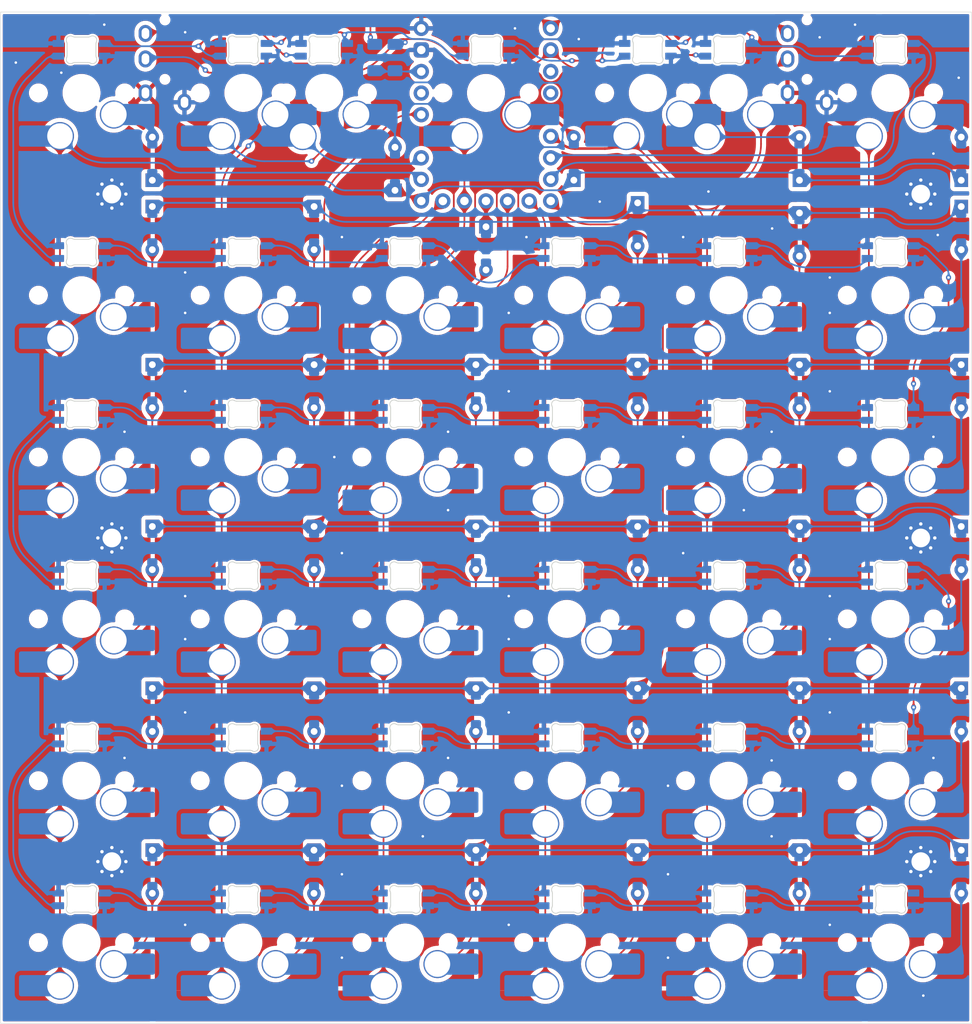
<source format=kicad_pcb>
(kicad_pcb (version 20240108) (generator "pcbnew") (generator_version "8.0")
  (layers (0 "F.Cu" signal) (31 "B.Cu" signal) (34 "B.Paste" user) (35 "F.Paste" user) (36 "B.SilkS" user "B.Silkscreen") (37 "F.SilkS" user "F.Silkscreen") (38 "B.Mask" user) (39 "F.Mask" user) (44 "Edge.Cuts" user))
  (net 0 "")
  (net 1 "+5V")
  (net 2 "LEDIN")
  (net 3 "GND")
  (net 4 "Net-(LED11-DOUT)")
  (net 5 "Net-(D11-A)")
  (net 6 "row1")
  (net 7 "Net-(D12-A)")
  (net 8 "Net-(D13-A)")
  (net 9 "Net-(D15-A)")
  (net 10 "Net-(D16-A)")
  (net 11 "row2")
  (net 12 "Net-(D21-A)")
  (net 13 "Net-(D22-A)")
  (net 14 "Net-(D23-A)")
  (net 15 "Net-(D24-A)")
  (net 16 "Net-(D25-A)")
  (net 17 "Net-(D26-A)")
  (net 18 "row3")
  (net 19 "Net-(D31-A)")
  (net 20 "Net-(D32-A)")
  (net 21 "Net-(D33-A)")
  (net 22 "Net-(D34-A)")
  (net 23 "Net-(D35-A)")
  (net 24 "Net-(D36-A)")
  (net 25 "Net-(D41-A)")
  (net 26 "row4")
  (net 27 "Net-(D42-A)")
  (net 28 "Net-(D43-A)")
  (net 29 "Net-(D44-A)")
  (net 30 "Net-(D45-A)")
  (net 31 "Net-(D46-A)")
  (net 32 "row5")
  (net 33 "Net-(D51-A)")
  (net 34 "Net-(D52-A)")
  (net 35 "Net-(D53-A)")
  (net 36 "Net-(D54-A)")
  (net 37 "Net-(D55-A)")
  (net 38 "Net-(D56-A)")
  (net 39 "Net-(D61-A)")
  (net 40 "row6")
  (net 41 "Net-(D62-A)")
  (net 42 "Net-(D63-A)")
  (net 43 "Net-(D64-A)")
  (net 44 "Net-(D65-A)")
  (net 45 "Net-(D66-A)")
  (net 46 "col1")
  (net 47 "col2")
  (net 48 "col3")
  (net 49 "col5")
  (net 50 "col6")
  (net 51 "col4")
  (net 52 "SCL")
  (net 53 "SDA")
  (net 54 "Net-(LED21-DOUT)")
  (net 55 "Net-(LED26-DOUT)")
  (net 56 "Net-(LED41-DOUT)")
  (net 57 "Net-(LED11-DIN)")
  (net 58 "Net-(LED12-DIN)")
  (net 59 "Net-(LED13-DIN)")
  (net 60 "Net-(LED15-DIN)")
  (net 61 "Net-(LED31-DOUT)")
  (net 62 "Net-(LED22-DOUT)")
  (net 64 "+3.3V")
  (net 66 "Net-(LED23-DOUT)")
  (net 67 "Net-(LED24-DOUT)")
  (net 68 "Net-(LED25-DOUT)")
  (net 69 "Net-(LED31-DIN)")
  (net 70 "Net-(LED32-DIN)")
  (net 71 "Net-(LED33-DIN)")
  (net 72 "Net-(LED34-DIN)")
  (net 73 "Net-(LED35-DIN)")
  (net 74 "Net-(LED46-DOUT)")
  (net 75 "Net-(LED42-DOUT)")
  (net 76 "Net-(LED43-DOUT)")
  (net 77 "Net-(LED44-DOUT)")
  (net 78 "Net-(LED51-DIN)")
  (net 79 "Net-(LED52-DIN)")
  (net 80 "Net-(LED53-DIN)")
  (net 81 "Net-(LED54-DIN)")
  (net 82 "Net-(LED55-DIN)")
  (net 83 "Net-(LED51-DOUT)")
  (net 84 "Net-(LED61-DOUT)")
  (net 86 "Net-(LED62-DOUT)")
  (net 87 "Net-(LED63-DOUT)")
  (net 88 "Net-(LED64-DOUT)")
  (net 89 "Net-(LED65-DOUT)")
  (net 90 "Net-(LED45-DOUT)")
  (footprint "MountingHole:MountingHole_2.2mm_M2_Pad_Via" (layer "F.Cu") (at 136.921875 123.825)
    (property "Reference" "H4" (hide yes))
    (property "Value" "MountingHole_Pad" (hide yes))
  )
  (footprint "MountingHole:MountingHole_2.2mm_M2_Pad_Via" (layer "F.Cu") (at 136.921875 45.24375)
    (property "Reference" "H6" (hide yes))
    (property "Value" "MountingHole_Pad" (hide yes))
  )
  (footprint "PCM_marbastlib-xp-promicroish:RP2040-Matrix_AH" (layer "F.Cu") (at 85.724952 35.897396)
    (property "Reference" "U1" (hide yes))
    (property "Value" "RP2040-Matrix" (hide yes))
  )
  (footprint "MountingHole:MountingHole_2.2mm_M2_Pad_Via" (layer "F.Cu") (at 41.671875 85.725)
    (property "Reference" "H2" (hide yes))
    (property "Value" "MountingHole_Pad" (hide yes))
  )
  (footprint "MountingHole:MountingHole_2.2mm_M2_Pad_Via" (layer "F.Cu") (at 41.671875 45.24375)
    (property "Reference" "H1" (hide yes))
    (property "Value" "MountingHole_Pad" (hide yes))
  )
  (footprint "MountingHole:MountingHole_2.2mm_M2_Pad_Via" (layer "F.Cu") (at 136.921875 85.725)
    (property "Reference" "H5" (hide yes))
    (property "Value" "MountingHole_Pad" (hide yes))
  )
  (footprint "MountingHole:MountingHole_2.2mm_M2_Pad_Via" (layer "F.Cu") (at 41.671875 123.825)
    (property "Reference" "H3" (hide yes))
    (property "Value" "MountingHole_Pad" (hide yes))
  )
  (footprint "custom:LED_MX_6028R-ROT" (layer "B.Cu") (at 114.3 114.3)
    (property "Reference" "LED55")
    (property "Value" "MX_SK6812MINI-E" (hide yes))
    (fp_line (start -1.699999 -5.782843) (end -1.699999 -4.377159) (stroke (width 0.1)) (layer "Edge.Cuts"))
    (fp_line (start -0.794452 -3.580001) (end 0.794452 -3.580001) (stroke (width 0.1)) (layer "Edge.Cuts"))
    (fp_line (start 0.794453 -6.58) (end -0.794452 -6.58) (stroke (width 0.1)) (layer "Edge.Cuts"))
    (fp_line (start 1.699999 -4.377159) (end 1.699999 -5.782843) (stroke (width 0.1)) (layer "Edge.Cuts"))
    (fp_arc (start -1.749484 -5.999721) (mid -1.712527 -5.894069) (end -1.699999 -5.782843) (stroke (width 0.1)) (layer "Edge.Cuts"))
    (fp_arc (start -1.749484 -5.999721) (mid -1.638071 -6.584036) (end -1.046711 -6.6483) (stroke (width 0.1)) (layer "Edge.Cuts"))
    (fp_arc (start -1.699999 -4.377158) (mid -1.712527 -4.265933) (end -1.749484 -4.160281) (stroke (width 0.1)) (layer "Edge.Cuts"))
    (fp_arc (start -1.046711 -3.511704) (mid -1.63807 -3.575967) (end -1.749484 -4.160281) (stroke (width 0.1)) (layer "Edge.Cuts"))
    (fp_arc (start -1.04671 -3.511702) (mid -0.925122 -3.562624) (end -0.794452 -3.580001) (stroke (width 0.1)) (layer "Edge.Cuts"))
    (fp_arc (start -0.794453 -6.580001) (mid -0.925123 -6.597378) (end -1.046711 -6.6483) (stroke (width 0.1)) (layer "Edge.Cuts"))
    (fp_arc (start 0.794452 -3.580001) (mid 0.925123 -3.562624) (end 1.046711 -3.511702) (stroke (width 0.1)) (layer "Edge.Cuts"))
    (fp_arc (start 1.046711 -6.648299) (mid 0.925123 -6.597377) (end 0.794453 -6.58) (stroke (width 0.1)) (layer "Edge.Cuts"))
    (fp_arc (start 1.046711 -6.648299) (mid 1.638071 -6.584036) (end 1.749484 -5.999721) (stroke (width 0.1)) (layer "Edge.Cuts"))
    (fp_arc (start 1.699999 -5.782844) (mid 1.712526 -5.89407) (end 1.749484 -5.999721) (stroke (width 0.1)) (layer "Edge.Cuts"))
    (fp_arc (start 1.749484 -4.160282) (mid 1.638073 -3.575963) (end 1.046711 -3.511702) (stroke (width 0.1)) (layer "Edge.Cuts"))
    (fp_arc (start 1.749484 -4.160281) (mid 1.712511 -4.26593) (end 1.699999 -4.377159) (stroke (width 0.1)) (layer "Edge.Cuts"))
  )
  (footprint "custom:Hybrid Diode" (layer "B.Cu") (at 96.06919 41.068029 90)
    (property "Reference" "D13" (hide yes))
    (property "Value" "D" (hide yes))
  )
  (footprint "customBuckwich:SW_MX_HS_CPG151101S11_1u_no-silk" (layer "B.Cu") (at 76.2 57.15)
    (property "Reference" "MX23" (hide yes))
    (property "Value" "MX_SW_HS")
  )
  (footprint "custom:Hybrid Diode" (layer "B.Cu") (at 122.634375 86.915625 -90)
    (property "Reference" "D45" (hide yes))
    (property "Value" "D" (hide yes))
  )
  (footprint "custom:Hybrid Diode" (layer "B.Cu") (at 122.634296 105.965625 -90)
    (property "Reference" "D55" (hide yes))
    (property "Value" "D" (hide yes))
  )
  (footprint "customBuckwich:SW_MX_HS_CPG151101S11_1u_no-silk" (layer "B.Cu") (at 133.35 57.15)
    (property "Reference" "MX26" (hide yes))
    (property "Value" "MX_SW_HS")
  )
  (footprint "customBuckwich:SW_MX_HS_CPG151101S11_1u_no-silk" (layer "B.Cu") (at 76.2 133.35)
    (property "Reference" "MX63" (hide yes))
    (property "Value" "MX_SW_HS")
  )
  (footprint "custom:Hybrid Diode" (layer "B.Cu") (at 84.534375 67.865625 -90)
    (property "Reference" "D33" (hide yes))
    (property "Value" "D" (hide yes))
  )
  (footprint "custom:Hybrid Diode" (layer "B.Cu") (at 65.467925 125.022395 -90)
    (property "Reference" "D62" (hide yes))
    (property "Value" "D" (hide yes))
  )
  (footprint "custom:Hybrid Diode" (layer "B.Cu") (at 122.634296 41.076548 90)
    (property "Reference" "D15" (hide yes))
    (property "Value" "D" (hide yes))
  )
  (footprint "custom:LED_MX_6028R" (layer "B.Cu") (at 133.35 95.25)
    (property "Reference" "LED46")
    (property "Value" "MX_SK6812MINI-E" (hide yes))
    (fp_line (start -1.699999 -5.782841) (end -1.699999 -4.377157) (stroke (width 0.1)) (layer "Edge.Cuts"))
    (fp_line (start -0.794453 -3.58) (end 0.794452 -3.58) (stroke (width 0.1)) (layer "Edge.Cuts"))
    (fp_line (start 0.794452 -6.579999) (end -0.794452 -6.579999) (stroke (width 0.1)) (layer "Edge.Cuts"))
    (fp_line (start 1.699999 -4.377157) (end 1.699999 -5.782841) (stroke (width 0.1)) (layer "Edge.Cuts"))
    (fp_arc (start -1.749484 -5.999719) (mid -1.712527 -5.894067) (end -1.699999 -5.782841) (stroke (width 0.1)) (layer "Edge.Cuts"))
    (fp_arc (start -1.749484 -5.999718) (mid -1.638072 -6.584034) (end -1.046711 -6.648298) (stroke (width 0.1)) (layer "Edge.Cuts"))
    (fp_arc (start -1.699999 -4.377156) (mid -1.712527 -4.265931) (end -1.749484 -4.160279) (stroke (width 0.1)) (layer "Edge.Cuts"))
    (fp_arc (start -1.046711 -3.511701) (mid -1.638071 -3.575964) (end -1.749484 -4.160279) (stroke (width 0.1)) (layer "Edge.Cuts"))
    (fp_arc (start -1.046711 -3.511701) (mid -0.925123 -3.562623) (end -0.794453 -3.58) (stroke (width 0.1)) (layer "Edge.Cuts"))
    (fp_arc (start -0.794452 -6.579999) (mid -0.925123 -6.597376) (end -1.046711 -6.648298) (stroke (width 0.1)) (layer "Edge.Cuts"))
    (fp_arc (start 0.794453 -3.579999) (mid 0.925123 -3.562622) (end 1.046711 -3.5117) (stroke (width 0.1)) (layer "Edge.Cuts"))
    (fp_arc (start 1.04671 -6.648298) (mid 0.925122 -6.597376) (end 0.794452 -6.579999) (stroke (width 0.1)) (layer "Edge.Cuts"))
    (fp_arc (start 1.046711 -6.648296) (mid 1.638069 -6.584034) (end 1.749484 -5.999719) (stroke (width 0.1)) (layer "Edge.Cuts"))
    (fp_arc (start 1.699999 -5.782842) (mid 1.712519 -5.89407) (end 1.749484 -5.999719) (stroke (width 0.1)) (layer "Edge.Cuts"))
    (fp_arc (start 1.749484 -4.160279) (mid 1.638072 -3.575964) (end 1.046711 -3.5117) (stroke (width 0.1)) (layer "Edge.Cuts"))
    (fp_arc (start 1.749484 -4.160279) (mid 1.712534 -4.265933) (end 1.699999 -4.377157) (stroke (width 0.1)) (layer "Edge.Cuts"))
  )
  (footprint "custom:LED_MX_6028R-ROT" (layer "B.Cu") (at 76.2 114.3)
    (property "Reference" "LED53")
    (property "Value" "MX_SK6812MINI-E" (hide yes))
    (fp_line (start -1.699999 -5.782843) (end -1.699999 -4.377159) (stroke (width 0.1)) (layer "Edge.Cuts"))
    (fp_line (start -0.794452 -3.580001) (end 0.794452 -3.580001) (stroke (width 0.1)) (layer "Edge.Cuts"))
    (fp_line (start 0.794453 -6.58) (end -0.794452 -6.58) (stroke (width 0.1)) (layer "Edge.Cuts"))
    (fp_line (start 1.699999 -4.377159) (end 1.699999 -5.782843) (stroke (width 0.1)) (layer "Edge.Cuts"))
    (fp_arc (start -1.749484 -5.999721) (mid -1.712527 -5.894069) (end -1.699999 -5.782843) (stroke (width 0.1)) (layer "Edge.Cuts"))
    (fp_arc (start -1.749484 -5.999721) (mid -1.638071 -6.584036) (end -1.046711 -6.6483) (stroke (width 0.1)) (layer "Edge.Cuts"))
    (fp_arc (start -1.699999 -4.377158) (mid -1.712527 -4.265933) (end -1.749484 -4.160281) (stroke (width 0.1)) (layer "Edge.Cuts"))
    (fp_arc (start -1.046711 -3.511704) (mid -1.63807 -3.575967) (end -1.749484 -4.160281) (stroke (width 0.1)) (layer "Edge.Cuts"))
    (fp_arc (start -1.04671 -3.511702) (mid -0.925122 -3.562624) (end -0.794452 -3.580001) (stroke (width 0.1)) (layer "Edge.Cuts"))
    (fp_arc (start -0.794453 -6.580001) (mid -0.925123 -6.597378) (end -1.046711 -6.6483) (stroke (width 0.1)) (layer "Edge.Cuts"))
    (fp_arc (start 0.794452 -3.580001) (mid 0.925123 -3.562624) (end 1.046711 -3.511702) (stroke (width 0.1)) (layer "Edge.Cuts"))
    (fp_arc (start 1.046711 -6.648299) (mid 0.925123 -6.597377) (end 0.794453 -6.58) (stroke (width 0.1)) (layer "Edge.Cuts"))
    (fp_arc (start 1.046711 -6.648299) (mid 1.638071 -6.584036) (end 1.749484 -5.999721) (stroke (width 0.1)) (layer "Edge.Cuts"))
    (fp_arc (start 1.699999 -5.782844) (mid 1.712526 -5.89407) (end 1.749484 -5.999721) (stroke (width 0.1)) (layer "Edge.Cuts"))
    (fp_arc (start 1.749484 -4.160282) (mid 1.638073 -3.575963) (end 1.046711 -3.511702) (stroke (width 0.1)) (layer "Edge.Cuts"))
    (fp_arc (start 1.749484 -4.160281) (mid 1.712511 -4.26593) (end 1.699999 -4.377159) (stroke (width 0.1)) (layer "Edge.Cuts"))
  )
  (footprint "custom:Hybrid Diode" (layer "B.Cu") (at 103.584375 105.965625 -90)
    (property "Reference" "D54" (hide yes))
    (property "Value" "D" (hide yes))
  )
  (footprint "customBuckwich:SW_MX_HS_CPG151101S11_1u_no-silk" (layer "B.Cu") (at 114.3 33.3375)
    (property "Reference" "MX15" (hide yes))
    (property "Value" "MX_SW_HS")
  )
  (footprint "custom:Hybrid Diode" (layer "B.Cu") (at 46.434375 105.965625 -90)
    (property "Reference" "D51" (hide yes))
    (property "Value" "D" (hide yes))
  )
  (footprint "custom:Hybrid Diode" (layer "B.Cu") (at 65.484344 86.915625 -90)
    (property "Reference" "D42" (hide yes))
    (property "Value" "D" (hide yes))
  )
  (footprint "customBuckwich:SW_MX_HS_CPG151101S11_1u_no-silk" (layer "B.Cu") (at 57.15 33.3375)
    (property "Reference" "MX12" (hide yes))
    (property "Value" "MX_SW_HS")
  )
  (footprint "customBuckwich:SW_MX_HS_CPG151101S11_1u_no-silk" (layer "B.Cu") (at 76.2 114.3)
    (property "Reference" "MX53" (hide yes))
    (property "Value" "MX_SW_HS")
  )
  (footprint "custom:LED_MX_6028R-ROT" (layer "B.Cu") (at 114.3 33.3375)
    (property "Reference" "LED15")
    (property "Value" "MX_SK6812MINI-E" (hide yes))
    (fp_line (start -1.699999 -5.782843) (end -1.699999 -4.377159) (stroke (width 0.1)) (layer "Edge.Cuts"))
    (fp_line (start -0.794452 -3.580001) (end 0.794452 -3.580001) (stroke (width 0.1)) (layer "Edge.Cuts"))
    (fp_line (start 0.794453 -6.58) (end -0.794452 -6.58) (stroke (width 0.1)) (layer "Edge.Cuts"))
    (fp_line (start 1.699999 -4.377159) (end 1.699999 -5.782843) (stroke (width 0.1)) (layer "Edge.Cuts"))
    (fp_arc (start -1.749484 -5.999721) (mid -1.712527 -5.894069) (end -1.699999 -5.782843) (stroke (width 0.1)) (layer "Edge.Cuts"))
    (fp_arc (start -1.749484 -5.999721) (mid -1.638071 -6.584036) (end -1.046711 -6.6483) (stroke (width 0.1)) (layer "Edge.Cuts"))
    (fp_arc (start -1.699999 -4.377158) (mid -1.712527 -4.265933) (end -1.749484 -4.160281) (stroke (width 0.1)) (layer "Edge.Cuts"))
    (fp_arc (start -1.046711 -3.511704) (mid -1.63807 -3.575967) (end -1.749484 -4.160281) (stroke (width 0.1)) (layer "Edge.Cuts"))
    (fp_arc (start -1.04671 -3.511702) (mid -0.925122 -3.562624) (end -0.794452 -3.580001) (stroke (width 0.1)) (layer "Edge.Cuts"))
    (fp_arc (start -0.794453 -6.580001) (mid -0.925123 -6.597378) (end -1.046711 -6.6483) (stroke (width 0.1)) (layer "Edge.Cuts"))
    (fp_arc (start 0.794452 -3.580001) (mid 0.925123 -3.562624) (end 1.046711 -3.511702) (stroke (width 0.1)) (layer "Edge.Cuts"))
    (fp_arc (start 1.046711 -6.648299) (mid 0.925123 -6.597377) (end 0.794453 -6.58) (stroke (width 0.1)) (layer "Edge.Cuts"))
    (fp_arc (start 1.046711 -6.648299) (mid 1.638071 -6.584036) (end 1.749484 -5.999721) (stroke (width 0.1)) (layer "Edge.Cuts"))
    (fp_arc (start 1.699999 -5.782844) (mid 1.712526 -5.89407) (end 1.749484 -5.999721) (stroke (width 0.1)) (layer "Edge.Cuts"))
    (fp_arc (start 1.749484 -4.160282) (mid 1.638073 -3.575963) (end 1.046711 -3.511702) (stroke (width 0.1)) (layer "Edge.Cuts"))
    (fp_arc (start 1.749484 -4.160281) (mid 1.712511 -4.26593) (end 1.699999 -4.377159) (stroke (width 0.1)) (layer "Edge.Cuts"))
  )
  (footprint "customBuckwich:SW_MX_HS_CPG151101S11_1u_no-silk" (layer "B.Cu") (at 95.25 133.35)
    (property "Reference" "MX64" (hide yes))
    (property "Value" "MX_SW_HS")
  )
  (footprint "custom:Hybrid Diode" (layer "B.Cu") (at 65.484344 105.965625 -90)
    (property "Reference" "D52" (hide yes))
    (property "Value" "D" (hide yes))
  )
  (footprint "custom:LED_MX_6028R" (layer "B.Cu") (at 57.15 95.25)
    (property "Reference" "LED42")
    (property "Value" "MX_SK6812MINI-E" (hide yes))
    (fp_line (start -1.699999 -5.782841) (end -1.699999 -4.377157) (stroke (width 0.1)) (layer "Edge.Cuts"))
    (fp_line (start -0.794453 -3.58) (end 0.794452 -3.58) (stroke (width 0.1)) (layer "Edge.Cuts"))
    (fp_line (start 0.794452 -6.579999) (end -0.794452 -6.579999) (stroke (width 0.1)) (layer "Edge.Cuts"))
    (fp_line (start 1.699999 -4.377157) (end 1.699999 -5.782841) (stroke (width 0.1)) (layer "Edge.Cuts"))
    (fp_arc (start -1.749484 -5.999719) (mid -1.712527 -5.894067) (end -1.699999 -5.782841) (stroke (width 0.1)) (layer "Edge.Cuts"))
    (fp_arc (start -1.749484 -5.999718) (mid -1.638072 -6.584034) (end -1.046711 -6.648298) (stroke (width 0.1)) (layer "Edge.Cuts"))
    (fp_arc (start -1.699999 -4.377156) (mid -1.712527 -4.265931) (end -1.749484 -4.160279) (stroke (width 0.1)) (layer "Edge.Cuts"))
    (fp_arc (start -1.046711 -3.511701) (mid -1.638071 -3.575964) (end -1.749484 -4.160279) (stroke (width 0.1)) (layer "Edge.Cuts"))
    (fp_arc (start -1.046711 -3.511701) (mid -0.925123 -3.562623) (end -0.794453 -3.58) (stroke (width 0.1)) (layer "Edge.Cuts"))
    (fp_arc (start -0.794452 -6.579999) (mid -0.925123 -6.597376) (end -1.046711 -6.648298) (stroke (width 0.1)) (layer "Edge.Cuts"))
    (fp_arc (start 0.794453 -3.579999) (mid 0.925123 -3.562622) (end 1.046711 -3.5117) (stroke (width 0.1)) (layer "Edge.Cuts"))
    (fp_arc (start 1.04671 -6.648298) (mid 0.925122 -6.597376) (end 0.794452 -6.579999) (stroke (width 0.1)) (layer "Edge.Cuts"))
    (fp_arc (start 1.046711 -6.648296) (mid 1.638069 -6.584034) (end 1.749484 -5.999719) (stroke (width 0.1)) (layer "Edge.Cuts"))
    (fp_arc (start 1.699999 -5.782842) (mid 1.712519 -5.89407) (end 1.749484 -5.999719) (stroke (width 0.1)) (layer "Edge.Cuts"))
    (fp_arc (start 1.749484 -4.160279) (mid 1.638072 -3.575964) (end 1.046711 -3.5117) (stroke (width 0.1)) (layer "Edge.Cuts"))
    (fp_arc (start 1.749484 -4.160279) (mid 1.712534 -4.265933) (end 1.699999 -4.377157) (stroke (width 0.1)) (layer "Edge.Cuts"))
  )
  (footprint "custom:LED_MX_6028R-ROT" (layer "B.Cu") (at 133.35 76.2)
    (property "Reference" "LED36")
    (property "Value" "MX_SK6812MINI-E" (hide yes))
    (fp_line (start -1.699999 -5.782843) (end -1.699999 -4.377159) (stroke (width 0.1)) (layer "Edge.Cuts"))
    (fp_line (start -0.794452 -3.580001) (end 0.794452 -3.580001) (stroke (width 0.1)) (layer "Edge.Cuts"))
    (fp_line (start 0.794453 -6.58) (end -0.794452 -6.58) (stroke (width 0.1)) (layer "Edge.Cuts"))
    (fp_line (start 1.699999 -4.377159) (end 1.699999 -5.782843) (stroke (width 0.1)) (layer "Edge.Cuts"))
    (fp_arc (start -1.749484 -5.999721) (mid -1.712527 -5.894069) (end -1.699999 -5.782843) (stroke (width 0.1)) (layer "Edge.Cuts"))
    (fp_arc (start -1.749484 -5.999721) (mid -1.638071 -6.584036) (end -1.046711 -6.6483) (stroke (width 0.1)) (layer "Edge.Cuts"))
    (fp_arc (start -1.699999 -4.377158) (mid -1.712527 -4.265933) (end -1.749484 -4.160281) (stroke (width 0.1)) (layer "Edge.Cuts"))
    (fp_arc (start -1.046711 -3.511704) (mid -1.63807 -3.575967) (end -1.749484 -4.160281) (stroke (width 0.1)) (layer "Edge.Cuts"))
    (fp_arc (start -1.04671 -3.511702) (mid -0.925122 -3.562624) (end -0.794452 -3.580001) (stroke (width 0.1)) (layer "Edge.Cuts"))
    (fp_arc (start -0.794453 -6.580001) (mid -0.925123 -6.597378) (end -1.046711 -6.6483) (stroke (width 0.1)) (layer "Edge.Cuts"))
    (fp_arc (start 0.794452 -3.580001) (mid 0.925123 -3.562624) (end 1.046711 -3.511702) (stroke (width 0.1)) (layer "Edge.Cuts"))
    (fp_arc (start 1.046711 -6.648299) (mid 0.925123 -6.597377) (end 0.794453 -6.58) (stroke (width 0.1)) (layer "Edge.Cuts"))
    (fp_arc (start 1.046711 -6.648299) (mid 1.638071 -6.584036) (end 1.749484 -5.999721) (stroke (width 0.1)) (layer "Edge.Cuts"))
    (fp_arc (start 1.699999 -5.782844) (mid 1.712526 -5.89407) (end 1.749484 -5.999721) (stroke (width 0.1)) (layer "Edge.Cuts"))
    (fp_arc (start 1.749484 -4.160282) (mid 1.638073 -3.575963) (end 1.046711 -3.511702) (stroke (width 0.1)) (layer "Edge.Cuts"))
    (fp_arc (start 1.749484 -4.160281) (mid 1.712511 -4.26593) (end 1.699999 -4.377159) (stroke (width 0.1)) (layer "Edge.Cuts"))
  )
  (footprint "custom:LED_MX_6028R-ROT" (layer "B.Cu") (at 57.15 33.3375)
    (property "Reference" "LED12")
    (property "Value" "MX_SK6812MINI-E" (hide yes))
    (fp_line (start -1.699999 -5.782843) (end -1.699999 -4.377159) (stroke (width 0.1)) (layer "Edge.Cuts"))
    (fp_line (start -0.794452 -3.580001) (end 0.794452 -3.580001) (stroke (width 0.1)) (layer "Edge.Cuts"))
    (fp_line (start 0.794453 -6.58) (end -0.794452 -6.58) (stroke (width 0.1)) (layer "Edge.Cuts"))
    (fp_line (start 1.699999 -4.377159) (end 1.699999 -5.782843) (stroke (width 0.1)) (layer "Edge.Cuts"))
    (fp_arc (start -1.749484 -5.999721) (mid -1.712527 -5.894069) (end -1.699999 -5.782843) (stroke (width 0.1)) (layer "Edge.Cuts"))
    (fp_arc (start -1.749484 -5.999721) (mid -1.638071 -6.584036) (end -1.046711 -6.6483) (stroke (width 0.1)) (layer "Edge.Cuts"))
    (fp_arc (start -1.699999 -4.377158) (mid -1.712527 -4.265933) (end -1.749484 -4.160281) (stroke (width 0.1)) (layer "Edge.Cuts"))
    (fp_arc (start -1.046711 -3.511704) (mid -1.63807 -3.575967) (end -1.749484 -4.160281) (stroke (width 0.1)) (layer "Edge.Cuts"))
    (fp_arc (start -1.04671 -3.511702) (mid -0.925122 -3.562624) (end -0.794452 -3.580001) (stroke (width 0.1)) (layer "Edge.Cuts"))
    (fp_arc (start -0.794453 -6.580001) (mid -0.925123 -6.597378) (end -1.046711 -6.6483) (stroke (width 0.1)) (layer "Edge.Cuts"))
    (fp_arc (start 0.794452 -3.580001) (mid 0.925123 -3.562624) (end 1.046711 -3.511702) (stroke (width 0.1)) (layer "Edge.Cuts"))
    (fp_arc (start 1.046711 -6.648299) (mid 0.925123 -6.597377) (end 0.794453 -6.58) (stroke (width 0.1)) (layer "Edge.Cuts"))
    (fp_arc (start 1.046711 -6.648299) (mid 1.638071 -6.584036) (end 1.749484 -5.999721) (stroke (width 0.1)) (layer "Edge.Cuts"))
    (fp_arc (start 1.699999 -5.782844) (mid 1.712526 -5.89407) (end 1.749484 -5.999721) (stroke (width 0.1)) (layer "Edge.Cuts"))
    (fp_arc (start 1.749484 -4.160282) (mid 1.638073 -3.575963) (end 1.046711 -3.511702) (stroke (width 0.1)) (layer "Edge.Cuts"))
    (fp_arc (start 1.749484 -4.160281) (mid 1.712511 -4.26593) (end 1.699999 -4.377159) (stroke (width 0.1)) (layer "Edge.Cuts"))
  )
  (footprint "custom:LED_MX_6028R-ROT" (layer "B.Cu") (at 76.2 76.2)
    (property "Reference" "LED33")
    (property "Value" "MX_SK6812MINI-E" (hide yes))
    (fp_line (start -1.699999 -5.782843) (end -1.699999 -4.377159) (stroke (width 0.1)) (layer "Edge.Cuts"))
    (fp_line (start -0.794452 -3.580001) (end 0.794452 -3.580001) (stroke (width 0.1)) (layer "Edge.Cuts"))
    (fp_line (start 0.794453 -6.58) (end -0.794452 -6.58) (stroke (width 0.1)) (layer "Edge.Cuts"))
    (fp_line (start 1.699999 -4.377159) (end 1.699999 -5.782843) (stroke (width 0.1)) (layer "Edge.Cuts"))
    (fp_arc (start -1.749484 -5.999721) (mid -1.712527 -5.894069) (end -1.699999 -5.782843) (stroke (width 0.1)) (layer "Edge.Cuts"))
    (fp_arc (start -1.749484 -5.999721) (mid -1.638071 -6.584036) (end -1.046711 -6.6483) (stroke (width 0.1)) (layer "Edge.Cuts"))
    (fp_arc (start -1.699999 -4.377158) (mid -1.712527 -4.265933) (end -1.749484 -4.160281) (stroke (width 0.1)) (layer "Edge.Cuts"))
    (fp_arc (start -1.046711 -3.511704) (mid -1.63807 -3.575967) (end -1.749484 -4.160281) (stroke (width 0.1)) (layer "Edge.Cuts"))
    (fp_arc (start -1.04671 -3.511702) (mid -0.925122 -3.562624) (end -0.794452 -3.580001) (stroke (width 0.1)) (layer "Edge.Cuts"))
    (fp_arc (start -0.794453 -6.580001) (mid -0.925123 -6.597378) (end -1.046711 -6.6483) (stroke (width 0.1)) (layer "Edge.Cuts"))
    (fp_arc (start 0.794452 -3.580001) (mid 0.925123 -3.562624) (end 1.046711 -3.511702) (stroke (width 0.1)) (layer "Edge.Cuts"))
    (fp_arc (start 1.046711 -6.648299) (mid 0.925123 -6.597377) (end 0.794453 -6.58) (stroke (width 0.1)) (layer "Edge.Cuts"))
    (fp_arc (start 1.046711 -6.648299) (mid 1.638071 -6.584036) (end 1.749484 -5.999721) (stroke (width 0.1)) (layer "Edge.Cuts"))
    (fp_arc (start 1.699999 -5.782844) (mid 1.712526 -5.89407) (end 1.749484 -5.999721) (stroke (width 0.1)) (layer "Edge.Cuts"))
    (fp_arc (start 1.749484 -4.160282) (mid 1.638073 -3.575963) (end 1.046711 -3.511702) (stroke (width 0.1)) (layer "Edge.Cuts"))
    (fp_arc (start 1.749484 -4.160281) (mid 1.712511 -4.26593) (end 1.699999 -4.377159) (stroke (width 0.1)) (layer "Edge.Cuts"))
  )
  (footprint "customBuckwich:SW_MX_HS_CPG151101S11_1u_no-silk" (layer "B.Cu") (at 114.3 114.3)
    (property "Reference" "MX55" (hide yes))
    (property "Value" "MX_SW_HS")
  )
  (footprint "custom:Hybrid Diode" (layer "B.Cu") (at 46.43436 49.252164 -90)
    (property "Reference" "D21" (hide yes))
    (property "Value" "D" (hide yes))
  )
  (footprint "customBuckwich:SW_MX_HS_CPG151101S11_1u_no-silk" (layer "B.Cu") (at 57.15 133.35)
    (property "Reference" "MX62" (hide yes))
    (property "Value" "MX_SW_HS")
  )
  (footprint "custom:LED_MX_6028R-ROT" (layer "B.Cu") (at 104.775 33.3375)
    (property "Reference" "LED150")
    (property "Value" "MX_SK6812MINI-E" (hide yes))
    (fp_line (start -1.699999 -5.782843) (end -1.699999 -4.377159) (stroke (width 0.1)) (layer "Edge.Cuts"))
    (fp_line (start -0.794452 -3.580001) (end 0.794452 -3.580001) (stroke (width 0.1)) (layer "Edge.Cuts"))
    (fp_line (start 0.794453 -6.58) (end -0.794452 -6.58) (stroke (width 0.1)) (layer "Edge.Cuts"))
    (fp_line (start 1.699999 -4.377159) (end 1.699999 -5.782843) (stroke (width 0.1)) (layer "Edge.Cuts"))
    (fp_arc (start -1.749484 -5.999721) (mid -1.712527 -5.894069) (end -1.699999 -5.782843) (stroke (width 0.1)) (layer "Edge.Cuts"))
    (fp_arc (start -1.749484 -5.999721) (mid -1.638071 -6.584036) (end -1.046711 -6.6483) (stroke (width 0.1)) (layer "Edge.Cuts"))
    (fp_arc (start -1.699999 -4.377158) (mid -1.712527 -4.265933) (end -1.749484 -4.160281) (stroke (width 0.1)) (layer "Edge.Cuts"))
    (fp_arc (start -1.046711 -3.511704) (mid -1.63807 -3.575967) (end -1.749484 -4.160281) (stroke (width 0.1)) (layer "Edge.Cuts"))
    (fp_arc (start -1.04671 -3.511702) (mid -0.925122 -3.562624) (end -0.794452 -3.580001) (stroke (width 0.1)) (layer "Edge.Cuts"))
    (fp_arc (start -0.794453 -6.580001) (mid -0.925123 -6.597378) (end -1.046711 -6.6483) (stroke (width 0.1)) (layer "Edge.Cuts"))
    (fp_arc (start 0.794452 -3.580001) (mid 0.925123 -3.562624) (end 1.046711 -3.511702) (stroke (width 0.1)) (layer "Edge.Cuts"))
    (fp_arc (start 1.046711 -6.648299) (mid 0.925123 -6.597377) (end 0.794453 -6.58) (stroke (width 0.1)) (layer "Edge.Cuts"))
    (fp_arc (start 1.046711 -6.648299) (mid 1.638071 -6.584036) (end 1.749484 -5.999721) (stroke (width 0.1)) (layer "Edge.Cuts"))
    (fp_arc (start 1.699999 -5.782844) (mid 1.712526 -5.89407) (end 1.749484 -5.999721) (stroke (width 0.1)) (layer "Edge.Cuts"))
    (fp_arc (start 1.749484 -4.160282) (mid 1.638073 -3.575963) (end 1.046711 -3.511702) (stroke (width 0.1)) (layer "Edge.Cuts"))
    (fp_arc (start 1.749484 -4.160281) (mid 1.712511 -4.26593) (end 1.699999 -4.377159) (stroke (width 0.1)) (layer "Edge.Cuts"))
  )
  (footprint "custom:LED_MX_6028R-ROT" (layer "B.Cu") (at 57.15 76.2)
    (property "Reference" "LED32")
    (property "Value" "MX_SK6812MINI-E" (hide yes))
    (fp_line (start -1.699999 -5.782843) (end -1.699999 -4.377159) (stroke (width 0.1)) (layer "Edge.Cuts"))
    (fp_line (start -0.794452 -3.580001) (end 0.794452 -3.580001) (stroke (width 0.1)) (layer "Edge.Cuts"))
    (fp_line (start 0.794453 -6.58) (end -0.794452 -6.58) (stroke (width 0.1)) (layer "Edge.Cuts"))
    (fp_line (start 1.699999 -4.377159) (end 1.699999 -5.782843) (stroke (width 0.1)) (layer "Edge.Cuts"))
    (fp_arc (start -1.749484 -5.999721) (mid -1.712527 -5.894069) (end -1.699999 -5.782843) (stroke (width 0.1)) (layer "Edge.Cuts"))
    (fp_arc (start -1.749484 -5.999721) (mid -1.638071 -6.584036) (end -1.046711 -6.6483) (stroke (width 0.1)) (layer "Edge.Cuts"))
    (fp_arc (start -1.699999 -4.377158) (mid -1.712527 -4.265933) (end -1.749484 -4.160281) (stroke (width 0.1)) (layer "Edge.Cuts"))
    (fp_arc (start -1.046711 -3.511704) (mid -1.63807 -3.575967) (end -1.749484 -4.160281) (stroke (width 0.1)) (layer "Edge.Cuts"))
    (fp_arc (start -1.04671 -3.511702) (mid -0.925122 -3.562624) (end -0.794452 -3.580001) (stroke (width 0.1)) (layer "Edge.Cuts"))
    (fp_arc (start -0.794453 -6.580001) (mid -0.925123 -6.597378) (end -1.046711 -6.6483) (stroke (width 0.1)) (layer "Edge.Cuts"))
    (fp_arc (start 0.794452 -3.580001) (mid 0.925123 -3.562624) (end 1.046711 -3.511702) (stroke (width 0.1)) (layer "Edge.Cuts"))
    (fp_arc (start 1.046711 -6.648299) (mid 0.925123 -6.597377) (end 0.794453 -6.58) (stroke (width 0.1)) (layer "Edge.Cuts"))
    (fp_arc (start 1.046711 -6.648299) (mid 1.638071 -6.584036) (end 1.749484 -5.999721) (stroke (width 0.1)) (layer "Edge.Cuts"))
    (fp_arc (start 1.699999 -5.782844) (mid 1.712526 -5.89407) (end 1.749484 -5.999721) (stroke (width 0.1)) (layer "Edge.Cuts"))
    (fp_arc (start 1.749484 -4.160282) (mid 1.638073 -3.575963) (end 1.046711 -3.511702) (stroke (width 0.1)) (layer "Edge.Cuts"))
    (fp_arc (start 1.749484 -4.160281) (mid 1.712511 -4.26593) (end 1.699999 -4.377159) (stroke (width 0.1)) (layer "Edge.Cuts"))
  )
  (footprint "custom:Hybrid Diode" (layer "B.Cu") (at 141.68428 41.076548 90)
    (property "Reference" "D16" (hide yes))
    (property "Value" "D" (hide yes))
  )
  (footprint "custom:LED_MX_6028R" (layer "B.Cu") (at 38.1 57.15)
    (property "Reference" "LED21")
    (property "Value" "MX_SK6812MINI-E" (hide yes))
    (fp_line (start -1.699999 -5.782841) (end -1.699999 -4.377157) (stroke (width 0.1)) (layer "Edge.Cuts"))
    (fp_line (start -0.794453 -3.58) (end 0.794452 -3.58) (stroke (width 0.1)) (layer "Edge.Cuts"))
    (fp_line (start 0.794452 -6.579999) (end -0.794452 -6.579999) (stroke (width 0.1)) (layer "Edge.Cuts"))
    (fp_line (start 1.699999 -4.377157) (end 1.699999 -5.782841) (stroke (width 0.1)) (layer "Edge.Cuts"))
    (fp_arc (start -1.749484 -5.999719) (mid -1.712527 -5.894067) (end -1.699999 -5.782841) (stroke (width 0.1)) (layer "Edge.Cuts"))
    (fp_arc (start -1.749484 -5.999718) (mid -1.638072 -6.584034) (end -1.046711 -6.648298) (stroke (width 0.1)) (layer "Edge.Cuts"))
    (fp_arc (start -1.699999 -4.377156) (mid -1.712527 -4.265931) (end -1.749484 -4.160279) (stroke (width 0.1)) (layer "Edge.Cuts"))
    (fp_arc (start -1.046711 -3.511701) (mid -1.638071 -3.575964) (end -1.749484 -4.160279) (stroke (width 0.1)) (layer "Edge.Cuts"))
    (fp_arc (start -1.046711 -3.511701) (mid -0.925123 -3.562623) (end -0.794453 -3.58) (stroke (width 0.1)) (layer "Edge.Cuts"))
    (fp_arc (start -0.794452 -6.579999) (mid -0.925123 -6.597376) (end -1.046711 -6.648298) (stroke (width 0.1)) (layer "Edge.Cuts"))
    (fp_arc (start 0.794453 -3.579999) (mid 0.925123 -3.562622) (end 1.046711 -3.5117) (stroke (width 0.1)) (layer "Edge.Cuts"))
    (fp_arc (start 1.04671 -6.648298) (mid 0.925122 -6.597376) (end 0.794452 -6.579999) (stroke (width 0.1)) (layer "Edge.Cuts"))
    (fp_arc (start 1.046711 -6.648296) (mid 1.638069 -6.584034) (end 1.749484 -5.999719) (stroke (width 0.1)) (layer "Edge.Cuts"))
    (fp_arc (start 1.699999 -5.782842) (mid 1.712519 -5.89407) (end 1.749484 -5.999719) (stroke (width 0.1)) (layer "Edge.Cuts"))
    (fp_arc (start 1.749484 -4.160279) (mid 1.638072 -3.575964) (end 1.046711 -3.5117) (stroke (width 0.1)) (layer "Edge.Cuts"))
    (fp_arc (start 1.749484 -4.160279) (mid 1.712534 -4.265933) (end 1.699999 -4.377157) (stroke (width 0.1)) (layer "Edge.Cuts"))
  )
  (footprint "customBuckwich:SW_MX_HS_CPG151101S11_1u_no-silk" (layer "B.Cu") (at 76.2 76.2)
    (property "Reference" "MX33" (hide yes))
    (property "Value" "MX_SW_HS")
  )
  (footprint "custom:LED_MX_6028R-ROT" (layer "B.Cu") (at 57.15 114.3)
    (property "Reference" "LED52")
    (property "Value" "MX_SK6812MINI-E" (hide yes))
    (fp_line (start -1.699999 -5.782843) (end -1.699999 -4.377159) (stroke (width 0.1)) (layer "Edge.Cuts"))
    (fp_line (start -0.794452 -3.580001) (end 0.794452 -3.580001) (stroke (width 0.1)) (layer "Edge.Cuts"))
    (fp_line (start 0.794453 -6.58) (end -0.794452 -6.58) (stroke (width 0.1)) (layer "Edge.Cuts"))
    (fp_line (start 1.699999 -4.377159) (end 1.699999 -5.782843) (stroke (width 0.1)) (layer "Edge.Cuts"))
    (fp_arc (start -1.749484 -5.999721) (mid -1.712527 -5.894069) (end -1.699999 -5.782843) (stroke (width 0.1)) (layer "Edge.Cuts"))
    (fp_arc (start -1.749484 -5.999721) (mid -1.638071 -6.584036) (end -1.046711 -6.6483) (stroke (width 0.1)) (layer "Edge.Cuts"))
    (fp_arc (start -1.699999 -4.377158) (mid -1.712527 -4.265933) (end -1.749484 -4.160281) (stroke (width 0.1)) (layer "Edge.Cuts"))
    (fp_arc (start -1.046711 -3.511704) (mid -1.63807 -3.575967) (end -1.749484 -4.160281) (stroke (width 0.1)) (layer "Edge.Cuts"))
    (fp_arc (start -1.04671 -3.511702) (mid -0.925122 -3.562624) (end -0.794452 -3.580001) (stroke (width 0.1)) (layer "Edge.Cuts"))
    (fp_arc (start -0.794453 -6.580001) (mid -0.925123 -6.597378) (end -1.046711 -6.6483) (stroke (width 0.1)) (layer "Edge.Cuts"))
    (fp_arc (start 0.794452 -3.580001) (mid 0.925123 -3.562624) (end 1.046711 -3.511702) (stroke (width 0.1)) (layer "Edge.Cuts"))
    (fp_arc (start 1.046711 -6.648299) (mid 0.925123 -6.597377) (end 0.794453 -6.58) (stroke (width 0.1)) (layer "Edge.Cuts"))
    (fp_arc (start 1.046711 -6.648299) (mid 1.638071 -6.584036) (end 1.749484 -5.999721) (stroke (width 0.1)) (layer "Edge.Cuts"))
    (fp_arc (start 1.699999 -5.782844) (mid 1.712526 -5.89407) (end 1.749484 -5.999721) (stroke (width 0.1)) (layer "Edge.Cuts"))
    (fp_arc (start 1.749484 -4.160282) (mid 1.638073 -3.575963) (end 1.046711 -3.511702) (stroke (width 0.1)) (layer "Edge.Cuts"))
    (fp_arc (start 1.749484 -4.160281) (mid 1.712511 -4.26593) (end 1.699999 -4.377159) (stroke (width 0.1)) (layer "Edge.Cuts"))
  )
  (footprint "customBuckwich:SW_MX_HS_CPG151101S11_1u_no-silk" (layer "B.Cu") (at 85.725 33.3375)
    (property "Reference" "MX13" (hide yes))
    (property "Value" "MX_SW_HS")
  )
  (footprint "customBuckwich:PJ320A" (layer "B.Cu") (at 123.527264 23.137492 180)
    (property "Reference" "J1")
    (property "Value" "AudioJack4" (hide yes))
  )
  (footprint "customBuckwich:SW_MX_HS_CPG151101S11_1u_no-silk" (layer "B.Cu") (at 114.3 95.25)
    (property "Reference" "MX45" (hide yes))
    (property "Value" "MX_SW_HS")
  )
  (footprint "custom:Hybrid Diode" (layer "B.Cu") (at 85.724952 51.633412 -90)
    (property "Reference" "D23" (hide yes))
    (property "Value" "D" (hide yes))
  )
  (footprint "customBuckwich:SW_MX_HS_CPG151101S11_1u_no-silk" (layer "B.Cu") (at 95.25 95.25)
    (property "Reference" "MX44" (hide yes))
    (property "Value" "MX_SW_HS")
  )
  (footprint "custom:Hybrid Diode" (layer "B.Cu") (at 46.434375 125.015625 -90)
    (property "Reference" "D61" (hide yes))
    (property "Value" "D" (hide yes))
  )
  (footprint "custom:LED_MX_6028R" (layer "B.Cu") (at 38.1 95.25)
    (property "Reference" "LED41")
    (property "Value" "MX_SK6812MINI-E" (hide yes))
    (fp_line (start -1.699999 -5.782841) (end -1.699999 -4.377157) (stroke (width 0.1)) (layer "Edge.Cuts"))
    (fp_line (start -0.794453 -3.58) (end 0.794452 -3.58) (stroke (width 0.1)) (layer "Edge.Cuts"))
    (fp_line (start 0.794452 -6.579999) (end -0.794452 -6.579999) (stroke (width 0.1)) (layer "Edge.Cuts"))
    (fp_line (start 1.699999 -4.377157) (end 1.699999 -5.782841) (stroke (width 0.1)) (layer "Edge.Cuts"))
    (fp_arc (start -1.749484 -5.999719) (mid -1.712527 -5.894067) (end -1.699999 -5.782841) (stroke (width 0.1)) (layer "Edge.Cuts"))
    (fp_arc (start -1.749484 -5.999718) (mid -1.638072 -6.584034) (end -1.046711 -6.648298) (stroke (width 0.1)) (layer "Edge.Cuts"))
    (fp_arc (start -1.699999 -4.377156) (mid -1.712527 -4.265931) (end -1.749484 -4.160279) (stroke (width 0.1)) (layer "Edge.Cuts"))
    (fp_arc (start -1.046711 -3.511701) (mid -1.638071 -3.575964) (end -1.749484 -4.160279) (stroke (width 0.1)) (layer "Edge.Cuts"))
    (fp_arc (start -1.046711 -3.511701) (mid -0.925123 -3.562623) (end -0.794453 -3.58) (stroke (width 0.1)) (layer "Edge.Cuts"))
    (fp_arc (start -0.794452 -6.579999) (mid -0.925123 -6.597376) (end -1.046711 -6.648298) (stroke (width 0.1)) (layer "Edge.Cuts"))
    (fp_arc (start 0.794453 -3.579999) (mid 0.925123 -3.562622) (end 1.046711 -3.5117) (stroke (width 0.1)) (layer "Edge.Cuts"))
    (fp_arc (start 1.04671 -6.648298) (mid 0.925122 -6.597376) (end 0.794452 -6.579999) (stroke (width 0.1)) (layer "Edge.Cuts"))
    (fp_arc (start 1.046711 -6.648296) (mid 1.638069 -6.584034) (end 1.749484 -5.999719) (stroke (width 0.1)) (layer "Edge.Cuts"))
    (fp_arc (start 1.699999 -5.782842) (mid 1.712519 -5.89407) (end 1.749484 -5.999719) (stroke (width 0.1)) (layer "Edge.Cuts"))
    (fp_arc (start 1.749484 -4.160279) (mid 1.638072 -3.575964) (end 1.046711 -3.5117) (stroke (width 0.1)) (layer "Edge.Cuts"))
    (fp_arc (start 1.749484 -4.160279) (mid 1.712534 -4.265933) (end 1.699999 -4.377157) (stroke (width 0.1)) (layer "Edge.Cuts"))
  )
  (footprint "customBuckwich:SW_MX_HS_CPG151101S11_1u_no-silk" (layer "B.Cu") (at 38.1 57.15)
    (property "Reference" "MX21" (hide yes))
    (property "Value" "MX_SW_HS")
  )
  (footprint "custom:Hybrid Diode" (layer "B.Cu") (at 122.634296 125.015625 -90)
    (property "Reference" "D65" (hide yes))
    (property "Value" "D" (hide yes))
  )
  (footprint "custom:LED_MX_6028R" (layer "B.Cu") (at 95.25 133.35)
    (property "Reference" "LED64")
    (property "Value" "MX_SK6812MINI-E" (hide yes))
    (fp_line (start -1.699999 -5.782841) (end -1.699999 -4.377157) (stroke (width 0.1)) (layer "Edge.Cuts"))
    (fp_line (start -0.794453 -3.58) (end 0.794452 -3.58) (stroke (width 0.1)) (layer "Edge.Cuts"))
    (fp_line (start 0.794452 -6.579999) (end -0.794452 -6.579999) (stroke (width 0.1)) (layer "Edge.Cuts"))
    (fp_line (start 1.699999 -4.377157) (end 1.699999 -5.782841) (stroke (width 0.1)) (layer "Edge.Cuts"))
    (fp_arc (start -1.749484 -5.999719) (mid -1.712527 -5.894067) (end -1.699999 -5.782841) (stroke (width 0.1)) (layer "Edge.Cuts"))
    (fp_arc (start -1.749484 -5.999718) (mid -1.638072 -6.584034) (end -1.046711 -6.648298) (stroke (width 0.1)) (layer "Edge.Cuts"))
    (fp_arc (start -1.699999 -4.377156) (mid -1.712527 -4.265931) (end -1.749484 -4.160279) (stroke (width 0.1)) (layer "Edge.Cuts"))
    (fp_arc (start -1.046711 -3.511701) (mid -1.638071 -3.575964) (end -1.749484 -4.160279) (stroke (width 0.1)) (layer "Edge.Cuts"))
    (fp_arc (start -1.046711 -3.511701) (mid -0.925123 -3.562623) (end -0.794453 -3.58) (stroke (width 0.1)) (layer "Edge.Cuts"))
    (fp_arc (start -0.794452 -6.579999) (mid -0.925123 -6.597376) (end -1.046711 -6.648298) (stroke (width 0.1)) (layer "Edge.Cuts"))
    (fp_arc (start 0.794453 -3.579999) (mid 0.925123 -3.562622) (end 1.046711 -3.5117) (stroke (width 0.1)) (layer "Edge.Cuts"))
    (fp_arc (start 1.04671 -6.648298) (mid 0.925122 -6.597376) (end 0.794452 -6.579999) (stroke (width 0.1)) (layer "Edge.Cuts"))
    (fp_arc (start 1.046711 -6.648296) (mid 1.638069 -6.584034) (end 1.749484 -5.999719) (stroke (width 0.1)) (layer "Edge.Cuts"))
    (fp_arc (start 1.699999 -5.782842) (mid 1.712519 -5.89407) (end 1.749484 -5.999719) (stroke (width 0.1)) (layer "Edge.Cuts"))
    (fp_arc (start 1.749484 -4.160279) (mid 1.638072 -3.575964) (end 1.046711 -3.5117) (stroke (width 0.1)) (layer "Edge.Cuts"))
    (fp_arc (start 1.749484 -4.160279) (mid 1.712534 -4.265933) (end 1.699999 -4.377157) (stroke (width 0.1)) (layer "Edge.Cuts"))
  )
  (footprint "custom:Hybrid Diode" (layer "B.Cu") (at 84.534375 125.015625 -90)
    (property "Reference" "D63" (hide yes))
    (property "Value" "D" (hide yes))
  )
  (footprint "customBuckwich:SW_MX_HS_CPG151101S11_1u_no-silk" (layer "B.Cu") (at 95.25 57.15)
    (property "Reference" "MX24" (hide yes))
    (property "Value" "MX_SW_HS")
  )
  (footprint "customBuckwich:SW_MX_HS_CPG151101S11_1u_no-silk" (layer "B.Cu") (at 38.1 76.2)
    (property "Reference" "MX31" (hide yes))
    (property "Value" "MX_SW_HS")
  )
  (footprint "custom:LED_MX_6028R-ROT" (layer "B.Cu") (at 66.675 33.3375)
    (property "Reference" "LED120")
    (property "Value" "MX_SK6812MINI-E" (hide yes))
    (fp_line (start -1.699999 -5.782843) (end -1.699999 -4.377159) (stroke (width 0.1)) (layer "Edge.Cuts"))
    (fp_line (start -0.794452 -3.580001) (end 0.794452 -3.580001) (stroke (width 0.1)) (layer "Edge.Cuts"))
    (fp_line (start 0.794453 -6.58) (end -0.794452 -6.58) (stroke (width 0.1)) (layer "Edge.Cuts"))
    (fp_line (start 1.699999 -4.377159) (end 1.699999 -5.782843) (stroke (width 0.1)) (layer "Edge.Cuts"))
    (fp_arc (start -1.749484 -5.999721) (mid -1.712527 -5.894069) (end -1.699999 -5.782843) (stroke (width 0.1)) (layer "Edge.Cuts"))
    (fp_arc (start -1.749484 -5.999721) (mid -1.638071 -6.584036) (end -1.046711 -6.6483) (stroke (width 0.1)) (layer "Edge.Cuts"))
    (fp_arc (start -1.699999 -4.377158) (mid -1.712527 -4.265933) (end -1.749484 -4.160281) (stroke (width 0.1)) (layer "Edge.Cuts"))
    (fp_arc (start -1.046711 -3.511704) (mid -1.63807 -3.575967) (end -1.749484 -4.160281) (stroke (width 0.1)) (layer "Edge.Cuts"))
    (fp_arc (start -1.04671 -3.511702) (mid -0.925122 -3.562624) (end -0.794452 -3.580001) (stroke (width 0.1)) (layer "Edge.Cuts"))
    (fp_arc (start -0.794453 -6.580001) (mid -0.925123 -6.597378) (end -1.046711 -6.6483) (stroke (width 0.1)) (layer "Edge.Cuts"))
    (fp_arc (start 0.794452 -3.580001) (mid 0.925123 -3.562624) (end 1.046711 -3.511702) (stroke (width 0.1)) (layer "Edge.Cuts"))
    (fp_arc (start 1.046711 -6.648299) (mid 0.925123 -6.597377) (end 0.794453 -6.58) (stroke (width 0.1)) (layer "Edge.Cuts"))
    (fp_arc (start 1.046711 -6.648299) (mid 1.638071 -6.584036) (end 1.749484 -5.999721) (stroke (width 0.1)) (layer "Edge.Cuts"))
    (fp_arc (start 1.699999 -5.782844) (mid 1.712526 -5.89407) (end 1.749484 -5.999721) (stroke (width 0.1)) (layer "Edge.Cuts"))
    (fp_arc (start 1.749484 -4.160282) (mid 1.638073 -3.575963) (end 1.046711 -3.511702) (stroke (width 0.1)) (layer "Edge.Cuts"))
    (fp_arc (start 1.749484 -4.160281) (mid 1.712511 -4.26593) (end 1.699999 -4.377159) (stroke (width 0.1)) (layer "Edge.Cuts"))
  )
  (footprint "custom:Hybrid Diode" (layer "B.Cu") (at 65.484344 49.252164 -90)
    (property "Reference" "D22" (hide yes))
    (property "Value" "D" (hide yes))
  )
  (footprint "custom:Hybrid Diode" (layer "B.Cu") (at 141.68428 86.915625 -90)
    (property "Reference" "D46" (hide yes))
    (property "Value" "D" (hide yes))
  )
  (footprint "customBuckwich:SW_MX_HS_CPG151101S11_1u_no-silk" (layer "B.Cu") (at 114.3 133.35)
    (property "Reference" "MX65" (hide yes))
    (property "Value" "MX_SW_HS")
  )
  (footprint "custom:Hybrid Diode" (layer "B.Cu") (at 141.68428 125.015625 -90)
    (property "Reference" "D66" (hide yes))
    (property "Value" "D" (hide yes))
  )
  (footprint "custom:Hybrid Diode" (layer "B.Cu") (at 65.484375 67.865625 -90)
    (property "Reference" "D32" (hide yes))
    (property "Value" "D" (hide yes))
  )
  (footprint "customBuckwich:SW_MX_HS_CPG151101S11_1u_no-silk" (layer "B.Cu") (at 57.15 95.25)
    (property "Reference" "MX42" (hide yes))
    (property "Value" "MX_SW_HS")
  )
  (footprint "customBuckwich:SW_MX_HS_CPG151101S11_1u_no-silk" (layer "B.Cu") (at 95.25 114.3)
    (property "Reference" "MX54" (hide yes))
    (property "Value" "MX_SW_HS")
  )
  (footprint "customBuckwich:SW_MX_HS_CPG151101S11_1u_no-silk" (layer "B.Cu") (at 133.35 33.3375)
    (property "Reference" "MX16" (hide yes))
    (property "Value" "MX_SW_HS")
  )
  (footprint "custom:LED_MX_6028R-ROT" (layer "B.Cu") (at 38.1 76.2)
    (property "Reference" "LED31")
    (property "Value" "MX_SK6812MINI-E" (hide yes))
    (fp_line (start -1.699999 -5.782843) (end -1.699999 -4.377159) (stroke (width 0.1)) (layer "Edge.Cuts"))
    (fp_line (start -0.794452 -3.580001) (end 0.794452 -3.580001) (stroke (width 0.1)) (layer "Edge.Cuts"))
    (fp_line (start 0.794453 -6.58) (end -0.794452 -6.58) (stroke (width 0.1)) (layer "Edge.Cuts"))
    (fp_line (start 1.699999 -4.377159) (end 1.699999 -5.782843) (stroke (width 0.1)) (layer "Edge.Cuts"))
    (fp_arc (start -1.749484 -5.999721) (mid -1.712527 -5.894069) (end -1.699999 -5.782843) (stroke (width 0.1)) (layer "Edge.Cuts"))
    (fp_arc (start -1.749484 -5.999721) (mid -1.638071 -6.584036) (end -1.046711 -6.6483) (stroke (width 0.1)) (layer "Edge.Cuts"))
    (fp_arc (start -1.699999 -4.377158) (mid -1.712527 -4.265933) (end -1.749484 -4.160281) (stroke (width 0.1)) (layer "Edge.Cuts"))
    (fp_arc (start -1.046711 -3.511704) (mid -1.63807 -3.575967) (end -1.749484 -4.160281) (stroke (width 0.1)) (layer "Edge.Cuts"))
    (fp_arc (start -1.04671 -3.511702) (mid -0.925122 -3.562624) (end -0.794452 -3.580001) (stroke (width 0.1)) (layer "Edge.Cuts"))
    (fp_arc (start -0.794453 -6.580001) (mid -0.925123 -6.597378) (end -1.046711 -6.6483) (stroke (width 0.1)) (layer "Edge.Cuts"))
    (fp_arc (start 0.794452 -3.580001) (mid 0.925123 -3.562624) (end 1.046711 -3.511702) (stroke (width 0.1)) (layer "Edge.Cuts"))
    (fp_arc (start 1.046711 -6.648299) (mid 0.925123 -6.597377) (end 0.794453 -6.58) (stroke (width 0.1)) (layer "Edge.Cuts"))
    (fp_arc (start 1.046711 -6.648299) (mid 1.638071 -6.584036) (end 1.749484 -5.999721) (stroke (width 0.1)) (layer "Edge.Cuts"))
    (fp_arc (start 1.699999 -5.782844) (mid 1.712526 -5.89407) (end 1.749484 -5.999721) (stroke (width 0.1)) (layer "Edge.Cuts"))
    (fp_arc (start 1.749484 -4.160282) (mid 1.638073 -3.575963) (end 1.046711 -3.511702) (stroke (width 0.1)) (layer "Edge.Cuts"))
    (fp_arc (start 1.749484 -4.160281) (mid 1.712511 -4.26593) (end 1.699999 -4.377159) (stroke (width 0.1)) (layer "Edge.Cuts"))
  )
  (footprint "custom:Hybrid Diode" (layer "B.Cu") (at 75.009336 42.267172 90)
    (property "Reference" "D12" (hide yes))
    (property "Value" "D" (hide yes))
  )
  (footprint "customBuckwich:SW_MX_HS_CPG151101S11_1u_no-silk" (layer "B.Cu") (at 38.1 133.35)
    (property "Reference" "MX61" (hide yes))
    (property "Value" "MX_SW_HS")
  )
  (footprint "custom:Hybrid Diode" (layer "B.Cu") (at 46.434375 67.865625 -90)
    (property "Reference" "D31" (hide yes))
    (property "Value" "D" (hide yes))
  )
  (footprint "custom:LED_MX_6028R" (layer "B.Cu") (at 133.35 133.35)
    (property "Reference" "LED66")
    (property "Value" "MX_SK6812MINI-E" (hide yes))
    (fp_line (start -1.699999 -5.782841) (end -1.699999 -4.377157) (stroke (width 0.1)) (layer "Edge.Cuts"))
    (fp_line (start -0.794453 -3.58) (end 0.794452 -3.58) (stroke (width 0.1)) (layer "Edge.Cuts"))
    (fp_line (start 0.794452 -6.579999) (end -0.794452 -6.579999) (stroke (width 0.1)) (layer "Edge.Cuts"))
    (fp_line (start 1.699999 -4.377157) (end 1.699999 -5.782841) (stroke (width 0.1)) (layer "Edge.Cuts"))
    (fp_arc (start -1.749484 -5.999719) (mid -1.712527 -5.894067) (end -1.699999 -5.782841) (stroke (width 0.1)) (layer "Edge.Cuts"))
    (fp_arc (start -1.749484 -5.999718) (mid -1.638072 -6.584034) (end -1.046711 -6.648298) (stroke (width 0.1)) (layer "Edge.Cuts"))
    (fp_arc (start -1.699999 -4.377156) (mid -1.712527 -4.265931) (end -1.749484 -4.160279) (stroke (width 0.1)) (layer "Edge.Cuts"))
    (fp_arc (start -1.046711 -3.511701) (mid -1.638071 -3.575964) (end -1.749484 -4.160279) (stroke (width 0.1)) (layer "Edge.Cuts"))
    (fp_arc (start -1.046711 -3.511701) (mid -0.925123 -3.562623) (end -0.794453 -3.58) (stroke (width 0.1)) (layer "Edge.Cuts"))
    (fp_arc (start -0.794452 -6.579999) (mid -0.925123 -6.597376) (end -1.046711 -6.648298) (stroke (width 0.1)) (layer "Edge.Cuts"))
    (fp_arc (start 0.794453 -3.579999) (mid 0.925123 -3.562622) (end 1.046711 -3.5117) (stroke (width 0.1)) (layer "Edge.Cuts"))
    (fp_arc (start 1.04671 -6.648298) (mid 0.925122 -6.597376) (end 0.794452 -6.579999) (stroke (width 0.1)) (layer "Edge.Cuts"))
    (fp_arc (start 1.046711 -6.648296) (mid 1.638069 -6.584034) (end 1.749484 -5.999719) (stroke (width 0.1)) (layer "Edge.Cuts"))
    (fp_arc (start 1.699999 -5.782842) (mid 1.712519 -5.89407) (end 1.749484 -5.999719) (stroke (width 0.1)) (layer "Edge.Cuts"))
    (fp_arc (start 1.749484 -4.160279) (mid 1.638072 -3.575964) (end 1.046711 -3.5117) (stroke (width 0.1)) (layer "Edge.Cuts"))
    (fp_arc (start 1.749484 -4.160279) (mid 1.712534 -4.265933) (end 1.699999 -4.377157) (stroke (width 0.1)) (layer "Edge.Cuts"))
  )
  (footprint "custom:LED_MX_6028R-ROT" (layer "B.Cu") (at 95.25 114.3)
    (property "Reference" "LED54")
    (property "Value" "MX_SK6812MINI-E" (hide yes))
    (fp_line (start -1.699999 -5.782843) (end -1.699999 -4.377159) (stroke (width 0.1)) (layer "Edge.Cuts"))
    (fp_line (start -0.794452 -3.580001) (end 0.794452 -3.580001) (stroke (width 0.1)) (layer "Edge.Cuts"))
    (fp_line (start 0.794453 -6.58) (end -0.794452 -6.58) (stroke (width 0.1)) (layer "Edge.Cuts"))
    (fp_line (start 1.699999 -4.377159) (end 1.699999 -5.782843) (stroke (width 0.1)) (layer "Edge.Cuts"))
    (fp_arc (start -1.749484 -5.999721) (mid -1.712527 -5.894069) (end -1.699999 -5.782843) (stroke (width 0.1)) (layer "Edge.Cuts"))
    (fp_arc (start -1.749484 -5.999721) (mid -1.638071 -6.584036) (end -1.046711 -6.6483) (stroke (width 0.1)) (layer "Edge.Cuts"))
    (fp_arc (start -1.699999 -4.377158) (mid -1.712527 -4.265933) (end -1.749484 -4.160281) (stroke (width 0.1)) (layer "Edge.Cuts"))
    (fp_arc (start -1.046711 -3.511704) (mid -1.63807 -3.575967) (end -1.749484 -4.160281) (stroke (width 0.1)) (layer "Edge.Cuts"))
    (fp_arc (start -1.04671 -3.511702) (mid -0.925122 -3.562624) (end -0.794452 -3.580001) (stroke (width 0.1)) (layer "Edge.Cuts"))
    (fp_arc (start -0.794453 -6.580001) (mid -0.925123 -6.597378) (end -1.046711 -6.6483) (stroke (width 0.1)) (layer "Edge.Cuts"))
    (fp_arc (start 0.794452 -3.580001) (mid 0.925123 -3.562624) (end 1.046711 -3.511702) (stroke (width 0.1)) (layer "Edge.Cuts"))
    (fp_arc (start 1.046711 -6.648299) (mid 0.925123 -6.597377) (end 0.794453 -6.58) (stroke (width 0.1)) (layer "Edge.Cuts"))
    (fp_arc (start 1.046711 -6.648299) (mid 1.638071 -6.584036) (end 1.749484 -5.999721) (stroke (width 0.1)) (layer "Edge.Cuts"))
    (fp_arc (start 1.699999 -5.782844) (mid 1.712526 -5.89407) (end 1.749484 -5.999721) (stroke (width 0.1)) (layer "Edge.Cuts"))
    (fp_arc (start 1.749484 -4.160282) (mid 1.638073 -3.575963) (end 1.046711 -3.511702) (stroke (width 0.1)) (layer "Edge.Cuts"))
    (fp_arc (start 1.749484 -4.160281) (mid 1.712511 -4.26593) (end 1.699999 -4.377159) (stroke (width 0.1)) (layer "Edge.Cuts"))
  )
  (footprint "custom:LED_MX_6028R" (layer "B.Cu") (at 76.2 95.25)
    (property "Reference" "LED43")
    (property "Value" "MX_SK6812MINI-E" (hide yes))
    (fp_line (start -1.699999 -5.782841) (end -1.699999 -4.377157) (stroke (width 0.1)) (layer "Edge.Cuts"))
    (fp_line (start -0.794453 -3.58) (end 0.794452 -3.58) (stroke (width 0.1)) (layer "Edge.Cuts"))
    (fp_line (start 0.794452 -6.579999) (end -0.794452 -6.579999) (stroke (width 0.1)) (layer "Edge.Cuts"))
    (fp_line (start 1.699999 -4.377157) (end 1.699999 -5.782841) (stroke (width 0.1)) (layer "Edge.Cuts"))
    (fp_arc (start -1.749484 -5.999719) (mid -1.712527 -5.894067) (end -1.699999 -5.782841) (stroke (width 0.1)) (layer "Edge.Cuts"))
    (fp_arc (start -1.749484 -5.999718) (mid -1.638072 -6.584034) (end -1.046711 -6.648298) (stroke (width 0.1)) (layer "Edge.Cuts"))
    (fp_arc (start -1.699999 -4.377156) (mid -1.712527 -4.265931) (end -1.749484 -4.160279) (stroke (width 0.1)) (layer "Edge.Cuts"))
    (fp_arc (start -1.046711 -3.511701) (mid -1.638071 -3.575964) (end -1.749484 -4.160279) (stroke (width 0.1)) (layer "Edge.Cuts"))
    (fp_arc (start -1.046711 -3.511701) (mid -0.925123 -3.562623) (end -0.794453 -3.58) (stroke (width 0.1)) (layer "Edge.Cuts"))
    (fp_arc (start -0.794452 -6.579999) (mid -0.925123 -6.597376) (end -1.046711 -6.648298) (stroke (width 0.1)) (layer "Edge.Cuts"))
    (fp_arc (start 0.794453 -3.579999) (mid 0.925123 -3.562622) (end 1.046711 -3.5117) (stroke (width 0.1)) (layer "Edge.Cuts"))
    (fp_arc (start 1.04671 -6.648298) (mid 0.925122 -6.597376) (end 0.794452 -6.579999) (stroke (width 0.1)) (layer "Edge.Cuts"))
    (fp_arc (start 1.046711 -6.648296) (mid 1.638069 -6.584034) (end 1.749484 -5.999719) (stroke (width 0.1)) (layer "Edge.Cuts"))
    (fp_arc (start 1.699999 -5.782842) (mid 1.712519 -5.89407) (end 1.749484 -5.999719) (stroke (width 0.1)) (layer "Edge.Cuts"))
    (fp_arc (start 1.749484 -4.160279) (mid 1.638072 -3.575964) (end 1.046711 -3.5117) (stroke (width 0.1)) (layer "Edge.Cuts"))
    (fp_arc (start 1.749484 -4.160279) (mid 1.712534 -4.265933) (end 1.699999 -4.377157) (stroke (width 0.1)) (layer "Edge.Cuts"))
  )
  (footprint "customBuckwich:SW_MX_HS_CPG151101S11_1u_no-silk" (layer "B.Cu") (at 114.3 57.15)
    (property "Reference" "MX25" (hide yes))
    (property "Value" "MX_SW_HS")
  )
  (footprint "customBuckwich:SW_MX_HS_CPG151101S11_1u_no-silk" (layer "B.Cu") (at 95.25 76.2)
    (property "Reference" "MX34" (hide yes))
    (property "Value" "MX_SW_HS")
  )
  (footprint "custom:Hybrid Diode" (layer "B.Cu") (at 46.43436 86.915625 -90)
    (property "Reference" "D41" (hide yes))
    (property "Value" "D" (hide yes))
  )
  (footprint "custom:LED_MX_6028R" (layer "B.Cu") (at 95.25 95.25)
    (property "Reference" "LED44")
    (property "Value" "MX_SK6812MINI-E" (hide yes))
    (fp_line (start -1.699999 -5.782841) (end -1.699999 -4.377157) (stroke (width 0.1)) (layer "Edge.Cuts"))
    (fp_line (start -0.794453 -3.58) (end 0.794452 -3.58) (stroke (width 0.1)) (layer "Edge.Cuts"))
    (fp_line (start 0.794452 -6.579999) (end -0.794452 -6.579999) (stroke (width 0.1)) (layer "Edge.Cuts"))
    (fp_line (start 1.699999 -4.377157) (end 1.699999 -5.782841) (stroke (width 0.1)) (layer "Edge.Cuts"))
    (fp_arc (start -1.749484 -5.999719) (mid -1.712527 -5.894067) (end -1.699999 -5.782841) (stroke (width 0.1)) (layer "Edge.Cuts"))
    (fp_arc (start -1.749484 -5.999718) (mid -1.638072 -6.584034) (end -1.046711 -6.648298) (stroke (width 0.1)) (layer "Edge.Cuts"))
    (fp_arc (start -1.699999 -4.377156) (mid -1.712527 -4.265931) (end -1.749484 -4.160279) (stroke (width 0.1)) (layer "Edge.Cuts"))
    (fp_arc (start -1.046711 -3.511701) (mid -1.638071 -3.575964) (end -1.749484 -4.160279) (stroke (width 0.1)) (layer "Edge.Cuts"))
    (fp_arc (start -1.046711 -3.511701) (mid -0.925123 -3.562623) (end -0.794453 -3.58) (stroke (width 0.1)) (layer "Edge.Cuts"))
    (fp_arc (start -0.794452 -6.579999) (mid -0.925123 -6.597376) (end -1.046711 -6.648298) (stroke (width 0.1)) (layer "Edge.Cuts"))
    (fp_arc (start 0.794453 -3.579999) (mid 0.925123 -3.562622) (end 1.046711 -3.5117) (stroke (width 0.1)) (layer "Edge.Cuts"))
    (fp_arc (start 1.04671 -6.648298) (mid 0.925122 -6.597376) (end 0.794452 -6.579999) (stroke (width 0.1)) (layer "Edge.Cuts"))
    (fp_arc (start 1.046711 -6.648296) (mid 1.638069 -6.584034) (end 1.749484 -5.999719) (stroke (width 0.1)) (layer "Edge.Cuts"))
    (fp_arc (start 1.699999 -5.782842) (mid 1.712519 -5.89407) (end 1.749484 -5.999719) (stroke (width 0.1)) (layer "Edge.Cuts"))
    (fp_arc (start 1.749484 -4.160279) (mid 1.638072 -3.575964) (end 1.046711 -3.5117) (stroke (width 0.1)) (layer "Edge.Cuts"))
    (fp_arc (start 1.749484 -4.160279) (mid 1.712534 -4.265933) (end 1.699999 -4.377157) (stroke (width 0.1)) (layer "Edge.Cuts"))
  )
  (footprint "customBuckwich:SW_MX_HS_CPG151101S11_1u_no-silk" (layer "B.Cu") (at 114.3 76.2)
    (property "Reference" "MX35" (hide yes))
    (property "Value" "MX_SW_HS")
  )
  (footprint "customBuckwich:SW_MX_HS_CPG151101S11_1u_no-silk" (layer "B.Cu") (at 133.35 76.2)
    (property "Reference" "MX36" (hide yes))
    (property "Value" "MX_SW_HS")
  )
  (footprint "custom:LED_MX_6028R" (layer "B.Cu") (at 114.3 95.25)
    (property "Reference" "LED45")
    (property "Value" "MX_SK6812MINI-E" (hide yes))
    (fp_line (start -1.699999 -5.782841) (end -1.699999 -4.377157) (stroke (width 0.1)) (layer "Edge.Cuts"))
    (fp_line (start -0.794453 -3.58) (end 0.794452 -3.58) (stroke (width 0.1)) (layer "Edge.Cuts"))
    (fp_line (start 0.794452 -6.579999) (end -0.794452 -6.579999) (stroke (width 0.1)) (layer "Edge.Cuts"))
    (fp_line (start 1.699999 -4.377157) (end 1.699999 -5.782841) (stroke (width 0.1)) (layer "Edge.Cuts"))
    (fp_arc (start -1.749484 -5.999719) (mid -1.712527 -5.894067) (end -1.699999 -5.782841) (stroke (width 0.1)) (layer "Edge.Cuts"))
    (fp_arc (start -1.749484 -5.999718) (mid -1.638072 -6.584034) (end -1.046711 -6.648298) (stroke (width 0.1)) (layer "Edge.Cuts"))
    (fp_arc (start -1.699999 -4.377156) (mid -1.712527 -4.265931) (end -1.749484 -4.160279) (stroke (width 0.1)) (layer "Edge.Cuts"))
    (fp_arc (start -1.046711 -3.511701) (mid -1.638071 -3.575964) (end -1.749484 -4.160279) (stroke (width 0.1)) (layer "Edge.Cuts"))
    (fp_arc (start -1.046711 -3.511701) (mid -0.925123 -3.562623) (end -0.794453 -3.58) (stroke (width 0.1)) (layer "Edge.Cuts"))
    (fp_arc (start -0.794452 -6.579999) (mid -0.925123 -6.597376) (end -1.046711 -6.648298) (stroke (width 0.1)) (layer "Edge.Cuts"))
    (fp_arc (start 0.794453 -3.579999) (mid 0.925123 -3.562622) (end 1.046711 -3.5117) (stroke (width 0.1)) (layer "Edge.Cuts"))
    (fp_arc (start 1.04671 -6.648298) (mid 0.925122 -6.597376) (end 0.794452 -6.579999) (stroke (width 0.1)) (layer "Edge.Cuts"))
    (fp_arc (start 1.046711 -6.648296) (mid 1.638069 -6.584034) (end 1.749484 -5.999719) (stroke (width 0.1)) (layer "Edge.Cuts"))
    (fp_arc (start 1.699999 -5.782842) (mid 1.712519 -5.89407) (end 1.749484 -5.999719) (stroke (width 0.1)) (layer "Edge.Cuts"))
    (fp_arc (start 1.749484 -4.160279) (mid 1.638072 -3.575964) (end 1.046711 -3.5117) (stroke (width 0.1)) (layer "Edge.Cuts"))
    (fp_arc (start 1.749484 -4.160279) (mid 1.712534 -4.265933) (end 1.699999 -4.377157) (stroke (width 0.1)) (layer "Edge.Cuts"))
  )
  (footprint "customBuckwich:SW_MX_HS_CPG151101S11_1u_no-silk" (layer "B.Cu") (at 104.775 33.3375)
    (property "Reference" "MX150" (hide yes))
    (property "Value" "MX_SW_HS")
  )
  (footprint "custom:Hybrid Diode" (layer "B.Cu") (at 141.684375 67.865625 -90)
    (property "Reference" "D36" (hide yes))
    (property "Value" "D" (hide yes))
  )
  (footprint "customBuckwich:SW_MX_HS_CPG151101S11_1u_no-silk" (layer "B.Cu") (at 133.35 95.25)
    (property "Reference" "MX46" (hide yes))
    (property "Value" "MX_SW_HS")
  )
  (footprint "customBuckwich:SW_MX_HS_CPG151101S11_1u_no-silk" (layer "B.Cu") (at 38.1 114.3)
    (property "Reference" "MX51" (hide yes))
    (property "Value" "MX_SW_HS")
  )
  (footprint "custom:Hybrid Diode" (layer "B.Cu") (at 141.684375 105.965625 -90)
    (property "Reference" "D56" (hide yes))
    (property "Value" "D" (hide yes))
  )
  (footprint "customBuckwich:SW_MX_HS_CPG151101S11_1u_no-silk" (layer "B.Cu") (at 57.15 114.3)
    (property "Reference" "MX52" (hide yes))
    (property "Value" "MX_SW_HS")
  )
  (footprint "custom:LED_MX_6028R" (layer "B.Cu") (at 57.15 57.15)
    (property "Reference" "LED22")
    (property "Value" "MX_SK6812MINI-E" (hide yes))
    (fp_line (start -1.699999 -5.782841) (end -1.699999 -4.377157) (stroke (width 0.1)) (layer "Edge.Cuts"))
    (fp_line (start -0.794453 -3.58) (end 0.794452 -3.58) (stroke (width 0.1)) (layer "Edge.Cuts"))
    (fp_line (start 0.794452 -6.579999) (end -0.794452 -6.579999) (stroke (width 0.1)) (layer "Edge.Cuts"))
    (fp_line (start 1.699999 -4.377157) (end 1.699999 -5.782841) (stroke (width 0.1)) (layer "Edge.Cuts"))
    (fp_arc (start -1.749484 -5.999719) (mid -1.712527 -5.894067) (end -1.699999 -5.782841) (stroke (width 0.1)) (layer "Edge.Cuts"))
    (fp_arc (start -1.749484 -5.999718) (mid -1.638072 -6.584034) (end -1.046711 -6.648298) (stroke (width 0.1)) (layer "Edge.Cuts"))
    (fp_arc (start -1.699999 -4.377156) (mid -1.712527 -4.265931) (end -1.749484 -4.160279) (stroke (width 0.1)) (layer "Edge.Cuts"))
    (fp_arc (start -1.046711 -3.511701) (mid -1.638071 -3.575964) (end -1.749484 -4.160279) (stroke (width 0.1)) (layer "Edge.Cuts"))
    (fp_arc (start -1.046711 -3.511701) (mid -0.925123 -3.562623) (end -0.794453 -3.58) (stroke (width 0.1)) (layer "Edge.Cuts"))
    (fp_arc (start -0.794452 -6.579999) (mid -0.925123 -6.597376) (end -1.046711 -6.648298) (stroke (width 0.1)) (layer "Edge.Cuts"))
    (fp_arc (start 0.794453 -3.579999) (mid 0.925123 -3.562622) (end 1.046711 -3.5117) (stroke (width 0.1)) (layer "Edge.Cuts"))
    (fp_arc (start 1.04671 -6.648298) (mid 0.925122 -6.597376) (end 0.794452 -6.579999) (stroke (width 0.1)) (layer "Edge.Cuts"))
    (fp_arc (start 1.046711 -6.648296) (mid 1.638069 -6.584034) (end 1.749484 -5.999719) (stroke (width 0.1)) (layer "Edge.Cuts"))
    (fp_arc (start 1.699999 -5.782842) (mid 1.712519 -5.89407) (end 1.749484 -5.999719) (stroke (width 0.1)) (layer "Edge.Cuts"))
    (fp_arc (start 1.749484 -4.160279) (mid 1.638072 -3.575964) (end 1.046711 -3.5117) (stroke (width 0.1)) (layer "Edge.Cuts"))
    (fp_arc (start 1.749484 -4.160279) (mid 1.712534 -4.265933) (end 1.699999 -4.377157) (stroke (width 0.1)) (layer "Edge.Cuts"))
  )
  (footprint "custom:LED_MX_6028R" (layer "B.Cu") (at 76.2 133.35)
    (property "Reference" "LED63")
    (property "Value" "MX_SK6812MINI-E" (hide yes))
    (fp_line (start -1.699999 -5.782841) (end -1.699999 -4.377157) (stroke (width 0.1)) (layer "Edge.Cuts"))
    (fp_line (start -0.794453 -3.58) (end 0.794452 -3.58) (stroke (width 0.1)) (layer "Edge.Cuts"))
    (fp_line (start 0.794452 -6.579999) (end -0.794452 -6.579999) (stroke (width 0.1)) (layer "Edge.Cuts"))
    (fp_line (start 1.699999 -4.377157) (end 1.699999 -5.782841) (stroke (width 0.1)) (layer "Edge.Cuts"))
    (fp_arc (start -1.749484 -5.999719) (mid -1.712527 -5.894067) (end -1.699999 -5.782841) (stroke (width 0.1)) (layer "Edge.Cuts"))
    (fp_arc (start -1.749484 -5.999718) (mid -1.638072 -6.584034) (end -1.046711 -6.648298) (stroke (width 0.1)) (layer "Edge.Cuts"))
    (fp_arc (start -1.699999 -4.377156) (mid -1.712527 -4.265931) (end -1.749484 -4.160279) (stroke (width 0.1)) (layer "Edge.Cuts"))
    (fp_arc (start -1.046711 -3.511701) (mid -1.638071 -3.575964) (end -1.749484 -4.160279) (stroke (width 0.1)) (layer "Edge.Cuts"))
    (fp_arc (start -1.046711 -3.511701) (mid -0.925123 -3.562623) (end -0.794453 -3.58) (stroke (width 0.1)) (layer "Edge.Cuts"))
    (fp_arc (start -0.794452 -6.579999) (mid -0.925123 -6.597376) (end -1.046711 -6.648298) (stroke (width 0.1)) (layer "Edge.Cuts"))
    (fp_arc (start 0.794453 -3.579999) (mid 0.925123 -3.562622) (end 1.046711 -3.5117) (stroke (width 0.1)) (layer "Edge.Cuts"))
    (fp_arc (start 1.04671 -6.648298) (mid 0.925122 -6.597376) (end 0.794452 -6.579999) (stroke (width 0.1)) (layer "Edge.Cuts"))
    (fp_arc (start 1.046711 -6.648296) (mid 1.638069 -6.584034) (end 1.749484 -5.999719) (stroke (width 0.1)) (layer "Edge.Cuts"))
    (fp_arc (start 1.699999 -5.782842) (mid 1.712519 -5.89407) (end 1.749484 -5.999719) (stroke (width 0.1)) (layer "Edge.Cuts"))
    (fp_arc (start 1.749484 -4.160279) (mid 1.638072 -3.575964) (end 1.046711 -3.5117) (stroke (width 0.1)) (layer "Edge.Cuts"))
    (fp_arc (start 1.749484 -4.160279) (mid 1.712534 -4.265933) (end 1.699999 -4.377157) (stroke (width 0.1)) (layer "Edge.Cuts"))
  )
  (footprint "custom:LED_MX_6028R" (layer "B.Cu") (at 95.25 57.15)
    (property "Reference" "LED24")
    (property "Value" "MX_SK6812MINI-E" (hide yes))
    (fp_line (start -1.699999 -5.782841) (end -1.699999 -4.377157) (stroke (width 0.1)) (layer "Edge.Cuts"))
    (fp_line (start -0.794453 -3.58) (end 0.794452 -3.58) (stroke (width 0.1)) (layer "Edge.Cuts"))
    (fp_line (start 0.794452 -6.579999) (end -0.794452 -6.579999) (stroke (width 0.1)) (layer "Edge.Cuts"))
    (fp_line (start 1.699999 -4.377157) (end 1.699999 -5.782841) (stroke (width 0.1)) (layer "Edge.Cuts"))
    (fp_arc (start -1.749484 -5.999719) (mid -1.712527 -5.894067) (end -1.699999 -5.782841) (stroke (width 0.1)) (layer "Edge.Cuts"))
    (fp_arc (start -1.749484 -5.999718) (mid -1.638072 -6.584034) (end -1.046711 -6.648298) (stroke (width 0.1)) (layer "Edge.Cuts"))
    (fp_arc (start -1.699999 -4.377156) (mid -1.712527 -4.265931) (end -1.749484 -4.160279) (stroke (width 0.1)) (layer "Edge.Cuts"))
    (fp_arc (start -1.046711 -3.511701) (mid -1.638071 -3.575964) (end -1.749484 -4.160279) (stroke (width 0.1)) (layer "Edge.Cuts"))
    (fp_arc (start -1.046711 -3.511701) (mid -0.925123 -3.562623) (end -0.794453 -3.58) (stroke (width 0.1)) (layer "Edge.Cuts"))
    (fp_arc (start -0.794452 -6.579999) (mid -0.925123 -6.597376) (end -1.046711 -6.648298) (stroke (width 0.1)) (layer "Edge.Cuts"))
    (fp_arc (start 0.794453 -3.579999) (mid 0.925123 -3.562622) (end 1.046711 -3.5117) (stroke (width 0.1)) (layer "Edge.Cuts"))
    (fp_arc (start 1.04671 -6.648298) (mid 0.925122 -6.597376) (end 0.794452 -6.579999) (stroke (width 0.1)) (layer "Edge.Cuts"))
    (fp_arc (start 1.046711 -6.648296) (mid 1.638069 -6.584034) (end 1.749484 -5.999719) (stroke (width 0.1)) (layer "Edge.Cuts"))
    (fp_arc (start 1.699999 -5.782842) (mid 1.712519 -5.89407) (end 1.749484 -5.999719) (stroke (width 0.1)) (layer "Edge.Cuts"))
    (fp_arc (start 1.749484 -4.160279) (mid 1.638072 -3.575964) (end 1.046711 -3.5117) (stroke (width 0.1)) (layer "Edge.Cuts"))
    (fp_arc (start 1.749484 -4.160279) (mid 1.712534 -4.265933) (end 1.699999 -4.377157) (stroke (width 0.1)) (layer "Edge.Cuts"))
  )
  (footprint "custom:LED_MX_6028R-ROT" (layer "B.Cu") (at 133.35 114.3)
    (property "Reference" "LED56")
    (property "Value" "MX_SK6812MINI-E" (hide yes))
    (fp_line (start -1.699999 -5.782843) (end -1.699999 -4.377159) (stroke (width 0.1)) (layer "Edge.Cuts"))
    (fp_line (start -0.794452 -3.580001) (end 0.794452 -3.580001) (stroke (width 0.1)) (layer "Edge.Cuts"))
    (fp_line (start 0.794453 -6.58) (end -0.794452 -6.58) (stroke (width 0.1)) (layer "Edge.Cuts"))
    (fp_line (start 1.699999 -4.377159) (end 1.699999 -5.782843) (stroke (width 0.1)) (layer "Edge.Cuts"))
    (fp_arc (start -1.749484 -5.999721) (mid -1.712527 -5.894069) (end -1.699999 -5.782843) (stroke (width 0.1)) (layer "Edge.Cuts"))
    (fp_arc (start -1.749484 -5.999721) (mid -1.638071 -6.584036) (end -1.046711 -6.6483) (stroke (width 0.1)) (layer "Edge.Cuts"))
    (fp_arc (start -1.699999 -4.377158) (mid -1.712527 -4.265933) (end -1.749484 -4.160281) (stroke (width 0.1)) (layer "Edge.Cuts"))
    (fp_arc (start -1.046711 -3.511704) (mid -1.63807 -3.575967) (end -1.749484 -4.160281) (stroke (width 0.1)) (layer "Edge.Cuts"))
    (fp_arc (start -1.04671 -3.511702) (mid -0.925122 -3.562624) (end -0.794452 -3.580001) (stroke (width 0.1)) (layer "Edge.Cuts"))
    (fp_arc (start -0.794453 -6.580001) (mid -0.925123 -6.597378) (end -1.046711 -6.6483) (stroke (width 0.1)) (layer "Edge.Cuts"))
    (fp_arc (start 0.794452 -3.580001) (mid 0.925123 -3.562624) (end 1.046711 -3.511702) (stroke (width 0.1)) (layer "Edge.Cuts"))
    (fp_arc (start 1.046711 -6.648299) (mid 0.925123 -6.597377) (end 0.794453 -6.58) (stroke (width 0.1)) (layer "Edge.Cuts"))
    (fp_arc (start 1.046711 -6.648299) (mid 1.638071 -6.584036) (end 1.749484 -5.999721) (stroke (width 0.1)) (layer "Edge.Cuts"))
    (fp_arc (start 1.699999 -5.782844) (mid 1.712526 -5.89407) (end 1.749484 -5.999721) (stroke (width 0.1)) (layer "Edge.Cuts"))
    (fp_arc (start 1.749484 -4.160282) (mid 1.638073 -3.575963) (end 1.046711 -3.511702) (stroke (width 0.1)) (layer "Edge.Cuts"))
    (fp_arc (start 1.749484 -4.160281) (mid 1.712511 -4.26593) (end 1.699999 -4.377159) (stroke (width 0.1)) (layer "Edge.Cuts"))
  )
  (footprint "custom:Hybrid Diode" (layer "B.Cu") (at 103.584375 48.815625 -90)
    (property "Reference" "D24" (hide yes))
    (property "Value" "D" (hide yes))
  )
  (footprint "customBuckwich:SW_MX_HS_CPG151101S11_1u_no-silk" (layer "B.Cu") (at 57.15 76.2)
    (property "Reference" "MX32" (hide yes))
    (property "Value" "MX_SW_HS")
  )
  (footprint "custom:LED_MX_6028R-ROT" (layer "B.Cu") (at 114.3 76.2)
    (property "Reference" "LED35")
    (property "Value" "MX_SK6812MINI-E" (hide yes))
    (fp_line (start -1.699999 -5.782843) (end -1.699999 -4.377159) (stroke (width 0.1)) (layer "Edge.Cuts"))
    (fp_line (start -0.794452 -3.580001) (end 0.794452 -3.580001) (stroke (width 0.1)) (layer "Edge.Cuts"))
    (fp_line (start 0.794453 -6.58) (end -0.794452 -6.58) (stroke (width 0.1)) (layer "Edge.Cuts"))
    (fp_line (start 1.699999 -4.377159) (end 1.699999 -5.782843) (stroke (width 0.1)) (layer "Edge.Cuts"))
    (fp_arc (start -1.749484 -5.999721) (mid -1.712527 -5.894069) (end -1.699999 -5.782843) (stroke (width 0.1)) (layer "Edge.Cuts"))
    (fp_arc (start -1.749484 -5.999721) (mid -1.638071 -6.584036) (end -1.046711 -6.6483) (stroke (width 0.1)) (layer "Edge.Cuts"))
    (fp_arc (start -1.699999 -4.377158) (mid -1.712527 -4.265933) (end -1.749484 -4.160281) (stroke (width 0.1)) (layer "Edge.Cuts"))
    (fp_arc (start -1.046711 -3.511704) (mid -1.63807 -3.575967) (end -1.749484 -4.160281) (stroke (width 0.1)) (layer "Edge.Cuts"))
    (fp_arc (start -1.04671 -3.511702) (mid -0.925122 -3.562624) (end -0.794452 -3.580001) (stroke (width 0.1)) (layer "Edge.Cuts"))
    (fp_arc (start -0.794453 -6.580001) (mid -0.925123 -6.597378) (end -1.046711 -6.6483) (stroke (width 0.1)) (layer "Edge.Cuts"))
    (fp_arc (start 0.794452 -3.580001) (mid 0.925123 -3.562624) (end 1.046711 -3.511702) (stroke (width 0.1)) (layer "Edge.Cuts"))
    (fp_arc (start 1.046711 -6.648299) (mid 0.925123 -6.597377) (end 0.794453 -6.58) (stroke (width 0.1)) (layer "Edge.Cuts"))
    (fp_arc (start 1.046711 -6.648299) (mid 1.638071 -6.584036) (end 1.749484 -5.999721) (stroke (width 0.1)) (layer "Edge.Cuts"))
    (fp_arc (start 1.699999 -5.782844) (mid 1.712526 -5.89407) (end 1.749484 -5.999721) (stroke (width 0.1)) (layer "Edge.Cuts"))
    (fp_arc (start 1.749484 -4.160282) (mid 1.638073 -3.575963) (end 1.046711 -3.511702) (stroke (width 0.1)) (layer "Edge.Cuts"))
    (fp_arc (start 1.749484 -4.160281) (mid 1.712511 -4.26593) (end 1.699999 -4.377159) (stroke (width 0.1)) (layer "Edge.Cuts"))
  )
  (footprint "customBuckwich:SW_MX_HS_CPG151101S11_1u_no-silk" (layer "B.Cu") (at 76.2 95.25)
    (property "Reference" "MX43" (hide yes))
    (property "Value" "MX_SW_HS")
  )
  (footprint "custom:Hybrid Diode" (layer "B.Cu") (at 103.584375 86.915625 -90)
    (property "Reference" "D44" (hide yes))
    (property "Value" "D" (hide yes))
  )
  (footprint "custom:Hybrid Diode" (layer "B.Cu") (at 141.684375 49.252164 -90)
    (property "Reference" "D26" (hide yes))
    (property "Value" "D" (hide yes))
  )
  (footprint "custom:Hybrid Diode" (layer "B.Cu") (at 103.584375 67.865625 -90)
    (property "Reference" "D34" (hide yes))
    (property "Value" "D" (hide yes))
  )
  (footprint "customBuckwich:SW_MX_HS_CPG151101S11_1u_no-silk" (layer "B.Cu") (at 133.35 133.35)
    (property "Reference" "MX66" (hide yes))
    (property "Value" "MX_SW_HS")
  )
  (footprint "customBuckwich:SW_MX_HS_CPG151101S11_1u_no-silk" (layer "B.Cu") (at 38.1 95.25)
    (property "Reference" "MX41" (hide yes))
    (property "Value" "MX_SW_HS")
  )
  (footprint "custom:Hybrid Diode" (layer "B.Cu") (at 122.634375 67.865625 -90)
    (property "Reference" "D35" (hide yes))
    (property "Value" "D" (hide yes))
  )
  (footprint "custom:LED_MX_6028R-ROT" (layer "B.Cu") (at 133.35 33.3375)
    (property "Reference" "LED16")
    (property "Value" "MX_SK6812MINI-E" (hide yes))
    (fp_line (start -1.699999 -5.782843) (end -1.699999 -4.377159) (stroke (width 0.1)) (layer "Edge.Cuts"))
    (fp_line (start -0.794452 -3.580001) (end 0.794452 -3.580001) (stroke (width 0.1)) (layer "Edge.Cuts"))
    (fp_line (start 0.794453 -6.58) (end -0.794452 -6.58) (stroke (width 0.1)) (layer "Edge.Cuts"))
    (fp_line (start 1.699999 -4.377159) (end 1.699999 -5.782843) (stroke (width 0.1)) (layer "Edge.Cuts"))
    (fp_arc (start -1.749484 -5.999721) (mid -1.712527 -5.894069) (end -1.699999 -5.782843) (stroke (width 0.1)) (layer "Edge.Cuts"))
    (fp_arc (start -1.749484 -5.999721) (mid -1.638071 -6.584036) (end -1.046711 -6.6483) (stroke (width 0.1)) (layer "Edge.Cuts"))
    (fp_arc (start -1.699999 -4.377158) (mid -1.712527 -4.265933) (end -1.749484 -4.160281) (stroke (width 0.1)) (layer "Edge.Cuts"))
    (fp_arc (start -1.046711 -3.511704) (mid -1.63807 -3.575967) (end -1.749484 -4.160281) (stroke (width 0.1)) (layer "Edge.Cuts"))
    (fp_arc (start -1.04671 -3.511702) (mid -0.925122 -3.562624) (end -0.794452 -3.580001) (stroke (width 0.1)) (layer "Edge.Cuts"))
    (fp_arc (start -0.794453 -6.580001) (mid -0.925123 -6.597378) (end -1.046711 -6.6483) (stroke (width 0.1)) (layer "Edge.Cuts"))
    (fp_arc (start 0.794452 -3.580001) (mid 0.925123 -3.562624) (end 1.046711 -3.511702) (stroke (width 0.1)) (layer "Edge.Cuts"))
    (fp_arc (start 1.046711 -6.648299) (mid 0.925123 -6.597377) (end 0.794453 -6.58) (stroke (width 0.1)) (layer "Edge.Cuts"))
    (fp_arc (start 1.046711 -6.648299) (mid 1.638071 -6.584036) (end 1.749484 -5.999721) (stroke (width 0.1)) (layer "Edge.Cuts"))
    (fp_arc (start 1.699999 -5.782844) (mid 1.712526 -5.89407) (end 1.749484 -5.999721) (stroke (width 0.1)) (layer "Edge.Cuts"))
    (fp_arc (start 1.749484 -4.160282) (mid 1.638073 -3.575963) (end 1.046711 -3.511702) (stroke (width 0.1)) (layer "Edge.Cuts"))
    (fp_arc (start 1.749484 -4.160281) (mid 1.712511 -4.26593) (end 1.699999 -4.377159) (stroke (width 0.1)) (layer "Edge.Cuts"))
  )
  (footprint "customBuckwich:PJ320A" (layer "B.Cu") (at 47.92264 23.137492 180)
    (property "Reference" "J2" (hide yes))
    (property "Value" "AudioJack4" (hide yes))
  )
  (footprint "customBuckwich:SW_MX_HS_CPG151101S11_1u_no-silk" (layer "B.Cu") (at 38.1 33.3375)
    (property "Reference" "MX11" (hide yes))
    (property "Value" "MX_SW_HS")
  )
  (footprint "Resistor_SMD:R_1206_3216Metric_Pad1.30x1.75mm_HandSolder" (layer "B.Cu") (at 72.628088 29.170308 90)
    (property "Reference" "R2" (hide yes))
    (property "Value" "2.7k" (hide yes))
  )
  (footprint "customBuckwich:SW_MX_HS_CPG151101S11_1u_no-silk" (layer "B.Cu") (at 57.15 57.15)
    (property "Reference" "MX22" (hide yes))
    (property "Value" "MX_SW_HS")
  )
  (footprint "custom:LED_MX_6028R-ROT" (layer "B.Cu") (at 95.25 76.2)
    (property "Reference" "LED34")
    (property "Value" "MX_SK6812MINI-E" (hide yes))
    (fp_line (start -1.699999 -5.782843) (end -1.699999 -4.377159) (stroke (width 0.1)) (layer "Edge.Cuts"))
    (fp_line (start -0.794452 -3.580001) (end 0.794452 -3.580001) (stroke (width 0.1)) (layer "Edge.Cuts"))
    (fp_line (start 0.794453 -6.58) (end -0.794452 -6.58) (stroke (width 0.1)) (layer "Edge.Cuts"))
    (fp_line (start 1.699999 -4.377159) (end 1.699999 -5.782843) (stroke (width 0.1)) (layer "Edge.Cuts"))
    (fp_arc (start -1.749484 -5.999721) (mid -1.712527 -5.894069) (end -1.699999 -5.782843) (stroke (width 0.1)) (layer "Edge.Cuts"))
    (fp_arc (start -1.749484 -5.999721) (mid -1.638071 -6.584036) (end -1.046711 -6.6483) (stroke (width 0.1)) (layer "Edge.Cuts"))
    (fp_arc (start -1.699999 -4.377158) (mid -1.712527 -4.265933) (end -1.749484 -4.160281) (stroke (width 0.1)) (layer "Edge.Cuts"))
    (fp_arc (start -1.046711 -3.511704) (mid -1.63807 -3.575967) (end -1.749484 -4.160281) (stroke (width 0.1)) (layer "Edge.Cuts"))
    (fp_arc (start -1.04671 -3.511702) (mid -0.925122 -3.562624) (end -0.794452 -3.580001) (stroke (width 0.1)) (layer "Edge.Cuts"))
    (fp_arc (start -0.794453 -6.580001) (mid -0.925123 -6.597378) (end -1.046711 -6.6483) (stroke (width 0.1)) (layer "Edge.Cuts"))
    (fp_arc (start 0.794452 -3.580001) (mid 0.925123 -3.562624) (end 1.046711 -3.511702) (stroke (width 0.1)) (layer "Edge.Cuts"))
    (fp_arc (start 1.046711 -6.648299) (mid 0.925123 -6.597377) (end 0.794453 -6.58) (stroke (width 0.1)) (layer "Edge.Cuts"))
    (fp_arc (start 1.046711 -6.648299) (mid 1.638071 -6.584036) (end 1.749484 -5.999721) (stroke (width 0.1)) (layer "Edge.Cuts"))
    (fp_arc (start 1.699999 -5.782844) (mid 1.712526 -5.89407) (end 1.749484 -5.999721) (stroke (width 0.1)) (layer "Edge.Cuts"))
    (fp_arc (start 1.749484 -4.160282) (mid 1.638073 -3.575963) (end 1.046711 -3.511702) (stroke (width 0.1)) (layer "Edge.Cuts"))
    (fp_arc (start 1.749484 -4.160281) (mid 1.712511 -4.26593) (end 1.699999 -4.377159) (stroke (width 0.1)) (layer "Edge.Cuts"))
  )
  (footprint "custom:LED_MX_6028R" (layer "B.Cu") (at 38.1 133.35)
    (property "Reference" "LED61")
    (property "Value" "MX_SK6812MINI-E" (hide yes))
    (fp_line (start -1.699999 -5.782841) (end -1.699999 -4.377157) (stroke (width 0.1)) (layer "Edge.Cuts"))
    (fp_line (start -0.794453 -3.58) (end 0.794452 -3.58) (stroke (width 0.1)) (layer "Edge.Cuts"))
    (fp_line (start 0.794452 -6.579999) (end -0.794452 -6.579999) (stroke (width 0.1)) (layer "Edge.Cuts"))
    (fp_line (start 1.699999 -4.377157) (end 1.699999 -5.782841) (stroke (width 0.1)) (layer "Edge.Cuts"))
    (fp_arc (start -1.749484 -5.999719) (mid -1.712527 -5.894067) (end -1.699999 -5.782841) (stroke (width 0.1)) (layer "Edge.Cuts"))
    (fp_arc (start -1.749484 -5.999718) (mid -1.638072 -6.584034) (end -1.046711 -6.648298) (stroke (width 0.1)) (layer "Edge.Cuts"))
    (fp_arc (start -1.699999 -4.377156) (mid -1.712527 -4.265931) (end -1.749484 -4.160279) (stroke (width 0.1)) (layer "Edge.Cuts"))
    (fp_arc (start -1.046711 -3.511701) (mid -1.638071 -3.575964) (end -1.749484 -4.160279) (stroke (width 0.1)) (layer "Edge.Cuts"))
    (fp_arc (start -1.046711 -3.511701) (mid -0.925123 -3.562623) (end -0.794453 -3.58) (stroke (width 0.1)) (layer "Edge.Cuts"))
    (fp_arc (start -0.794452 -6.579999) (mid -0.925123 -6.597376) (end -1.046711 -6.648298) (stroke (width 0.1)) (layer "Edge.Cuts"))
    (fp_arc (start 0.794453 -3.579999) (mid 0.925123 -3.562622) (end 1.046711 -3.5117) (stroke (width 0.1)) (layer "Edge.Cuts"))
    (fp_arc (start 1.04671 -6.648298) (mid 0.925122 -6.597376) (end 0.794452 -6.579999) (stroke (width 0.1)) (layer "Edge.Cuts"))
    (fp_arc (start 1.046711 -6.648296) (mid 1.638069 -6.584034) (end 1.749484 -5.999719) (stroke (width 0.1)) (layer "Edge.Cuts"))
    (fp_arc (start 1.699999 -5.782842) (mid 1.712519 -5.89407) (end 1.749484 -5.999719) (stroke (width 0.1)) (layer "Edge.Cuts"))
    (fp_arc (start 1.749484 -4.160279) (mid 1.638072 -3.575964) (end 1.046711 -3.5117) (stroke (width 0.1)) (layer "Edge.Cuts"))
    (fp_arc (start 1.749484 -4.160279) (mid 1.712534 -4.265933) (end 1.699999 -4.377157) (stroke (width 0.1)) (layer "Edge.Cuts"))
  )
  (footprint "custom:LED_MX_6028R-ROT" (layer "B.Cu") (at 38.1 33.3375)
    (property "Reference" "LED11")
    (property "Value" "MX_SK6812MINI-E" (hide yes))
    (fp_line (start -1.699999 -5.782843) (end -1.699999 -4.377159) (stroke (width 0.1)) (layer "Edge.Cuts"))
    (fp_line (start -0.794452 -3.580001) (end 0.794452 -3.580001) (stroke (width 0.1)) (layer "Edge.Cuts"))
    (fp_line (start 0.794453 -6.58) (end -0.794452 -6.58) (stroke (width 0.1)) (layer "Edge.Cuts"))
    (fp_line (start 1.699999 -4.377159) (end 1.699999 -5.782843) (stroke (width 0.1)) (layer "Edge.Cuts"))
    (fp_arc (start -1.749484 -5.999721) (mid -1.712527 -5.894069) (end -1.699999 -5.782843) (stroke (width 0.1)) (layer "Edge.Cuts"))
    (fp_arc (start -1.749484 -5.999721) (mid -1.638071 -6.584036) (end -1.046711 -6.6483) (stroke (width 0.1)) (layer "Edge.Cuts"))
    (fp_arc (start -1.699999 -4.377158) (mid -1.712527 -4.265933) (end -1.749484 -4.160281) (stroke (width 0.1)) (layer "Edge.Cuts"))
    (fp_arc (start -1.046711 -3.511704) (mid -1.63807 -3.575967) (end -1.749484 -4.160281) (stroke (width 0.1)) (layer "Edge.Cuts"))
    (fp_arc (start -1.04671 -3.511702) (mid -0.925122 -3.562624) (end -0.794452 -3.580001) (stroke (width 0.1)) (layer "Edge.Cuts"))
    (fp_arc (start -0.794453 -6.580001) (mid -0.925123 -6.597378) (end -1.046711 -6.6483) (stroke (width 0.1)) (layer "Edge.Cuts"))
    (fp_arc (start 0.794452 -3.580001) (mid 0.925123 -3.562624) (end 1.046711 -3.511702) (stroke (width 0.1)) (layer "Edge.Cuts"))
    (fp_arc (start 1.046711 -6.648299) (mid 0.925123 -6.597377) (end 0.794453 -6.58) (stroke (width 0.1)) (layer "Edge.Cuts"))
    (fp_arc (start 1.046711 -6.648299) (mid 1.638071 -6.584036) (end 1.749484 -5.999721) (stroke (width 0.1)) (layer "Edge.Cuts"))
    (fp_arc (start 1.699999 -5.782844) (mid 1.712526 -5.89407) (end 1.749484 -5.999721) (stroke (width 0.1)) (layer "Edge.Cuts"))
    (fp_arc (start 1.749484 -4.160282) (mid 1.638073 -3.575963) (end 1.046711 -3.511702) (stroke (width 0.1)) (layer "Edge.Cuts"))
    (fp_arc (start 1.749484 -4.160281) (mid 1.712511 -4.26593) (end 1.699999 -4.377159) (stroke (width 0.1)) (layer "Edge.Cuts"))
  )
  (footprint "customBuckwich:SW_MX_HS_CPG151101S11_1u_no-silk" (layer "B.Cu") (at 66.675 33.3375)
    (property "Reference" "MX120" (hide yes))
    (property "Value" "MX_SW_HS")
  )
  (footprint "custom:Hybrid Diode" (layer "B.Cu") (at 84.534328 105.965625 -90)
    (property "Reference" "D53" (hide yes))
    (property "Value" "D" (hide yes))
  )
  (footprint "custom:LED_MX_6028R" (layer "B.Cu") (at 114.3 133.35)
    (property "Reference" "LED65")
    (property "Value" "MX_SK6812MINI-E" (hide yes))
    (fp_line (start -1.699999 -5.782841) (end -1.699999 -4.377157) (stroke (width 0.1)) (layer "Edge.Cuts"))
    (fp_line (start -0.794453 -3.58) (end 0.794452 -3.58) (stroke (width 0.1)) (layer "Edge.Cuts"))
    (fp_line (start 0.794452 -6.579999) (end -0.794452 -6.579999) (stroke (width 0.1)) (layer "Edge.Cuts"))
    (fp_line (start 1.699999 -4.377157) (end 1.699999 -5.782841) (stroke (width 0.1)) (layer "Edge.Cuts"))
    (fp_arc (start -1.749484 -5.999719) (mid -1.712527 -5.894067) (end -1.699999 -5.782841) (stroke (width 0.1)) (layer "Edge.Cuts"))
    (fp_arc (start -1.749484 -5.999718) (mid -1.638072 -6.584034) (end -1.046711 -6.648298) (stroke (width 0.1)) (layer "Edge.Cuts"))
    (fp_arc (start -1.699999 -4.377156) (mid -1.712527 -4.265931) (end -1.749484 -4.160279) (stroke (width 0.1)) (layer "Edge.Cuts"))
    (fp_arc (start -1.046711 -3.511701) (mid -1.638071 -3.575964) (end -1.749484 -4.160279) (stroke (width 0.1)) (layer "Edge.Cuts"))
    (fp_arc (start -1.046711 -3.511701) (mid -0.925123 -3.562623) (end -0.794453 -3.58) (stroke (width 0.1)) (layer "Edge.Cuts"))
    (fp_arc (start -0.794452 -6.579999) (mid -0.925123 -6.597376) (end -1.046711 -6.648298) (stroke (width 0.1)) (layer "Edge.Cuts"))
    (fp_arc (start 0.794453 -3.579999) (mid 0.925123 -3.562622) (end 1.046711 -3.5117) (stroke (width 0.1)) (layer "Edge.Cuts"))
    (fp_arc (start 1.04671 -6.648298) (mid 0.925122 -6.597376) (end 0.794452 -6.579999) (stroke (width 0.1)) (layer "Edge.Cuts"))
    (fp_arc (start 1.046711 -6.648296) (mid 1.638069 -6.584034) (end 1.749484 -5.999719) (stroke (width 0.1)) (layer "Edge.Cuts"))
    (fp_arc (start 1.699999 -5.782842) (mid 1.712519 -5.89407) (end 1.749484 -5.999719) (stroke (width 0.1)) (layer "Edge.Cuts"))
    (fp_arc (start 1.749484 -4.160279) (mid 1.638072 -3.575964) (end 1.046711 -3.5117) (stroke (width 0.1)) (layer "Edge.Cuts"))
    (fp_arc (start 1.749484 -4.160279) (mid 1.712534 -4.265933) (end 1.699999 -4.377157) (stroke (width 0.1)) (layer "Edge.Cuts"))
  )
  (footprint "custom:Hybrid Diode" (layer "B.Cu") (at 46.43436 41.076548 90)
    (property "Reference" "D11" (hide yes))
    (property "Value" "D" (hide yes))
  )
  (footprint "custom:LED_MX_6028R" (layer "B.Cu") (at 114.3 57.15)
    (property "Reference" "LED25")
    (property "Value" "MX_SK6812MINI-E" (hide yes))
    (fp_line (start -1.699999 -5.782841) (end -1.699999 -4.377157) (stroke (width 0.1)) (layer "Edge.Cuts"))
    (fp_line (start -0.794453 -3.58) (end 0.794452 -3.58) (stroke (width 0.1)) (layer "Edge.Cuts"))
    (fp_line (start 0.794452 -6.579999) (end -0.794452 -6.579999) (stroke (width 0.1)) (layer "Edge.Cuts"))
    (fp_line (start 1.699999 -4.377157) (end 1.699999 -5.782841) (stroke (width 0.1)) (layer "Edge.Cuts"))
    (fp_arc (start -1.749484 -5.999719) (mid -1.712527 -5.894067) (end -1.699999 -5.782841) (stroke (width 0.1)) (layer "Edge.Cuts"))
    (fp_arc (start -1.749484 -5.999718) (mid -1.638072 -6.584034) (end -1.046711 -6.648298) (stroke (width 0.1)) (layer "Edge.Cuts"))
    (fp_arc (start -1.699999 -4.377156) (mid -1.712527 -4.265931) (end -1.749484 -4.160279) (stroke (width 0.1)) (layer "Edge.Cuts"))
    (fp_arc (start -1.046711 -3.511701) (mid -1.638071 -3.575964) (end -1.749484 -4.160279) (stroke (width 0.1)) (layer "Edge.Cuts"))
    (fp_arc (start -1.046711 -3.511701) (mid -0.925123 -3.562623) (end -0.794453 -3.58) (stroke (width 0.1)) (layer "Edge.Cuts"))
    (fp_arc (start -0.794452 -6.579999) (mid -0.925123 -6.597376) (end -1.046711 -6.648298) (stroke (width 0.1)) (layer "Edge.Cuts"))
    (fp_arc (start 0.794453 -3.579999) (mid 0.925123 -3.562622) (end 1.046711 -3.5117) (stroke (width 0.1)) (layer "Edge.Cuts"))
    (fp_arc (start 1.04671 -6.648298) (mid 0.925122 -6.597376) (end 0.794452 -6.579999) (stroke (width 0.1)) (layer "Edge.Cuts"))
    (fp_arc (start 1.046711 -6.648296) (mid 1.638069 -6.584034) (end 1.749484 -5.999719) (stroke (width 0.1)) (layer "Edge.Cuts"))
    (fp_arc (start 1.699999 -5.782842) (mid 1.712519 -5.89407) (end 1.749484 -5.999719) (stroke (width 0.1)) (layer "Edge.Cuts"))
    (fp_arc (start 1.749484 -4.160279) (mid 1.638072 -3.575964) (end 1.046711 -3.5117) (stroke (width 0.1)) (layer "Edge.Cuts"))
    (fp_arc (start 1.749484 -4.160279) (mid 1.712534 -4.265933) (end 1.699999 -4.377157) (stroke (width 0.1)) (layer "Edge.Cuts"))
  )
  (footprint "custom:LED_MX_6028R" (layer "B.Cu") (at 76.2 57.15)
    (property "Reference" "LED23")
    (property "Value" "MX_SK6812MINI-E" (hide yes))
    (fp_line (start -1.699999 -5.782841) (end -1.699999 -4.377157) (stroke (width 0.1)) (layer "Edge.Cuts"))
    (fp_line (start -0.794453 -3.58) (end 0.794452 -3.58) (stroke (width 0.1)) (layer "Edge.Cuts"))
    (fp_line (start 0.794452 -6.579999) (end -0.794452 -6.579999) (stroke (width 0.1)) (layer "Edge.Cuts"))
    (fp_line (start 1.699999 -4.377157) (end 1.699999 -5.782841) (stroke (width 0.1)) (layer "Edge.Cuts"))
    (fp_arc (start -1.749484 -5.999719) (mid -1.712527 -5.894067) (end -1.699999 -5.782841) (stroke (width 0.1)) (layer "Edge.Cuts"))
    (fp_arc (start -1.749484 -5.999718) (mid -1.638072 -6.584034) (end -1.046711 -6.648298) (stroke (width 0.1)) (layer "Edge.Cuts"))
    (fp_arc (start -1.699999 -4.377156) (mid -1.712527 -4.265931) (end -1.749484 -4.160279) (stroke (width 0.1)) (layer "Edge.Cuts"))
    (fp_arc (start -1.046711 -3.511701) (mid -1.638071 -3.575964) (end -1.749484 -4.160279) (stroke (width 0.1)) (layer "Edge.Cuts"))
    (fp_arc (start -1.046711 -3.511701) (mid -0.925123 -3.562623) (end -0.794453 -3.58) (stroke (width 0.1)) (layer "Edge.Cuts"))
    (fp_arc (start -0.794452 -6.579999) (mid -0.925123 -6.597376) (end -1.046711 -6.648298) (stroke (width 0.1)) (layer "Edge.Cuts"))
    (fp_arc (start 0.794453 -3.579999) (mid 0.925123 -3.562622) (end 1.046711 -3.5117) (stroke (width 0.1)) (layer "Edge.Cuts"))
    (fp_arc (start 1.04671 -6.648298) (mid 0.925122 -6.597376) (end 0.794452 -6.579999) (stroke (width 0.1)) (layer "Edge.Cuts"))
    (fp_arc (start 1.046711 -6.648296) (mid 1.638069 -6.584034) (end 1.749484 -5.999719) (stroke (width 0.1)) (layer "Edge.Cuts"))
    (fp_arc (start 1.699999 -5.782842) (mid 1.712519 -5.89407) (end 1.749484 -5.999719) (stroke (width 0.1)) (layer "Edge.Cuts"))
    (fp_arc (start 1.749484 -4.160279) (mid 1.638072 -3.575964) (end 1.046711 -3.5117) (stroke (width 0.1)) (layer "Edge.Cuts"))
    (fp_arc (start 1.749484 -4.160279) (mid 1.712534 -4.265933) (end 1.699999 -4.377157) (stroke (width 0.1)) (layer "Edge.Cuts"))
  )
  (footprint "custom:Hybrid Diode" (layer "B.Cu") (at 122.634375 50.006228 -90)
    (property "Reference" "D25" (hide yes))
    (property "Value" "D" (hide yes))
  )
  (footprint "custom:Hybrid Diode" (layer "B.Cu") (at 84.534375 86.915625 -90)
    (property "Reference" "D43" (hide yes))
    (property "Value" "D" (hide yes))
  )
  (footprint "custom:LED_MX_6028R-ROT" (layer "B.Cu") (at 38.1 114.3)
    (property "Reference" "LED51")
    (property "Value" "MX_SK6812MINI-E" (hide yes))
    (fp_line (start -1.699999 -5.782843) (end -1.699999 -4.377159) (stroke (width 0.1)) (layer "Edge.Cuts"))
    (fp_line (start -0.794452 -3.580001) (end 0.794452 -3.580001) (stroke (width 0.1)) (layer "Edge.Cuts"))
    (fp_line (start 0.794453 -6.58) (end -0.794452 -6.58) (stroke (width 0.1)) (layer "Edge.Cuts"))
    (fp_line (start 1.699999 -4.377159) (end 1.699999 -5.782843) (stroke (width 0.1)) (layer "Edge.Cuts"))
    (fp_arc (start -1.749484 -5.999721) (mid -1.712527 -5.894069) (end -1.699999 -5.782843) (stroke (width 0.1)) (layer "Edge.Cuts"))
    (fp_arc (start -1.749484 -5.999721) (mid -1.638071 -6.584036) (end -1.046711 -6.6483) (stroke (width 0.1)) (layer "Edge.Cuts"))
    (fp_arc (start -1.699999 -4.377158) (mid -1.712527 -4.265933) (end -1.749484 -4.160281) (stroke (width 0.1)) (layer "Edge.Cuts"))
    (fp_arc (start -1.046711 -3.511704) (mid -1.63807 -3.575967) (end -1.749484 -4.160281) (stroke (width 0.1)) (layer "Edge.Cuts"))
    (fp_arc (start -1.04671 -3.511702) (mid -0.925122 -3.562624) (end -0.794452 -3.580001) (stroke (width 0.1)) (layer "Edge.Cuts"))
    (fp_arc (start -0.794453 -6.580001) (mid -0.925123 -6.597378) (end -1.046711 -6.6483) (stroke (width 0.1)) (layer "Edge.Cuts"))
    (fp_arc (start 0.794452 -3.580001) (mid 0.925123 -3.562624) (end 1.046711 -3.511702) (stroke (width 0.1)) (layer "Edge.Cuts"))
    (fp_arc (start 1.046711 -6.648299) (mid 0.925123 -6.597377) (end 0.794453 -6.58) (stroke (width 0.1)) (layer "Edge.Cuts"))
    (fp_arc (start 1.046711 -6.648299) (mid 1.638071 -6.584036) (end 1.749484 -5.999721) (stroke (width 0.1)) (layer "Edge.Cuts"))
    (fp_arc (start 1.699999 -5.782844) (mid 1.712526 -5.89407) (end 1.749484 -5.999721) (stroke (width 0.1)) (layer "Edge.Cuts"))
    (fp_arc (start 1.749484 -4.160282) (mid 1.638073 -3.575963) (end 1.046711 -3.511702) (stroke (width 0.1)) (layer "Edge.Cuts"))
    (fp_arc (start 1.749484 -4.160281) (mid 1.712511 -4.26593) (end 1.699999 -4.377159) (stroke (width 0.1)) (layer "Edge.Cuts"))
  )
  (footprint "customBuckwich:SW_MX_HS_CPG151101S11_1u_no-silk" (layer "B.Cu") (at 133.35 114.3)
    (property "Reference" "MX56" (hide yes))
    (property "Value" "MX_SW_HS")
  )
  (footprint "custom:Hybrid Diode" (layer "B.Cu") (at 103.584375 125.015625 -90)
    (property "Reference" "D64" (hide yes))
    (property "Value" "D" (hide yes))
  )
  (footprint "Resistor_SMD:R_1206_3216Metric_Pad1.30x1.75mm_HandSolder" (layer "B.Cu") (at 75.009336 29.170308 90)
    (property "Reference" "R1" (hide yes))
    (property "Value" "2.7k" (hide yes))
  )
  (footprint "custom:LED_MX_6028R-ROT" (layer "B.Cu") (at 85.725 33.3375)
    (property "Reference" "LED13")
    (property "Value" "MX_SK6812MINI-E" (hide yes))
    (fp_line (start -1.699999 -5.782843) (end -1.699999 -4.377159) (stroke (width 0.1)) (layer "Edge.Cuts"))
    (fp_line (start -0.794452 -3.580001) (end 0.794452 -3.580001) (stroke (width 0.1)) (layer "Edge.Cuts"))
    (fp_line (start 0.794453 -6.58) (end -0.794452 -6.58) (stroke (width 0.1)) (layer "Edge.Cuts"))
    (fp_line (start 1.699999 -4.377159) (end 1.699999 -5.782843) (stroke (width 0.1)) (layer "Edge.Cuts"))
    (fp_arc (start -1.749484 -5.999721) (mid -1.712527 -5.894069) (end -1.699999 -5.782843) (stroke (width 0.1)) (layer "Edge.Cuts"))
    (fp_arc (start -1.749484 -5.999721) (mid -1.638071 -6.584036) (end -1.046711 -6.6483) (stroke (width 0.1)) (layer "Edge.Cuts"))
    (fp_arc (start -1.699999 -4.377158) (mid -1.712527 -4.265933) (end -1.749484 -4.160281) (stroke (width 0.1)) (layer "Edge.Cuts"))
    (fp_arc (start -1.046711 -3.511704) (mid -1.63807 -3.575967) (end -1.749484 -4.160281) (stroke (width 0.1)) (layer "Edge.Cuts"))
    (fp_arc (start -1.04671 -3.511702) (mid -0.925122 -3.562624) (end -0.794452 -3.580001) (stroke (width 0.1)) (layer "Edge.Cuts"))
    (fp_arc (start -0.794453 -6.580001) (mid -0.925123 -6.597378) (end -1.046711 -6.6483) (stroke (width 0.1)) (layer "Edge.Cuts"))
    (fp_arc (start 0.794452 -3.580001) (mid 0.925123 -3.562624) (end 1.046711 -3.511702) (stroke (width 0.1)) (layer "Edge.Cuts"))
    (fp_arc (start 1.046711 -6.648299) (mid 0.925123 -6.597377) (end 0.794453 -6.58) (stroke (width 0.1)) (layer "Edge.Cuts"))
    (fp_arc (start 1.046711 -6.648299) (mid 1.638071 -6.584036) (end 1.749484 -5.999721) (stroke (width 0.1)) (layer "Edge.Cuts"))
    (fp_arc (start 1.699999 -5.782844) (mid 1.712526 -5.89407) (end 1.749484 -5.999721) (stroke (width 0.1)) (layer "Edge.Cuts"))
    (fp_arc (start 1.749484 -4.160282) (mid 1.638073 -3.575963) (end 1.046711 -3.511702) (stroke (width 0.1)) (layer "Edge.Cuts"))
    (fp_arc (start 1.749484 -4.160281) (mid 1.712511 -4.26593) (end 1.699999 -4.377159) (stroke (width 0.1)) (layer "Edge.Cuts"))
  )
  (footprint "custom:LED_MX_6028R" (layer "B.Cu") (at 57.15 133.35)
    (property "Reference" "LED62")
    (property "Value" "MX_SK6812MINI-E" (hide yes))
    (fp_line (start -1.699999 -5.782841) (end -1.699999 -4.377157) (stroke (width 0.1)) (layer "Edge.Cuts"))
    (fp_line (start -0.794453 -3.58) (end 0.794452 -3.58) (stroke (width 0.1)) (layer "Edge.Cuts"))
    (fp_line (start 0.794452 -6.579999) (end -0.794452 -6.579999) (stroke (width 0.1)) (layer "Edge.Cuts"))
    (fp_line (start 1.699999 -4.377157) (end 1.699999 -5.782841) (stroke (width 0.1)) (layer "Edge.Cuts"))
    (fp_arc (start -1.749484 -5.999719) (mid -1.712527 -5.894067) (end -1.699999 -5.782841) (stroke (width 0.1)) (layer "Edge.Cuts"))
    (fp_arc (start -1.749484 -5.999718) (mid -1.638072 -6.584034) (end -1.046711 -6.648298) (stroke (width 0.1)) (layer "Edge.Cuts"))
    (fp_arc (start -1.699999 -4.377156) (mid -1.712527 -4.265931) (end -1.749484 -4.160279) (stroke (width 0.1)) (layer "Edge.Cuts"))
    (fp_arc (start -1.046711 -3.511701) (mid -1.638071 -3.575964) (end -1.749484 -4.160279) (stroke (width 0.1)) (layer "Edge.Cuts"))
    (fp_arc (start -1.046711 -3.511701) (mid -0.925123 -3.562623) (end -0.794453 -3.58) (stroke (width 0.1)) (layer "Edge.Cuts"))
    (fp_arc (start -0.794452 -6.579999) (mid -0.925123 -6.597376) (end -1.046711 -6.648298) (stroke (width 0.1)) (layer "Edge.Cuts"))
    (fp_arc (start 0.794453 -3.579999) (mid 0.925123 -3.562622) (end 1.046711 -3.5117) (stroke (width 0.1)) (layer "Edge.Cuts"))
    (fp_arc (start 1.04671 -6.648298) (mid 0.925122 -6.597376) (end 0.794452 -6.579999) (stroke (width 0.1)) (layer "Edge.Cuts"))
    (fp_arc (start 1.046711 -6.648296) (mid 1.638069 -6.584034) (end 1.749484 -5.999719) (stroke (width 0.1)) (layer "Edge.Cuts"))
    (fp_arc (start 1.699999 -5.782842) (mid 1.712519 -5.89407) (end 1.749484 -5.999719) (stroke (width 0.1)) (layer "Edge.Cuts"))
    (fp_arc (start 1.749484 -4.160279) (mid 1.638072 -3.575964) (end 1.046711 -3.5117) (stroke (width 0.1)) (layer "Edge.Cuts"))
    (fp_arc (start 1.749484 -4.160279) (mid 1.712534 -4.265933) (end 1.699999 -4.377157) (stroke (width 0.1)) (layer "Edge.Cuts"))
  )
  (footprint "custom:LED_MX_6028R" (layer "B.Cu") (at 133.35 57.15)
    (property "Reference" "LED26")
    (property "Value" "MX_SK6812MINI-E" (hide yes))
    (fp_line (start -1.699999 -5.782841) (end -1.699999 -4.377157) (stroke (width 0.1)) (layer "Edge.Cuts"))
    (fp_line (start -0.794453 -3.58) (end 0.794452 -3.58) (stroke (width 0.1)) (layer "Edge.Cuts"))
    (fp_line (start 0.794452 -6.579999) (end -0.794452 -6.579999) (stroke (width 0.1)) (layer "Edge.Cuts"))
    (fp_line (start 1.699999 -4.377157) (end 1.699999 -5.782841) (stroke (width 0.1)) (layer "Edge.Cuts"))
    (fp_arc (start -1.749484 -5.999719) (mid -1.712527 -5.894067) (end -1.699999 -5.782841) (stroke (width 0.1)) (layer "Edge.Cuts"))
    (fp_arc (start -1.749484 -5.999718) (mid -1.638072 -6.584034) (end -1.046711 -6.648298) (stroke (width 0.1)) (layer "Edge.Cuts"))
    (fp_arc (start -1.699999 -4.377156) (mid -1.712527 -4.265931) (end -1.749484 -4.160279) (stroke (width 0.1)) (layer "Edge.Cuts"))
    (fp_arc (start -1.046711 -3.511701) (mid -1.638071 -3.575964) (end -1.749484 -4.160279) (stroke (width 0.1)) (layer "Edge.Cuts"))
    (fp_arc (start -1.046711 -3.511701) (mid -0.925123 -3.562623) (end -0.794453 -3.58) (stroke (width 0.1)) (layer "Edge.Cuts"))
    (fp_arc (start -0.794452 -6.579999) (mid -0.925123 -6.597376) (end -1.046711 -6.648298) (stroke (width 0.1)) (layer "Edge.Cuts"))
    (fp_arc (start 0.794453 -3.579999) (mid 0.925123 -3.562622) (end 1.046711 -3.5117) (stroke (width 0.1)) (layer "Edge.Cuts"))
    (fp_arc (start 1.04671 -6.648298) (mid 0.925122 -6.597376) (end 0.794452 -6.579999) (stroke (width 0.1)) (layer "Edge.Cuts"))
    (fp_arc (start 1.046711 -6.648296) (mid 1.638069 -6.584034) (end 1.749484 -5.999719) (stroke (width 0.1)) (layer "Edge.Cuts"))
    (fp_arc (start 1.699999 -5.782842) (mid 1.712519 -5.89407) (end 1.749484 -5.999719) (stroke (width 0.1)) (layer "Edge.Cuts"))
    (fp_arc (start 1.749484 -4.160279) (mid 1.638072 -3.575964) (end 1.046711 -3.5117) (stroke (width 0.1)) (layer "Edge.Cuts"))
    (fp_arc (start 1.749484 -4.160279) (mid 1.712534 -4.265933) (end 1.699999 -4.377157) (stroke (width 0.1)) (layer "Edge.Cuts"))
  )
  (gr_arc (start 97.568954 133.866682) (mid 97.324997 134.492497) (end 96.914971 135.024512) (stroke (width 0.25)) (layer "F.Cu") (net 3))
  (gr_arc (start 78.522493 76.719372) (mid 78.278541 77.345191) (end 77.86851 77.877202) (stroke (width 0.25)) (layer "F.Cu") (net 3))
  (gr_arc (start 68.978369 33.875122) (mid 68.734632 34.503151) (end 68.323659 35.036938) (stroke (width 0.25)) (layer "F.Cu") (net 3))
  (gr_arc (start 116.598954 57.706682) (mid 116.354997 58.332497) (end 115.944971 58.864512) (stroke (width 0.25)) (layer "F.Cu") (net 3))
  (gr_arc (start 135.668954 33.876682) (mid 135.424997 34.502497) (end 135.014971 35.034512) (stroke (width 0.25)) (layer "F.Cu") (net 3))
  (gr_arc (start 59.448479 33.879975) (mid 59.204525 34.505793) (end 58.794496 35.037805) (stroke (width 0.25)) (layer "F.Cu") (net 3))
  (gr_arc (start 59.474338 76.725299) (mid 59.230376 77.35111) (end 58.820355 77.883129) (stroke (width 0.25)) (layer "F.Cu") (net 3))
  (gr_arc (start 107.088954 33.866682) (mid 106.844997 34.492497) (end 106.434971 35.024512) (stroke (width 0.25)) (layer "F.Cu") (net 3))
  (gr_arc (start 116.608954 95.786682) (mid 116.364997 96.412497) (end 115.954971 96.944512) (stroke (width 0.25)) (layer "F.Cu") (net 3))
  (gr_arc (start 116.588954 133.926682) (mid 116.344997 134.552497) (end 115.934971 135.084512) (stroke (width 0.25)) (layer "F.Cu") (net 3))
  (gr_arc (start 40.414329 76.737152) (mid 40.170384 77.362977) (end 39.760346 77.894982) (stroke (width 0.25)) (layer "F.Cu") (net 3))
  (gr_arc (start 135.648954 57.706682) (mid 135.404997 58.332497) (end 134.994971 58.864512) (stroke (width 0.25)) (layer "F.Cu") (net 3))
  (gr_arc (start 97.558954 95.786682) (mid 97.314997 96.412497) (end 96.904971 96.944512) (stroke (width 0.25)) (layer "F.Cu") (net 3))
  (gr_arc (start 59.451157 57.698973) (mid 59.207202 58.32479) (end 58.797174 58.856803) (stroke (width 0.25)) (layer "F.Cu") (net 3))
  (gr_arc (start 40.409977 133.895397) (mid 40.166019 134.521211) (end 39.755994 135.053227) (stroke (width 0.25)) (layer "F.Cu") (net 3))
  (gr_arc (start 78.501149 133.904185) (mid 78.257191 134.529999) (end 77.847166 135.062015) (stroke (width 0.25)) (layer "F.Cu") (net 3))
  (gr_arc (start 135.658954 114.846682) (mid 135.414997 115.472497) (end 135.004971 116.004512) (stroke (width 0.25)) (layer "F.Cu") (net 3))
  (gr_arc (start 97.558954 114.846682) (mid 97.314997 115.472497) (end 96.904971 116.004512) (stroke (width 0.25)) (layer "F.Cu") (net 3))
  (gr_arc (start 78.511701 57.688445) (mid 78.267756 58.314269) (end 77.857718 58.846275) (stroke (width 0.25)) (layer "F.Cu") (net 3))
  (gr_arc (start 59.45966 133.899795) (mid 59.215701 134.525608) (end 58.805677 135.057625) (stroke (width 0.25)) (layer "F.Cu") (net 3))
  (gr_arc (start 135.651931 76.74559) (mid 135.407978 77.371409) (end 134.997948 77.90342) (stroke (width 0.25)) (layer "F.Cu") (net 3))
  (gr_arc (start 97.555796 76.741684) (mid 97.311068 77.369487) (end 96.899738 77.903188) (stroke (width 0.25)) (layer "F.Cu") (net 3))
  (gr_arc (start 116.578954 76.766682) (mid 116.334997 77.392497) (end 115.924971 77.924512) (stroke (width 0.25)) (layer "F.Cu") (net 3))
  (gr_arc (start 97.558954 57.686682) (mid 97.314997 58.312497) (end 96.904971 58.844512) (stroke (width 0.25)) (layer "F.Cu") (net 3))
  (gr_arc (start 40.406497 95.791047) (mid 40.162551 96.41687) (end 39.752514 96.948877) (stroke (width 0.25)) (layer "F.Cu") (net 3))
  (gr_arc (start 135.648954 133.896682) (mid 135.404997 134.522497) (end 134.994971 135.054512) (stroke (width 0.25)) (layer "F.Cu") (net 3))
  (gr_arc (start 116.598954 114.826682) (mid 116.354997 115.452497) (end 115.944971 115.984512) (stroke (width 0.25)) (layer "F.Cu") (net 3))
  (gr_arc (start 78.498475 114.856827) (mid 78.25451 115.482636) (end 77.844492 116.014657) (stroke (width 0.25)) (layer "F.Cu") (net 3))
  (gr_arc (start 78.511677 95.796363) (mid 78.267726 96.422183) (end 77.857694 96.954193) (stroke (width 0.25)) (layer "F.Cu") (net 3))
  (gr_arc (start 40.411405 57.693054) (mid 40.167458 58.318877) (end 39.757422 58.850884) (stroke (width 0.25)) (layer "F.Cu") (net 3))
  (gr_arc (start 135.661629 95.783137) (mid 135.417688 96.408964) (end 135.007646 96.940967) (stroke (width 0.25)) (layer "F.Cu") (net 3))
  (gr_arc (start 59.448563 114.846299) (mid 59.204603 115.472112) (end 58.79458 116.004129) (stroke (width 0.25)) (layer "F.Cu") (net 3))
  (gr_arc (start 59.456449 95.795429) (mid 59.212503 96.421252) (end 58.802466 96.953259) (stroke (width 0.25)) (layer "F.Cu") (net 3))
  (gr_arc (start 116.608954 33.876682) (mid 116.364997 34.502497) (end 115.954971 35.034512) (stroke (width 0.25)) (layer "F.Cu") (net 3))
  (gr_arc (start 40.398555 114.846299) (mid 40.154594 115.472111) (end 39.744572 116.004129) (stroke (width 0.25)) (layer "F.Cu") (net 3))
  (gr_arc (start 116.615068 33.882114) (mid 116.371105 34.507925) (end 115.961085 35.039944) (stroke (width 0.25)) (layer "B.Cu") (net 3))
  (gr_arc (start 107.079137 33.870261) (mid 106.835183 34.496078) (end 106.425154 35.028091) (stroke (width 0.25)) (layer "B.Cu") (net 3))
  (gr_arc (start 88.029462 33.878437) (mid 87.785519 34.504261) (end 87.375479 35.036267) (stroke (width 0.25)) (layer "B.Cu") (net 3))
  (gr_arc (start 68.984734 33.875314) (mid 68.740777 34.501129) (end 68.330751 35.033144) (stroke (width 0.25)) (layer "B.Cu") (net 3))
  (gr_arc (start 59.449425 33.879469) (mid 59.205476 34.505291) (end 58.795442 35.037299) (stroke (width 0.25)) (layer "B.Cu") (net 3))
  (gr_rect (start 28.575 23.8125) (end 142.875 142.875) (stroke (width 0.05)) (fill none) (layer "Edge.Cuts"))
  (segment (start 89.138128 25.737396) (end 89.777339 26.376607) (width 0.2) (layer "F.Cu") (net 1))
  (segment (start 69.260208 29.969612) (end 69.056216 29.76562) (width 0.2) (layer "F.Cu") (net 1))
  (segment (start 55.160047 30.156939) (end 55.066384 30.063276) (width 0.2) (layer "F.Cu") (net 1))
  (segment (start 89.138128 25.737396) (end 78.104952 25.737396) (width 0.5) (layer "F.Cu") (net 1))
  (segment (start 69.034084 30.250603) (end 55.386171 30.250603) (width 0.2) (layer "F.Cu") (net 1))
  (segment (start 120.253048 27.85779) (end 123.946814 27.85779) (width 0.3048) (layer "F.Cu") (net 1))
  (segment (start 91.32053 27.015818) (end 96.440568 27.015818) (width 0.2) (layer "F.Cu") (net 1))
  (via (at 126.206168 55.06638) (size 0.6) (drill 0.3) (layers "F.Cu" "B.Cu") (net 1))
  (via (at 50.303888 26.193748) (size 0.6) (drill 0.3) (layers "F.Cu" "B.Cu") (net 1))
  (via (at 50.303888 131.266316) (size 0.6) (drill 0.3) (layers "F.Cu" "B.Cu") (net 1))
  (via (at 50.303888 54.471068) (size 0.6) (drill 0.3) (layers "F.Cu" "B.Cu") (net 1))
  (via (at 88.403856 59.233564) (size 0.6) (drill 0.3) (layers "F.Cu" "B.Cu") (net 1))
  (via (at 125.015544 26.78906) (size 0.6) (drill 0.3) (layers "F.Cu" "B.Cu") (net 1))
  (via (at 50.303888 68.4609) (size 0.6) (drill 0.3) (layers "F.Cu" "B.Cu") (net 1))
  (via (at 88.403856 92.571036) (size 0.6) (drill 0.3) (layers "F.Cu" "B.Cu") (net 1))
  (via (at 88.403856 68.4609) (size 0.6) (drill 0.3) (layers "F.Cu" "B.Cu") (net 1))
  (via (at 129.182728 25.30078) (size 0.6) (drill 0.3) (layers "F.Cu" "B.Cu") (net 1))
  (via (at 88.403856 97.631188) (size 0.6) (drill 0.3) (layers "F.Cu" "B.Cu") (net 1))
  (via (at 88.403856 106.263212) (size 0.6) (drill 0.3) (layers "F.Cu" "B.Cu") (net 1))
  (via (at 50.303888 92.571036) (size 0.6) (drill 0.3) (layers "F.Cu" "B.Cu") (net 1))
  (via (at 40.778896 25.30078) (size 0.6) (drill 0.3) (layers "F.Cu" "B.Cu") (net 1))
  (via (at 126.206168 59.233564) (size 0.6) (drill 0.3) (layers "F.Cu" "B.Cu") (net 1))
  (via (at 50.303888 106.263212) (size 0.6) (drill 0.3) (layers "F.Cu" "B.Cu") (net 1))
  (via (at 126.206168 106.263212) (size 0.6) (drill 0.3) (layers "F.Cu" "B.Cu") (net 1))
  (via (at 88.403856 131.266316) (size 0.6) (drill 0.3) (layers "F.Cu" "B.Cu") (net 1))
  (via (at 126.206168 97.631188) (size 0.6) (drill 0.3) (layers "F.Cu" "B.Cu") (net 1))
  (via (at 126.206168 68.4609) (size 0.6) (drill 0.3) (layers "F.Cu" "B.Cu") (net 1))
  (via (at 96.65075 26.998591) (size 0.6) (drill 0.3) (layers "F.Cu" "B.Cu") (net 1))
  (via (at 126.206168 131.266316) (size 0.6) (drill 0.3) (layers "F.Cu" "B.Cu") (net 1))
  (via (at 50.303888 59.233564) (size 0.6) (drill 0.3) (layers "F.Cu" "B.Cu") (net 1))
  (via (at 126.206168 92.571036) (size 0.6) (drill 0.3) (layers "F.Cu" "B.Cu") (net 1))
  (via (at 89.138128 25.737396) (size 0.6) (drill 0.3) (layers "F.Cu" "B.Cu") (net 1))
  (via (at 50.303888 97.631188) (size 0.6) (drill 0.3) (layers "F.Cu" "B.Cu") (net 1))
  (arc (start 89.777339 26.376607) (mid 90.485361 26.849692) (end 91.32053 27.015818) (width 0.2) (layer "F.Cu") (net 1))
  (arc (start 69.034084 30.250603) (mid 69.156461 30.22626) (end 69.260208 30.156939) (width 0.2) (layer "F.Cu") (net 1))
  (arc (start 55.160047 30.156939) (mid 55.263793 30.22626) (end 55.386171 30.250603) (width 0.2) (layer "F.Cu") (net 1))
  (arc (start 69.260208 30.156939) (mid 69.299004 30.063275) (end 69.260208 29.969612) (width 0.2) (layer "F.Cu") (net 1))
  (segment (start 92.051869 27.013537) (end 94.280835 27.013537) (width 0.2) (layer "B.Cu") (net 1))
  (segment (start 96.718797 41.541043) (end 130.566804 41.541043) (width 0.2) (layer "B.Cu") (net 2))
  (segment (start 134.898433 35.218066) (end 135.784789 34.33171) (width 0.2) (layer "B.Cu") (net 2))
  (segment (start 133.731 38.376847) (end 133.731 38.0365) (width 0.2) (layer "B.Cu") (net 2))
  (segment (start 138.112408 29.781544) (end 138.112408 29.329829) (width 0.2) (layer "B.Cu") (net 2))
  (segment (start 137.57866 28.041248) (end 137.269387 27.731975) (width 0.2) (layer "B.Cu") (net 2))
  (segment (start 136.727456 27.5075) (end 136.41 27.5075) (width 0.2) (layer "B.Cu") (net 2))
  (segment (start 136.50321 32.597289) (end 137.259249 31.84125) (width 0.2) (layer "B.Cu") (net 2))
  (segment (start 94.333128 42.529219) (end 93.344952 43.517396) (width 0.2) (layer "B.Cu") (net 2))
  (arc (start 138.112408 29.781544) (mid 137.890679 30.896248) (end 137.259249 31.84125) (width 0.2) (layer "B.Cu") (net 2))
  (arc (start 136.144 33.4645) (mid 136.050644 33.93383) (end 135.784789 34.33171) (width 0.2) (layer "B.Cu") (net 2))
  (arc (start 132.804228 40.614271) (mid 131.777689 41.300182) (end 130.566804 41.541043) (width 0.2) (layer "B.Cu") (net 2))
  (arc (start 138.112408 29.329829) (mid 137.973691 28.632454) (end 137.57866 28.041248) (width 0.2) (layer "B.Cu") (net 2))
  (arc (start 136.727456 27.5075) (mid 137.020747 27.565839) (end 137.269387 27.731975) (width 0.2) (layer "B.Cu") (net 2))
  (arc (start 132.804228 40.614271) (mid 133.490139 39.587732) (end 133.731 38.376847) (width 0.2) (layer "B.Cu") (net 2))
  (arc (start 136.144 33.4645) (mid 136.237355 32.995169) (end 136.50321 32.597289) (width 0.2) (layer "B.Cu") (net 2))
  (arc (start 96.718797 41.541043) (mid 95.427682 41.797861) (end 94.333128 42.529219) (width 0.2) (layer "B.Cu") (net 2))
  (arc (start 134.898433 35.218066) (mid 134.034405 36.511174) (end 133.731 38.0365) (width 0.2) (layer "B.Cu") (net 2))
  (segment (start 84.444175 44.680691) (end 84.444175 47.225257) (width 0.2) (layer "F.Cu") (net 3))
  (segment (start 81.935433 44.63788) (end 81.935433 47.182446) (width 0.2) (layer "F.Cu") (net 3))
  (segment (start 89.527311 44.715589) (end 89.527311 47.260155) (width 0.2) (layer "F.Cu") (net 3))
  (segment (start 86.998548 44.739957) (end 86.998548 47.284523) (width 0.2) (layer "F.Cu") (net 3))
  (via (at 68.75856 50.303884) (size 0.6) (drill 0.3) (layers "F.Cu" "B.Cu") (net 3))
  (via (at 138.410064 111.62102) (size 0.6) (drill 0.3) (layers "F.Cu" "B.Cu") (net 3))
  (via (at 68.75856 135.135844) (size 0.6) (drill 0.3) (layers "F.Cu" "B.Cu") (net 3))
  (via (at 116.085864 82.450732) (size 0.6) (drill 0.3) (layers "F.Cu" "B.Cu") (net 3))
  (via (at 30.360936 29.76562) (size 0.6) (drill 0.3) (layers "F.Cu" "B.Cu") (net 3))
  (via (at 119.36008 73.223396) (size 0.6) (drill 0.3) (layers "F.Cu" "B.Cu") (net 3))
  (via (at 138.920716 50.059184) (size 0.6) (drill 0.3) (layers "F.Cu" "B.Cu") (net 3))
  (via (at 35.718744 30.956244) (size 0.6) (drill 0.3) (layers "F.Cu" "B.Cu") (net 3))
  (via (at 68.75856 87.510884) (size 0.6) (drill 0.3) (layers "F.Cu" "B.Cu") (net 3))
  (via (at 107.156184 114.895236) (size 0.6) (drill 0.3) (layers "F.Cu" "B.Cu") (net 3))
  (via (at 108.94212 50.303884) (size 0.6) (drill 0.3) (layers "F.Cu" "B.Cu") (net 3))
  (via (at 43.160144 111.62102) (size 0.6) (drill 0.3) (layers "F.Cu" "B.Cu") (net 3))
  (via (at 78.283552 120.848356) (size 0.6) (drill 0.3) (layers "F.Cu" "B.Cu") (net 3))
  (via (at 81.260112 73.223396) (size 0.6) (drill 0.3) (layers "F.Cu" "B.Cu") (net 3))
  (via (at 68.75856 114.895236) (size 0.6) (drill 0.3) (layers "F.Cu" "B.Cu") (net 3))
  (via (at 111.91868 44.946076) (size 0.6) (drill 0.3) (layers "F.Cu" "B.Cu") (net 3))
  (via (at 107.156184 135.135844) (size 0.6) (drill 0.3) (layers "F.Cu" "B.Cu") (net 3))
  (via (at 90.487448 50.303884) (size 0.6) (drill 0.3) (layers "F.Cu" "B.Cu") (net 3))
  (via (at 68.75856 125.313196) (size 0.6) (drill 0.3) (layers "F.Cu" "B.Cu") (net 3))
  (via (at 137.21944 139.600684) (size 0.6) (drill 0.3) (layers "F.Cu" "B.Cu") (net 3))
  (via (at 81.260112 82.450732) (size 0.6) (drill 0.3) (layers "F.Cu" "B.Cu") (net 3))
  (via (at 141.386624 31.551556) (size 0.6) (drill 0.3) (layers "F.Cu" "B.Cu") (net 3))
  (via (at 108.94212 87.510884) (size 0.6) (drill 0.3) (layers "F.Cu" "B.Cu") (net 3))
  (via (at 119.417894 49.294367) (size 0.6) (drill 0.3) (layers "F.Cu" "B.Cu") (net 3))
  (via (at 99.119472 46.1367) (size 0.6) (drill 0.3) (layers "F.Cu" "B.Cu") (net 3))
  (via (at 108.94212 73.818708) (size 0.6) (drill 0.3) (layers "F.Cu" "B.Cu") (net 3))
  (via (at 119.36008 111.918676) (size 0.6) (drill 0.3) (layers "F.Cu" "B.Cu") (net 3))
  (via (at 107.156184 125.313196) (size 0.6) (drill 0.3) (layers "F.Cu" "B.Cu") (net 3))
  (via (at 119.36008 120.848356) (size 0.6) (drill 0.3) (layers "F.Cu" "B.Cu") (net 3))
  (via (at 67.865592 76.199956) (size 0.6) (drill 0.3) (layers "F.Cu" "B.Cu") (net 3))
  (via (at 81.260112 111.62102) (size 0.6) (drill 0.3) (layers "F.Cu" "B.Cu") (net 3))
  (via (at 138.410064 40.48125) (size 0.6) (drill 0.3) (layers "F.Cu" "B.Cu") (net 3))
  (via (at 138.410064 73.818708) (size 0.6) (drill 0.3) (layers "F.Cu" "B.Cu") (net 3))
  (via (at 43.160144 73.223396) (size 0.6) (drill 0.3) (layers "F.Cu" "B.Cu") (net 3))
  (segment (start 77.179851 32.09425) (end 79.548637 32.09425) (width 0.2) (layer "B.Cu") (net 3))
  (segment (start 94.253522 39.717949) (end 91.690534 39.717949) (width 0.2) (layer "B.Cu") (net 3))
  (segment (start 94.053089 39.717949) (end 94.065551 39.717949) (width 0.2) (layer "B.Cu") (net 3))
  (segment (start 94.065551 39.717949) (end 94.071782 39.717949) (width 0.2) (layer "B.Cu") (net 3))
  (segment (start 77.148243 34.626892) (end 79.517029 34.626892) (width 0.2) (layer "B.Cu") (net 3))
  (segment (start 92.273384 32.146868) (end 94.654632 32.146868) (width 0.2) (layer "B.Cu") (net 3))
  (segment (start 94.760295 38.521309) (end 94.760295 37.696669) (width 0.2) (layer "B.Cu") (net 3))
  (segment (start 94.409807 39.367461) (end 94.063725 39.713543) (width 0.2) (layer "B.Cu") (net 3))
  (segment (start 94.263368 39.713871) (end 94.267446 39.709793) (width 0.2) (layer "B.Cu") (net 3))
  (arc (start 94.263368 39.713871) (mid 94.25885 39.716889) (end 94.253522 39.717949) (width 0.2) (layer "B.Cu") (net 3))
  (arc (start 94.760295 38.521309) (mid 94.669206 38.979243) (end 94.409807 39.367461) (width 0.2) (layer "B.Cu") (net 3))
  (arc (start 94.063725 39.713543) (mid 94.063166 39.716355) (end 94.065551 39.717949) (width 0.2) (layer "B.Cu") (net 3))
  (arc (start 94.053089 39.717949) (mid 94.058835 39.716815) (end 94.063725 39.713543) (width 0.2) (layer "B.Cu") (net 3))
  (segment (start 30.06328 46.263984) (end 30.06328 35.442627) (width 0.2) (layer "B.Cu") (net 4))
  (segment (start 31.657072 31.594871) (end 33.844732 29.407211) (width 0.2) (layer "B.Cu") (net 4))
  (segment (start 31.657072 50.11174) (end 34.00836 52.463028) (width 0.2) (layer "B.Cu") (net 4))
  (arc (start 34.870166 52.82) (mid 34.40376 52.727225) (end 34.00836 52.463028) (width 0.2) (layer "B.Cu") (net 4))
  (arc (start 34.809722 29.0075) (mid 34.287473 29.111381) (end 33.844732 29.407211) (width 0.2) (layer "B.Cu") (net 4))
  (arc (start 31.657072 50.11174) (mid 30.477493 48.346374) (end 30.06328 46.263984) (width 0.2) (layer "B.Cu") (net 4))
  (arc (start 31.657072 31.594871) (mid 30.477493 33.360236) (end 30.06328 35.442627) (width 0.2) (layer "B.Cu") (net 4))
  (segment (start 46.43436 38.536548) (end 46.43436 36.85186) (width 0.2) (layer "B.Cu") (net 5))
  (segment (start 75.009336 44.807172) (end 78.104952 46.057396) (width 0.2) (layer "F.Cu") (net 6))
  (segment (start 66.344047 43.616548) (end 46.43436 43.616548) (width 0.2) (layer "B.Cu") (net 6))
  (segment (start 96.06919 42.718029) (end 96.06919 43.608029) (width 0.2) (layer "B.Cu") (net 6))
  (segment (start 92.440286 44.797259) (end 94.127312 44.797259) (width 0.2) (layer "B.Cu") (net 6))
  (segment (start 91.362352 44.350764) (end 81.018355 44.350764) (width 0.2) (layer "B.Cu") (net 6))
  (segment (start 136.352293 41.671875) (end 138.364515 41.671875) (width 0.2) (layer "B.Cu") (net 6))
  (segment (start 78.958268 45.20408) (end 78.104952 46.057396) (width 0.2) (layer "B.Cu") (net 6))
  (segment (start 96.06919 42.718029) (end 122.625777 42.718029) (width 0.2) (layer "B.Cu") (net 6))
  (segment (start 140.711943 42.644211) (end 141.68428 43.616548) (width 0.2) (layer "B.Cu") (net 6))
  (segment (start 131.657437 43.616548) (end 122.634296 43.616548) (width 0.2) (layer "B.Cu") (net 6))
  (segment (start 69.218468 44.807172) (end 75.009336 44.807172) (width 0.2) (layer "B.Cu") (net 6))
  (arc (start 134.004865 42.644211) (mid 132.927856 43.363845) (end 131.657437 43.616548) (width 0.2) (layer "B.Cu") (net 6))
  (arc (start 81.018355 44.350764) (mid 79.903443 44.572533) (end 78.958268 45.20408) (width 0.2) (layer "B.Cu") (net 6))
  (arc (start 140.711943 42.644211) (mid 139.634934 41.924576) (end 138.364515 41.671875) (width 0.2) (layer "B.Cu") (net 6))
  (arc (start 91.901319 44.574011) (mid 92.148599 44.739238) (end 92.440286 44.797259) (width 0.2) (layer "B.Cu") (net 6))
  (arc (start 69.218468 44.807172) (mid 68.440655 44.652455) (end 67.781258 44.21186) (width 0.2) (layer "B.Cu") (net 6))
  (arc (start 91.362352 44.350764) (mid 91.654039 44.408784) (end 91.901319 44.574011) (width 0.2) (layer "B.Cu") (net 6))
  (arc (start 95.552556 44.206903) (mid 94.898648 44.64383) (end 94.127312 44.797259) (width 0.2) (layer "B.Cu") (net 6))
  (arc (start 134.004865 42.644211) (mid 135.081874 41.924576) (end 136.352293 41.671875) (width 0.2) (layer "B.Cu") (net 6))
  (arc (start 66.344047 43.616548) (mid 67.12186 43.771264) (end 67.781258 44.21186) (width 0.2) (layer "B.Cu") (net 6))
  (segment (start 65.186688 41.374204) (end 69.748483 36.812409) (width 0.2) (layer "F.Cu") (net 7))
  (via (at 65.186688 41.374204) (size 0.6) (drill 0.3) (layers "F.Cu" "B.Cu") (net 7))
  (segment (start 56.088352 39.895852) (end 54.61 38.4175) (width 0.2) (layer "B.Cu") (net 7))
  (segment (start 65.186688 41.374204) (end 59.657409 41.374204) (width 0.2) (layer "B.Cu") (net 7))
  (segment (start 75.009336 39.727172) (end 75.009336 36.851836) (width 0.2) (layer "B.Cu") (net 7))
  (arc (start 56.088352 39.895852) (mid 57.725849 40.989992) (end 59.657409 41.374204) (width 0.2) (layer "B.Cu") (net 7))
  (segment (start 91.544453 35.8775) (end 89.535 35.8775) (width 0.3048) (layer "F.Cu") (net 8))
  (segment (start 94.743925 37.202764) (end 96.06919 38.528029) (width 0.3048) (layer "F.Cu") (net 8))
  (arc (start 94.743925 37.202764) (mid 93.275995 36.221924) (end 91.544453 35.8775) (width 0.3048) (layer "F.Cu") (net 8))
  (segment (start 111.43979 38.4175) (end 108.89979 35.8775) (width 2) (layer "F.Cu") (net 9))
  (segment (start 110.75 35.8775) (end 112.135 35.8775) (width 2) (layer "B.Cu") (net 9))
  (segment (start 122.634296 38.536548) (end 111.879048 38.536548) (width 0.2) (layer "B.Cu") (net 9))
  (segment (start 110.75 35.8775) (end 108.21 38.4175) (width 2) (layer "B.Cu") (net 9))
  (segment (start 141.68428 38.536548) (end 141.68428 36.85178) (width 0.2) (layer "B.Cu") (net 10))
  (segment (start 85.724952 48.656852) (end 85.724952 46.057396) (width 0.3048) (layer "F.Cu") (net 11))
  (segment (start 65.484375 46.275625) (end 66.605536 47.396786) (width 0.2) (layer "B.Cu") (net 11))
  (segment (start 65.484375 46.275625) (end 46.434375 46.275625) (width 0.2) (layer "B.Cu") (net 11))
  (segment (start 103.584375 47.165625) (end 122.333772 47.165625) (width 0.2) (layer "B.Cu") (net 11))
  (segment (start 140.632644 47.763894) (end 141.684375 46.712164) (width 0.2) (layer "B.Cu") (net 11))
  (segment (start 122.634375 47.466228) (end 132.237061 47.466228) (width 0.2) (layer "B.Cu") (net 11))
  (segment (start 135.494793 48.815625) (end 138.093542 48.815625) (width 0.2) (layer "B.Cu") (net 11))
  (segment (start 99.75649 48.517948) (end 69.312259 48.517948) (width 0.2) (layer "B.Cu") (net 11))
  (segment (start 102.463213 47.396786) (end 103.584375 46.275625) (width 0.2) (layer "B.Cu") (net 11))
  (arc (start 66.605536 47.396786) (mid 67.847391 48.226567) (end 69.312259 48.517948) (width 0.2) (layer "B.Cu") (net 11))
  (arc (start 99.75649 48.517948) (mid 101.221358 48.226567) (end 102.463213 47.396786) (width 0.2) (layer "B.Cu") (net 11))
  (arc (start 140.632644 47.763894) (mid 139.467694 48.542289) (end 138.093542 48.815625) (width 0.2) (layer "B.Cu") (net 11))
  (arc (start 135.494793 48.815625) (mid 134.613257 48.640276) (end 133.865927 48.140926) (width 0.2) (layer "B.Cu") (net 11))
  (arc (start 132.237061 47.466228) (mid 133.118597 47.641576) (end 133.865927 48.140926) (width 0.2) (layer "B.Cu") (net 11))
  (segment (start 44.961032 57.432691) (end 42.984347 59.409376) (width 0.2) (layer "F.Cu") (net 12))
  (segment (start 46.43436 53.875764) (end 46.43436 51.792164) (width 0.2) (layer "F.Cu") (net 12))
  (arc (start 46.43436 53.875764) (mid 46.051454 55.800759) (end 44.961032 57.432691) (width 0.2) (layer "F.Cu") (net 12))
  (segment (start 64.011016 57.432691) (end 62.034326 59.409381) (width 0.2) (layer "F.Cu") (net 13))
  (segment (start 65.484344 53.875764) (end 65.484344 51.792164) (width 0.2) (layer "F.Cu") (net 13))
  (arc (start 65.484344 53.875764) (mid 65.101438 55.800759) (end 64.011016 57.432691) (width 0.2) (layer "F.Cu") (net 13))
  (segment (start 85.360124 55.133567) (end 81.084304 59.409387) (width 0.2) (layer "F.Cu") (net 14))
  (arc (start 85.360124 55.133567) (mid 85.630136 54.729465) (end 85.724952 54.252796) (width 0.2) (layer "F.Cu") (net 14))
  (segment (start 100.111537 59.415334) (end 101.990581 57.536289) (width 0.2) (layer "F.Cu") (net 15))
  (segment (start 103.584375 53.688533) (end 103.584375 51.355625) (width 0.2) (layer "F.Cu") (net 15))
  (arc (start 101.990581 57.536289) (mid 103.170161 55.770923) (end 103.584375 53.688533) (width 0.2) (layer "F.Cu") (net 15))
  (segment (start 119.184261 59.409398) (end 121.427676 57.165982) (width 0.2) (layer "F.Cu") (net 16))
  (segment (start 122.634375 54.252756) (end 122.634375 52.546228) (width 0.2) (layer "F.Cu") (net 16))
  (arc (start 122.634375 54.252756) (mid 122.320764 55.829382) (end 121.427676 57.165982) (width 0.2) (layer "F.Cu") (net 16))
  (segment (start 141.684375 51.355625) (end 141.684375 58.715625) (width 0.2) (layer "B.Cu") (net 17))
  (segment (start 66.674968 62.210112) (end 66.674968 46.902383) (width 0.2) (layer "F.Cu") (net 18))
  (segment (start 74.478836 36.844551) (end 68.26876 43.054627) (width 0.2) (layer "F.Cu") (net 18))
  (segment (start 76.765472 35.897396) (end 78.104952 35.897396) (width 0.2) (layer "F.Cu") (net 18))
  (segment (start 66.674984 63.293128) (end 66.674984 62.210151) (width 0.2) (layer "F.Cu") (net 18))
  (arc (start 66.674984 62.210151) (mid 66.674984 62.210143) (end 66.674984 62.21014) (width 0.2) (layer "F.Cu") (net 18))
  (arc (start 74.478836 36.844551) (mid 75.527953 36.143553) (end 76.765472 35.897396) (width 0.2) (layer "F.Cu") (net 18))
  (arc (start 66.674968 62.210112) (mid 66.67497 62.210122) (end 66.674976 62.210132) (width 0.2) (layer "F.Cu") (net 18))
  (arc (start 68.26876 43.054627) (mid 67.089181 44.819992) (end 66.674968 46.902383) (width 0.2) (layer "F.Cu") (net 18))
  (arc (start 66.079679 64.73032) (mid 66.520269 64.07093) (end 66.674984 63.293128) (width 0.2) (layer "F.Cu") (net 18))
  (segment (start 122.634375 65.325625) (end 141.684375 65.325625) (width 0.2) (layer "B.Cu") (net 18))
  (segment (start 103.584375 65.325625) (end 122.634375 65.325625) (width 0.2) (layer "B.Cu") (net 18))
  (segment (start 103.584375 65.325625) (end 84.534375 65.325625) (width 0.2) (layer "B.Cu") (net 18))
  (segment (start 65.484375 65.325625) (end 84.534375 65.325625) (width 0.2) (layer "B.Cu") (net 18))
  (segment (start 65.484375 65.325625) (end 46.434375 65.325625) (width 0.2) (layer "B.Cu") (net 18))
  (segment (start 42.984326 78.459381) (end 44.840582 76.603125) (width 0.2) (layer "F.Cu") (net 19))
  (segment (start 46.434375 72.755369) (end 46.434375 70.405625) (width 0.2) (layer "F.Cu") (net 19))
  (arc (start 46.434375 72.755369) (mid 46.020161 74.837759) (end 44.840582 76.603125) (width 0.2) (layer "F.Cu") (net 19))
  (segment (start 63.890582 76.603109) (end 62.034304 78.459387) (width 0.2) (layer "F.Cu") (net 20))
  (segment (start 65.484375 72.755353) (end 65.484375 70.405625) (width 0.2) (layer "F.Cu") (net 20))
  (arc (start 65.484375 72.755353) (mid 65.070161 74.837743) (end 63.890582 76.603109) (width 0.2) (layer "F.Cu") (net 20))
  (segment (start 81.084282 78.459393) (end 82.940582 76.603093) (width 0.2) (layer "F.Cu") (net 21))
  (segment (start 84.534375 72.755337) (end 84.534375 70.405625) (width 0.2) (layer "F.Cu") (net 21))
  (arc (start 84.534375 72.755337) (mid 84.120161 74.837727) (end 82.940582 76.603093) (width 0.2) (layer "F.Cu") (net 21))
  (segment (start 101.990581 76.603077) (end 100.134261 78.459398) (width 0.2) (layer "F.Cu") (net 22))
  (segment (start 103.584375 72.755321) (end 103.584375 70.405625) (width 0.2) (layer "F.Cu") (net 22))
  (arc (start 101.990581 76.603077) (mid 103.170161 74.837711) (end 103.584375 72.755321) (width 0.2) (layer "F.Cu") (net 22))
  (segment (start 122.634312 71.596319) (end 122.634312 73.302803) (width 0.2) (layer "F.Cu") (net 23))
  (segment (start 120.954451 76.689191) (end 120.008127 77.635515) (width 0.2) (layer "F.Cu") (net 23))
  (segment (start 120.008126 77.635515) (end 120.954451 76.689191) (width 0.2) (layer "F.Cu") (net 23))
  (segment (start 119.429526 78.214118) (end 120.008127 77.635515) (width 0.2) (layer "F.Cu") (net 23))
  (segment (start 122.634375 71.596167) (end 122.634375 70.405625) (width 0.2) (layer "F.Cu") (net 23))
  (segment (start 119.429525 78.214117) (end 120.008126 77.635515) (width 0.2) (layer "F.Cu") (net 23))
  (segment (start 121.427614 76.216029) (end 120.954451 76.689191) (width 0.2) (layer "F.Cu") (net 23))
  (arc (start 122.634312 71.596319) (mid 122.63432 71.596278) (end 122.634343 71.596243) (width 0.2) (layer "F.Cu") (net 23))
  (arc (start 122.634312 73.302803) (mid 122.320701 74.879429) (end 121.427614 76.216029) (width 0.2) (layer "F.Cu") (net 23))
  (arc (start 122.634343 71.596243) (mid 122.634366 71.596208) (end 122.634375 71.596167) (width 0.2) (layer "F.Cu") (net 23))
  (arc (start 120.008127 77.635515) (mid 120.008126 77.635514) (end 120.008126 77.635515) (width 0.2) (layer "F.Cu") (net 23))
  (segment (start 141.684375 70.405625) (end 141.684375 77.765625) (width 0.2) (layer "B.Cu") (net 24))
  (segment (start 46.434376 92.251492) (end 46.434376 89.594476) (width 0.2) (layer "F.Cu") (net 25))
  (segment (start 44.840582 96.099248) (end 43.403583 97.536248) (width 0.2) (layer "F.Cu") (net 25))
  (arc (start 46.434376 92.251492) (mid 46.020162 94.333882) (end 44.840582 96.099248) (width 0.2) (layer "F.Cu") (net 25))
  (segment (start 71.24532 52.579619) (end 73.446882 50.378057) (width 0.2) (layer "F.Cu") (net 26))
  (segment (start 69.651528 77.954477) (end 69.651528 56.427375) (width 0.2) (layer "F.Cu") (net 26))
  (segment (start 68.057735 81.802233) (end 65.484344 84.375625) (width 0.2) (layer "F.Cu") (net 26))
  (segment (start 78.358925 48.343422) (end 80.644952 46.057396) (width 0.2) (layer "F.Cu") (net 26))
  (arc (start 69.651528 77.954477) (mid 69.237314 80.036867) (end 68.057735 81.802233) (width 0.2) (layer "F.Cu") (net 26))
  (arc (start 78.358925 48.343422) (mid 77.232093 49.096347) (end 75.902904 49.36074) (width 0.2) (layer "F.Cu") (net 26))
  (arc (start 71.24532 52.579619) (mid 70.065741 54.344984) (end 69.651528 56.427375) (width 0.2) (layer "F.Cu") (net 26))
  (arc (start 75.902904 49.36074) (mid 74.573714 49.625132) (end 73.446882 50.378057) (width 0.2) (layer "F.Cu") (net 26))
  (segment (start 131.209555 84.375625) (end 122.634375 84.375625) (width 0.2) (layer "B.Cu") (net 26))
  (segment (start 122.634375 84.375625) (end 103.584375 84.375625) (width 0.2) (layer "B.Cu") (net 26))
  (segment (start 137.890235 82.153125) (end 136.575144 82.153125) (width 0.2) (layer "B.Cu") (net 26))
  (segment (start 140.57303 83.264375) (end 141.68428 84.375625) (width 0.2) (layer "B.Cu") (net 26))
  (segment (start 65.484344 84.375625) (end 46.43436 84.375625) (width 0.2) (layer "B.Cu") (net 26))
  (segment (start 84.534375 84.375625) (end 65.484344 84.375625) (width 0.2) (layer "B.Cu") (net 26))
  (segment (start 84.534375 84.375625) (end 103.584375 84.375625) (width 0.2) (layer "B.Cu") (net 26))
  (arc (start 133.89235 83.264375) (mid 132.661473 84.08682) (end 131.209555 84.375625) (width 0.2) (layer "B.Cu") (net 26))
  (arc (start 137.890235 82.153125) (mid 139.342153 82.441929) (end 140.57303 83.264375) (width 0.2) (layer "B.Cu") (net 26))
  (arc (start 133.89235 83.264375) (mid 135.123226 82.441929) (end 136.575144 82.153125) (width 0.2) (layer "B.Cu") (net 26))
  (segment (start 65.48436 92.251492) (end 65.48436 89.594476) (width 0.2) (layer "F.Cu") (net 27))
  (segment (start 63.890566 96.099248) (end 62.453567 97.536248) (width 0.2) (layer "F.Cu") (net 27))
  (arc (start 63.890566 96.099248) (mid 65.070146 94.333882) (end 65.48436 92.251492) (width 0.2) (layer "F.Cu") (net 27))
  (segment (start 81.503551 97.536248) (end 82.94055 96.099248) (width 0.2) (layer "F.Cu") (net 28))
  (segment (start 84.534344 92.251492) (end 84.534344 89.594476) (width 0.2) (layer "F.Cu") (net 28))
  (arc (start 82.94055 96.099248) (mid 84.12013 94.333882) (end 84.534344 92.251492) (width 0.2) (layer "F.Cu") (net 28))
  (segment (start 100.537132 97.404167) (end 103.479089 94.46221) (width 0.2) (layer "F.Cu") (net 29))
  (segment (start 103.584375 94.059267) (end 103.584375 89.455625) (width 0.2) (layer "F.Cu") (net 29))
  (segment (start 103.584312 94.208181) (end 103.584312 94.059419) (width 0.2) (layer "F.Cu") (net 29))
  (arc (start 103.584312 94.208181) (mid 103.556965 94.34566) (end 103.479089 94.46221) (width 0.2) (layer "F.Cu") (net 29))
  (arc (start 103.584375 94.059267) (mid 103.584366 94.059308) (end 103.584343 94.059343) (width 0.2) (layer "F.Cu") (net 29))
  (arc (start 103.584312 94.059419) (mid 103.58432 94.059378) (end 103.584343 94.059343) (width 0.2) (layer "F.Cu") (net 29))
  (segment (start 119.603519 97.536248) (end 121.040518 96.099248) (width 0.2) (layer "F.Cu") (net 30))
  (segment (start 122.634312 92.251492) (end 122.634312 89.594476) (width 0.2) (layer "F.Cu") (net 30))
  (arc (start 122.634312 92.251492) (mid 122.220098 94.333882) (end 121.040518 96.099248) (width 0.2) (layer "F.Cu") (net 30))
  (segment (start 141.68428 89.455625) (end 141.68428 96.81572) (width 0.2) (layer "B.Cu") (net 31))
  (segment (start 137.16 97.79) (end 140.037188 97.79) (width 0.2) (layer "B.Cu") (net 31))
  (segment (start 94.724056 47.4365) (end 93.344952 46.057396) (width 0.2) (layer "F.Cu") (net 32))
  (segment (start 98.053507 48.815604) (end 102.495827 48.815604) (width 0.2) (layer "F.Cu") (net 32))
  (segment (start 105.072623 101.937376) (end 103.584375 103.425625) (width 0.2) (layer "F.Cu") (net 32))
  (segment (start 106.560872 52.880648) (end 106.560872 98.344426) (width 0.2) (layer "F.Cu") (net 32))
  (arc (start 106.560872 52.880648) (mid 106.251438 51.325023) (end 105.370248 50.006228) (width 0.2) (layer "F.Cu") (net 32))
  (arc (start 106.560872 98.344426) (mid 106.174088 100.288916) (end 105.072623 101.937376) (width 0.2) (layer "F.Cu") (net 32))
  (arc (start 98.053507 48.815604) (mid 96.251621 48.457186) (end 94.724056 47.4365) (width 0.2) (layer "F.Cu") (net 32))
  (arc (start 105.370248 50.006228) (mid 104.051452 49.125037) (end 102.495827 48.815604) (width 0.2) (layer "F.Cu") (net 32))
  (segment (start 84.534328 103.425625) (end 103.584375 103.425625) (width 0.2) (layer "B.Cu") (net 32))
  (segment (start 122.634296 103.425625) (end 141.684375 103.425625) (width 0.2) (layer "B.Cu") (net 32))
  (segment (start 103.584375 103.425625) (end 122.634296 103.425625) (width 0.2) (layer "B.Cu") (net 32))
  (segment (start 84.534328 103.425625) (end 65.484344 103.425625) (width 0.2) (layer "B.Cu") (net 32))
  (segment (start 65.484344 103.425625) (end 46.434375 103.425625) (width 0.2) (layer "B.Cu") (net 32))
  (segment (start 46.434376 111.00382) (end 46.434376 108.346804) (width 0.2) (layer "F.Cu") (net 33))
  (segment (start 43.403583 116.288576) (end 44.840582 114.851576) (width 0.2) (layer "F.Cu") (net 33))
  (arc (start 43.403583 116.288576) (mid 42.976215 116.574134) (end 42.472101 116.674409) (width 0.2) (layer "F.Cu") (net 33))
  (arc (start 46.434376 111.00382) (mid 46.020162 113.08621) (end 44.840582 114.851576) (width 0.2) (layer "F.Cu") (net 33))
  (segment (start 41.91 116.84) (end 43.735 116.84) (width 0.2) (layer "B.Cu") (net 33))
  (segment (start 65.484344 111.153008) (end 65.484344 108.505625) (width 0.2) (layer "F.Cu") (net 34))
  (segment (start 62.437154 116.454161) (end 63.89055 115.000764) (width 0.2) (layer "F.Cu") (net 34))
  (arc (start 63.89055 115.000764) (mid 65.07013 113.235398) (end 65.484344 111.153008) (width 0.2) (layer "F.Cu") (net 34))
  (segment (start 81.487132 116.454167) (end 82.940534 115.000764) (width 0.2) (layer "F.Cu") (net 35))
  (segment (start 84.534328 111.153008) (end 84.534328 108.505625) (width 0.2) (layer "F.Cu") (net 35))
  (arc (start 82.940534 115.000764) (mid 84.120114 113.235398) (end 84.534328 111.153008) (width 0.2) (layer "F.Cu") (net 35))
  (segment (start 103.584375 111.152945) (end 103.584375 108.505625) (width 0.2) (layer "F.Cu") (net 36))
  (segment (start 101.990581 115.000701) (end 100.537111 116.454172) (width 0.2) (layer "F.Cu") (net 36))
  (arc (start 101.990581 115.000701) (mid 103.170161 113.235335) (end 103.584375 111.152945) (width 0.2) (layer "F.Cu") (net 36))
  (segment (start 119.517697 116.52357) (end 121.040502 115.000764) (width 0.2) (layer "F.Cu") (net 37))
  (segment (start 122.634296 111.153008) (end 122.634296 108.505625) (width 0.2) (layer "F.Cu") (net 37))
  (arc (start 121.040502 115.000764) (mid 122.220082 113.235398) (end 122.634296 111.153008) (width 0.2) (layer "F.Cu") (net 37))
  (segment (start 141.68428 112.514055) (end 141.68428 115.86572) (width 0.2) (layer "B.Cu") (net 38))
  (segment (start 137.16 116.84) (end 139.493452 116.84) (width 0.2) (layer "B.Cu") (net 38))
  (segment (start 141.684375 112.513825) (end 141.684375 108.505625) (width 0.2) (layer "B.Cu") (net 38))
  (arc (start 141.68428 112.514055) (mid 141.684292 112.513992) (end 141.684327 112.51394) (width 0.2) (layer "B.Cu") (net 38))
  (arc (start 141.684375 112.513825) (mid 141.684362 112.513887) (end 141.684327 112.51394) (width 0.2) (layer "B.Cu") (net 38))
  (segment (start 46.434375 130.202973) (end 46.434375 127.555625) (width 0.2) (layer "F.Cu") (net 39))
  (segment (start 43.387148 135.504162) (end 44.840582 134.050729) (width 0.2) (layer "F.Cu") (net 39))
  (arc (start 46.434375 130.202973) (mid 46.020161 132.285363) (end 44.840582 134.050729) (width 0.2) (layer "F.Cu") (net 39))
  (segment (start 86.61792 57.719287) (end 86.61792 118.918791) (width 0.2) (layer "F.Cu") (net 40))
  (segment (start 88.264952 53.743) (end 88.264952 46.057396) (width 0.2) (layer "F.Cu") (net 40))
  (segment (start 85.576147 121.433852) (end 84.534375 122.475625) (width 0.2) (layer "F.Cu") (net 40))
  (arc (start 85.576147 121.433852) (mid 86.347172 120.279932) (end 86.61792 118.918791) (width 0.2) (layer "F.Cu") (net 40))
  (arc (start 88.264952 53.743) (mid 88.050927 54.818975) (end 87.441436 55.731144) (width 0.2) (layer "F.Cu") (net 40))
  (arc (start 87.441436 55.731144) (mid 86.831944 56.643311) (end 86.61792 57.719287) (width 0.2) (layer "F.Cu") (net 40))
  (segment (start 140.57303 121.364375) (end 141.68428 122.475625) (width 0.2) (layer "B.Cu") (net 40))
  (segment (start 84.534375 122.475625) (end 65.474695 122.475625) (width 0.2) (layer "B.Cu") (net 40))
  (segment (start 46.434375 122.475625) (end 65.461155 122.475625) (width 0.2) (layer "B.Cu") (net 40))
  (segment (start 103.584375 122.475625) (end 122.634296 122.475625) (width 0.2) (layer "B.Cu") (net 40))
  (segment (start 130.74658 122.475625) (end 122.634296 122.475625) (width 0.2) (layer "B.Cu") (net 40))
  (segment (start 137.890235 120.253125) (end 136.112169 120.253125) (width 0.2) (layer "B.Cu") (net 40))
  (segment (start 84.534375 122.475625) (end 103.584375 122.475625) (width 0.2) (layer "B.Cu") (net 40))
  (arc (start 137.890235 120.253125) (mid 139.342153 120.541929) (end 140.57303 121.364375) (width 0.2) (layer "B.Cu") (net 40))
  (arc (start 133.429375 121.364375) (mid 134.660251 120.541929) (end 136.112169 120.253125) (width 0.2) (layer "B.Cu") (net 40))
  (arc (start 130.74658 122.475625) (mid 132.198498 122.18682) (end 133.429375 121.364375) (width 0.2) (layer "B.Cu") (net 40))
  (segment (start 62.437132 135.504167) (end 63.874131 134.067167) (width 0.2) (layer "F.Cu") (net 41))
  (segment (start 65.467925 130.219411) (end 65.467925 127.562395) (width 0.2) (layer "F.Cu") (net 41))
  (arc (start 63.874131 134.067167) (mid 65.053711 132.301801) (end 65.467925 130.219411) (width 0.2) (layer "F.Cu") (net 41))
  (segment (start 84.534344 130.35146) (end 84.534344 127.694444) (width 0.2) (layer "F.Cu") (net 42))
  (segment (start 81.503551 135.636216) (end 82.94055 134.199216) (width 0.2) (layer "F.Cu") (net 42))
  (arc (start 82.94055 134.199216) (mid 84.12013 132.43385) (end 84.534344 130.35146) (width 0.2) (layer "F.Cu") (net 42))
  (segment (start 103.584328 130.35146) (end 103.584328 127.694444) (width 0.2) (layer "F.Cu") (net 43))
  (segment (start 100.553535 135.636216) (end 101.990534 134.199216) (width 0.2) (layer "F.Cu") (net 43))
  (arc (start 101.990534 134.199216) (mid 103.170114 132.43385) (end 103.584328 130.35146) (width 0.2) (layer "F.Cu") (net 43))
  (arc (start 100.448924 135.741172) (mid 100.476274 135.603672) (end 100.554161 135.487106) (width 0.2) (layer "F.Cu") (net 43))
  (segment (start 122.634296 130.202992) (end 122.634296 127.555625) (width 0.2) (layer "F.Cu") (net 44))
  (segment (start 121.040502 134.050748) (end 119.587067 135.504184) (width 0.2) (layer "F.Cu") (net 44))
  (arc (start 121.040502 134.050748) (mid 122.220082 132.285382) (end 122.634296 130.202992) (width 0.2) (layer "F.Cu") (net 44))
  (segment (start 141.68428 127.555625) (end 141.68428 134.91572) (width 0.2) (layer "B.Cu") (net 45))
  (segment (start 35.56 119.38) (end 35.56 138.43) (width 0.2) (layer "F.Cu") (net 46))
  (segment (start 35.56 62.23) (end 35.56 38.4175) (width 0.2) (layer "F.Cu") (net 46))
  (segment (start 35.56 100.33) (end 35.56 81.28) (width 0.2) (layer "F.Cu") (net 46))
  (segment (start 35.56 62.23) (end 35.56 81.28) (width 0.2) (layer "F.Cu") (net 46))
  (segment (start 35.56 100.33) (end 35.56 119.38) (width 0.2) (layer "F.Cu") (net 46))
  (segment (start 46.974848 41.552315) (end 40.911463 41.552315) (width 0.2) (layer "B.Cu") (net 46))
  (segment (start 37.127407 39.984907) (end 35.56 38.4175) (width 0.2) (layer "B.Cu") (net 46))
  (segment (start 77.156544 42.723632) (end 49.802658 42.723632) (width 0.2) (layer "B.Cu") (net 46))
  (arc (start 48.388753 42.137973) (mid 47.740048 41.704522) (end 46.974848 41.552315) (width 0.2) (layer "B.Cu") (net 46))
  (arc (start 77.156544 42.723632) (mid 77.519484 42.795825) (end 77.82717 43.001414) (width 0.2) (layer "B.Cu") (net 46))
  (arc (start 48.388753 42.137973) (mid 49.037458 42.571424) (end 49.802658 42.723632) (width 0.2) (layer "B.Cu") (net 46))
  (arc (start 40.911463 41.552315) (mid 38.863546 41.144958) (end 37.127407 39.984907) (width 0.2) (layer "B.Cu") (net 46))
  (segment (start 56.177644 41.155912) (end 57.745288 39.588268) (width 0.2) (layer "F.Cu") (net 47))
  (segment (start 54.61 119.38) (end 54.61 138.43) (width 0.2) (layer "F.Cu") (net 47))
  (segment (start 63.79001 38.4175) (end 61.25001 35.8775) (width 2) (layer "F.Cu") (net 47))
  (segment (start 54.61 62.23) (end 54.61 81.28) (width 0.2) (layer "F.Cu") (net 47))
  (segment (start 54.61 100.33) (end 54.61 81.28) (width 0.2) (layer "F.Cu") (net 47))
  (segment (start 54.61 44.940539) (end 54.61 62.23) (width 0.2) (layer "F.Cu") (net 47))
  (segment (start 54.61 100.33) (end 54.61 119.38) (width 0.2) (layer "F.Cu") (net 47))
  (via (at 57.745288 39.588268) (size 0.6) (drill 0.3) (layers "F.Cu" "B.Cu") (net 47))
  (arc (start 54.61 44.940539) (mid 55.017417 42.892313) (end 56.177644 41.155912) (width 0.2) (layer "F.Cu") (net 47))
  (segment (start 58.330672 39.002884) (end 57.745288 39.588268) (width 0.2) (layer "B.Cu") (net 47))
  (segment (start 69.643323 41.67186) (end 77.985896 41.67186) (width 0.2) (layer "B.Cu") (net 47))
  (segment (start 65.795567 40.078067) (end 64.135 38.4175) (width 0.2) (layer "B.Cu") (net 47))
  (segment (start 63.125 35.8775) (end 64.51 35.8775) (width 2) (layer "B.Cu") (net 47))
  (segment (start 60.882369 38.12013) (end 63.125 35.8775) (width 2) (layer "B.Cu") (net 47))
  (arc (start 60.882369 38.12013) (mid 60.552987 38.340216) (end 60.164456 38.4175) (width 2) (layer "B.Cu") (net 47))
  (arc (start 59.743913 38.4175) (mid 58.979072 38.569636) (end 58.330672 39.002884) (width 0.2) (layer "B.Cu") (net 47))
  (arc (start 69.643323 41.67186) (mid 67.560932 41.257646) (end 65.795567 40.078067) (width 0.2) (layer "B.Cu") (net 47))
  (segment (start 83.185 38.4175) (end 83.185 46.057348) (width 0.2) (layer "F.Cu") (net 48))
  (segment (start 73.66 62.23) (end 73.66 56.774528) (width 0.2) (layer "F.Cu") (net 48))
  (segment (start 73.66 100.33) (end 73.66 62.23) (width 0.2) (layer "F.Cu") (net 48))
  (segment (start 73.66 100.33) (end 73.66 138.43) (width 0.2) (layer "F.Cu") (net 48))
  (segment (start 81.591159 52.354084) (end 81.052734 52.892508) (width 0.2) (layer "F.Cu") (net 48))
  (segment (start 77.241756 54.471068) (end 75.96346 54.471068) (width 0.2) (layer "F.Cu") (net 48))
  (segment (start 83.184952 48.506328) (end 83.184952 46.057396) (width 0.2) (layer "F.Cu") (net 48))
  (arc (start 83.184952 48.506328) (mid 82.770738 50.588718) (end 81.591159 52.354084) (width 0.2) (layer "F.Cu") (net 48))
  (arc (start 77.241756 54.471068) (mid 79.304242 54.060813) (end 81.052734 52.892508) (width 0.2) (layer "F.Cu") (net 48))
  (arc (start 75.96346 54.471068) (mid 75.081964 54.646408) (end 74.334668 55.145736) (width 0.2) (layer "F.Cu") (net 48))
  (arc (start 73.66 56.774528) (mid 73.83534 55.893032) (end 74.334668 55.145736) (width 0.2) (layer "F.Cu") (net 48))
  (segment (start 118.11 39.338536) (end 118.11 35.8775) (width 0.2) (layer "F.Cu") (net 49))
  (segment (start 102.969212 39.151712) (end 110.345787 46.528287) (width 0.2) (layer "F.Cu") (net 49))
  (segment (start 99.728243 39.885924) (end 96.20756 39.885924) (width 0.3048) (layer "F.Cu") (net 49))
  (segment (start 116.516207 43.186292) (end 113.353792 46.348707) (width 0.2) (layer "F.Cu") (net 49))
  (segment (start 111.76 81.28) (end 111.76 62.23) (width 0.2) (layer "F.Cu") (net 49))
  (segment (start 111.76 81.28) (end 111.76 138.43) (width 0.2) (layer "F.Cu") (net 49))
  (segment (start 94.459033 39.16166) (end 93.734769 38.437396) (width 0.3048) (layer "F.Cu") (net 49))
  (segment (start 111.76 50.196463) (end 111.76 62.23) (width 0.2) (layer "F.Cu") (net 49))
  (arc (start 110.345787 46.528287) (mid 111.392458 48.160743) (end 111.76 50.196463) (width 0.2) (layer "F.Cu") (net 49))
  (arc (start 113.353792 46.348707) (mid 112.174213 48.114072) (end 111.76 50.196463) (width 0.2) (layer "F.Cu") (net 49))
  (arc (start 116.516207 43.186292) (mid 117.695786 41.420926) (end 118.11 39.338536) (width 0.2) (layer "F.Cu") (net 49))
  (arc (start 101.500788 39.151712) (mid 100.687537 39.695108) (end 99.728243 39.885924) (width 0.3048) (layer "F.Cu") (net 49))
  (arc (start 94.459033 39.16166) (mid 95.261264 39.697693) (end 96.20756 39.885924) (width 0.3048) (layer "F.Cu") (net 49))
  (arc (start 110.345787 46.528287) (mid 111.812597 47.061475) (end 113.353792 46.348707) (width 0.2) (layer "F.Cu") (net 49))
  (segment (start 130.81 62.23) (end 130.81 38.4175) (width 0.2) (layer "F.Cu") (net 50))
  (segment (start 130.81 119.38) (end 130.81 100.33) (width 0.2) (layer "F.Cu") (net 50))
  (segment (start 130.81 81.28) (end 130.81 100.33) (width 0.2) (layer "F.Cu") (net 50))
  (segment (start 130.81 119.38) (end 130.81 138.43) (width 0.2) (layer "F.Cu") (net 50))
  (segment (start 130.81 81.28) (end 130.81 62.23) (width 0.2) (layer "F.Cu") (net 50))
  (segment (start 126.133942 39.543557) (end 127.26 38.4175) (width 0.2) (layer "B.Cu") (net 50))
  (segment (start 123.415399 40.669615) (end 93.652733 40.669615) (width 0.2) (layer "B.Cu") (net 50))
  (arc (start 126.133942 39.543557) (mid 124.886664 40.376962) (end 123.415399 40.669615) (width 0.2) (layer "B.Cu") (net 50))
  (segment (start 92.71 62.23) (end 92.71 138.43) (width 0.2) (layer "F.Cu") (net 51))
  (segment (start 91.757476 47.00992) (end 90.804952 46.057396) (width 0.2) (layer "F.Cu") (net 51))
  (segment (start 92.71 49.309516) (end 92.71 62.23) (width 0.2) (layer "F.Cu") (net 51))
  (arc (start 91.757476 47.00992) (mid 92.462447 48.064983) (end 92.71 49.309516) (width 0.2) (layer "F.Cu") (net 51))
  (segment (start 75.25104 27.248413) (end 73.137002 29.362451) (width 0.2) (layer "F.Cu") (net 52))
  (segment (start 76.39187 27.000552) (end 77.942814 27.000552) (width 0.2) (layer "F.Cu") (net 52))
  (segment (start 120.823777 29.442884) (end 120.293461 29.973201) (width 0.2) (layer "F.Cu") (net 52))
  (segment (start 118.758723 30.60891) (end 97.325095 30.60891) (width 0.2) (layer "F.Cu") (net 52))
  (segment (start 76.00805 27.000552) (end 75.849431 27.000552) (width 0.2) (layer "F.Cu") (net 52))
  (segment (start 80.918051 28.232935) (end 82.240591 29.555475) (width 0.2) (layer "F.Cu") (net 52))
  (segment (start 52.685136 30.658588) (end 52.833964 30.807416) (width 0.2) (layer "F.Cu") (net 52))
  (segment (start 92.352726 29.269621) (end 93.344952 28.277396) (width 0.2) (layer "F.Cu") (net 52))
  (segment (start 69.289246 30.956244) (end 53.193266 30.956244) (width 0.2) (layer "F.Cu") (net 52))
  (segment (start 76.00805 27.000552) (end 76.39187 27.000552) (width 0.2) (layer "F.Cu") (net 52))
  (segment (start 89.957282 30.261847) (end 83.945923 30.261847) (width 0.2) (layer "F.Cu") (net 52))
  (segment (start 94.510709 29.443153) (end 93.344952 28.277396) (width 0.2) (layer "F.Cu") (net 52))
  (segment (start 76.19996 27.384372) (end 76.19996 27.192462) (width 0.2) (layer "F.Cu") (net 52))
  (via (at 52.685136 30.658588) (size 0.6) (drill 0.3) (layers "F.Cu" "B.Cu") (net 52))
  (via (at 76.19996 27.384372) (size 0.6) (drill 0.3) (layers "F.Cu" "B.Cu") (net 52))
  (arc (start 118.758723 30.60891) (mid 119.589317 30.443694) (end 120.293461 29.973201) (width 0.2) (layer "F.Cu") (net 52))
  (arc (start 76.00805 27.000552) (mid 76.14375 27.056761) (end 76.19996 27.192462) (width 0.2) (layer "F.Cu") (net 52))
  (arc (start 76.39187 27.000552) (mid 76.256169 27.056761) (end 76.19996 27.192462) (width 0.2) (layer "F.Cu") (net 52))
  (arc (start 80.918051 28.232935) (mid 79.553 27.320837) (end 77.942814 27.000552) (width 0.2) (layer "F.Cu") (net 52))
  (arc (start 53.193266 30.956244) (mid 52.998813 30.917564) (end 52.833964 30.807416) (width 0.2) (layer "F.Cu") (net 52))
  (arc (start 94.510709 29.443153) (mid 95.80196 30.305939) (end 97.325095 30.60891) (width 0.2) (layer "F.Cu") (net 52))
  (arc (start 83.945923 30.261847) (mid 83.023004 30.078267) (end 82.240591 29.555475) (width 0.2) (layer "F.Cu") (net 52))
  (arc (start 69.289246 30.956244) (mid 71.371636 30.54203) (end 73.137002 29.362451) (width 0.2) (layer "F.Cu") (net 52))
  (arc (start 89.957282 30.261847) (mid 91.253687 30.003975) (end 92.352726 29.269621) (width 0.2) (layer "F.Cu") (net 52))
  (arc (start 75.25104 27.248413) (mid 75.525584 27.064968) (end 75.849431 27.000552) (width 0.2) (layer "F.Cu") (net 52))
  (segment (start 51.915608 29.88906) (end 52.685136 30.658588) (width 0.2) (layer "B.Cu") (net 52))
  (segment (start 50.057803 29.119532) (end 45.62264 29.119532) (width 0.2) (layer "B.Cu") (net 52))
  (segment (start 76.19996 27.384372) (end 75.245272 27.384372) (width 0.2) (layer "B.Cu") (net 52))
  (arc (start 51.915608 29.88906) (mid 51.063239 29.319525) (end 50.057803 29.119532) (width 0.2) (layer "B.Cu") (net 52))
  (segment (start 120.031508 25.221432) (end 120.547472 25.737396) (width 0.2) (layer "F.Cu") (net 53))
  (segment (start 72.118398 26.793748) (end 72.118398 24.407812) (width 0.2) (layer "F.Cu") (net 53))
  (segment (start 47.084143 26.119532) (end 45.62264 26.119532) (width 0.2) (layer "F.Cu") (net 53))
  (segment (start 95.106563 24.705468) (end 118.78586 24.705468) (width 0.2) (layer "F.Cu") (net 53))
  (segment (start 51.2166 24.407812) (end 91.07521 24.407812) (width 0.2) (layer "F.Cu") (net 53))
  (segment (start 92.68016 25.072604) (end 93.08697 25.479414) (width 0.2) (layer "F.Cu") (net 53))
  (via (at 72.118398 26.793748) (size 0.6) (drill 0.3) (layers "F.Cu" "B.Cu") (net 53))
  (arc (start 93.860916 25.221432) (mid 94.432423 24.839562) (end 95.106563 24.705468) (width 0.2) (layer "F.Cu") (net 53))
  (arc (start 49.150372 25.263672) (mid 50.098365 24.630242) (end 51.2166 24.407812) (width 0.2) (layer "F.Cu") (net 53))
  (arc (start 49.150372 25.263672) (mid 48.202378 25.897101) (end 47.084143 26.119532) (width 0.2) (layer "F.Cu") (net 53))
  (arc (start 120.031508 25.221432) (mid 119.459999 24.839562) (end 118.78586 24.705468) (width 0.2) (layer "F.Cu") (net 53))
  (arc (start 92.68016 25.072604) (mid 91.943802 24.580585) (end 91.07521 24.407812) (width 0.2) (layer "F.Cu") (net 53))
  (segment (start 72.118398 26.793748) (end 72.118398 27.408274) (width 0.2) (layer "B.Cu") (net 53))
  (segment (start 72.118398 26.793748) (end 72.118398 27.110618) (width 0.2) (layer "B.Cu") (net 53))
  (segment (start 42.094846 51.32) (end 40.825 51.32) (width 0.2) (layer "B.Cu") (net 54))
  (segment (start 53.638972 53.280444) (end 46.71138 53.280444) (width 0.2) (layer "B.Cu") (net 54))
  (segment (start 44.26261 52.217917) (end 44.344915 52.300222) (width 0.2) (layer "B.Cu") (net 54))
  (arc (start 46.71138 53.280444) (mid 45.430658 53.025692) (end 44.344915 52.300222) (width 0.2) (layer "B.Cu") (net 54))
  (arc (start 54.194778 53.050222) (mid 53.939772 53.220611) (end 53.638972 53.280444) (width 0.2) (layer "B.Cu") (net 54))
  (arc (start 44.26261 52.217917) (mid 43.268031 51.553361) (end 42.094846 51.32) (width 0.2) (layer "B.Cu") (net 54))
  (segment (start 136.069454 67.567932) (end 136.069454 66.112525) (width 0.2) (layer "F.Cu") (net 55))
  (segment (start 140.190454 58.282155) (end 140.190454 55.103218) (width 0.2) (layer "F.Cu") (net 55))
  (segment (start 138.596661 62.129911) (end 137.098581 63.62799) (width 0.2) (layer "F.Cu") (net 55))
  (via (at 140.190454 55.06638) (size 0.6) (drill 0.3) (layers "F.Cu" "B.Cu") (net 55))
  (via (at 136.069454 67.567932) (size 0.6) (drill 0.3) (layers "F.Cu" "B.Cu") (net 55))
  (arc (start 140.190454 58.282155) (mid 139.77624 60.364545) (end 138.596661 62.129911) (width 0.2) (layer "F.Cu") (net 55))
  (arc (start 137.098581 63.62799) (mid 136.336915 64.767904) (end 136.069454 66.112525) (width 0.2) (layer "F.Cu") (net 55))
  (segment (start 136.703264 51.35687) (end 136.069454 51.35687) (width 0.2) (layer "B.Cu") (net 55))
  (segment (start 136.069454 67.60477) (end 136.069454 70.40687) (width 0.2) (layer "B.Cu") (net 55))
  (segment (start 139.887766 53.907562) (end 137.785245 51.805041) (width 0.2) (layer "B.Cu") (net 55))
  (segment (start 140.190454 54.638315) (end 140.190454 55.06638) (width 0.2) (layer "B.Cu") (net 55))
  (arc (start 139.887766 53.907562) (mid 140.111787 54.242834) (end 140.190454 54.638315) (width 0.2) (layer "B.Cu") (net 55))
  (arc (start 136.703264 51.35687) (mid 137.288827 51.473345) (end 137.785245 51.805041) (width 0.2) (layer "B.Cu") (net 55))
  (segment (start 46.30441 90.92) (end 54.425 90.92) (width 0.2) (layer "B.Cu") (net 56))
  (segment (start 42.683089 89.42) (end 40.825 89.42) (width 0.2) (layer "B.Cu") (net 56))
  (arc (start 44.49375 90.17) (mid 45.324487 90.725081) (end 46.30441 90.92) (width 0.2) (layer "B.Cu") (net 56))
  (arc (start 42.683089 89.42) (mid 43.663011 89.614918) (end 44.49375 90.17) (width 0.2) (layer "B.Cu") (net 56))
  (segment (start 59.784805 26.744985) (end 61.807234 28.767414) (width 0.2) (layer "F.Cu") (net 57))
  (segment (start 58.452093 26.195656) (end 58.454001 26.193748) (width 0.2) (layer "F.Cu") (net 57))
  (segment (start 54.680163 26.193748) (end 54.682071 26.195656) (width 0.2) (layer "F.Cu") (net 57))
  (segment (start 54.682071 26.195656) (end 58.452093 26.195656) (width 0.2) (layer "F.Cu") (net 57))
  (segment (start 51.866877 27.841733) (end 52.690869 27.01774) (width 0.2) (layer "F.Cu") (net 57))
  (segment (start 62.0613 28.872652) (end 62.210128 28.872652) (width 0.2) (layer "F.Cu") (net 57))
  (via (at 62.210128 28.872652) (size 0.6) (drill 0.3) (layers "F.Cu" "B.Cu") (net 57))
  (via (at 51.866877 27.841733) (size 0.6) (drill 0.3) (layers "F.Cu" "B.Cu") (net 57))
  (arc (start 52.690869 27.01774) (mid 53.603565 26.407896) (end 54.680163 26.193748) (width 0.2) (layer "F.Cu") (net 57))
  (arc (start 58.454001 26.193748) (mid 59.174227 26.33701) (end 59.784805 26.744985) (width 0.2) (layer "F.Cu") (net 57))
  (arc (start 61.807234 28.767414) (mid 61.9238 28.845301) (end 62.0613 28.872652) (width 0.2) (layer "F.Cu") (net 57))
  (segment (start 62.210128 28.872652) (end 63.815152 28.872652) (width 0.2) (layer "B.Cu") (net 57))
  (segment (start 53.728822 29.0075) (end 54.425 29.0075) (width 0.2) (layer "B.Cu") (net 57))
  (segment (start 51.866877 27.841733) (end 41.31688 27.841733) (width 0.2) (layer "B.Cu") (net 57))
  (segment (start 52.540371 28.515227) (end 51.866877 27.841733) (width 0.2) (layer "B.Cu") (net 57))
  (arc (start 41.31688 27.841733) (mid 41.171232 27.812761) (end 41.047759 27.730259) (width 0.2) (layer "B.Cu") (net 57))
  (arc (start 52.540371 28.515227) (mid 53.085637 28.879562) (end 53.728822 29.0075) (width 0.2) (layer "B.Cu") (net 57))
  (segment (start 62.210128 26.78906) (end 61.614816 27.384372) (width 0.2) (layer "F.Cu") (net 58))
  (segment (start 68.548085 26.193748) (end 63.647338 26.193748) (width 0.2) (layer "F.Cu") (net 58))
  (segment (start 68.907388 26.342576) (end 69.056216 26.491404) (width 0.2) (layer "F.Cu") (net 58))
  (via (at 61.614816 27.384372) (size 0.6) (drill 0.3) (layers "F.Cu" "B.Cu") (net 58))
  (via (at 69.056216 26.491404) (size 0.6) (drill 0.3) (layers "F.Cu" "B.Cu") (net 58))
  (arc (start 68.548085 26.193748) (mid 68.742538 26.232427) (end 68.907388 26.342576) (width 0.2) (layer "F.Cu") (net 58))
  (arc (start 63.647338 26.193748) (mid 62.869525 26.348464) (end 62.210128 26.78906) (width 0.2) (layer "F.Cu") (net 58))
  (segment (start 61.404623 27.5075) (end 59.875 27.5075) (width 0.2) (layer "B.Cu") (net 58))
  (segment (start 82.346308 29.0075) (end 83 29.0075) (width 0.2) (layer "B.Cu") (net 58))
  (segment (start 69.056216 26.920624) (end 69.056216 26.491404) (width 0.2) (layer "B.Cu") (net 58))
  (segment (start 61.614816 27.384372) (end 61.553252 27.445936) (width 0.2) (layer "B.Cu") (net 58))
  (segment (start 77.273824 26.997166) (end 78.260761 26.997166) (width 0.2) (layer "B.Cu") (net 58))
  (segment (start 69.564346 26.193748) (end 75.334201 26.193748) (width 0.2) (layer "B.Cu") (net 58))
  (segment (start 80.687449 28.002333) (end 81.230385 28.545269) (width 0.2) (layer "B.Cu") (net 58))
  (segment (start 69.205044 26.342576) (end 69.056216 26.491404) (width 0.2) (layer "B.Cu") (net 58))
  (arc (start 78.260761 26.997166) (mid 79.574075 27.2584) (end 80.687449 28.002333) (width 0.2) (layer "B.Cu") (net 58))
  (arc (start 69.564346 26.193748) (mid 69.369893 26.232427) (end 69.205044 26.342576) (width 0.2) (layer "B.Cu") (net 58))
  (arc (start 76.304013 26.595457) (mid 76.748966 26.892765) (end 77.273824 26.997166) (width 0.2) (layer "B.Cu") (net 58))
  (arc (start 82.346308 29.0075) (mid 81.742375 28.88737) (end 81.230385 28.545269) (width 0.2) (layer "B.Cu") (net 58))
  (arc (start 69.228108 27.335608) (mid 69.100889 27.145211) (end 69.056216 26.920624) (width 0.2) (layer "B.Cu") (net 58))
  (arc (start 61.553252 27.445936) (mid 61.48506 27.4915) (end 61.404623 27.5075) (width 0.2) (layer "B.Cu") (net 58))
  (arc (start 76.304013 26.595457) (mid 75.859059 26.298148) (end 75.334201 26.193748) (width 0.2) (layer "B.Cu") (net 58))
  (segment (start 107.051109 26.683985) (end 108.818826 28.451702) (width 0.2) (layer "F.Cu") (net 59))
  (segment (start 95.845256 29.541197) (end 99.417128 29.541197) (width 0.2) (layer "F.Cu") (net 59))
  (segment (start 109.835088 28.872652) (end 110.4304 28.872652) (width 0.2) (layer "F.Cu") (net 59))
  (segment (start 99.417128 28.797057) (end 99.417128 29.541197) (width 0.2) (layer "F.Cu") (net 59))
  (segment (start 102.590929 26.193748) (end 105.867571 26.193748) (width 0.2) (layer "F.Cu") (net 59))
  (segment (start 100.346712 27.123332) (end 99.943314 27.526731) (width 0.2) (layer "F.Cu") (net 59))
  (via (at 95.845256 29.541197) (size 0.6) (drill 0.3) (layers "F.Cu" "B.Cu") (net 59))
  (via (at 99.417128 29.541197) (size 0.6) (drill 0.3) (layers "F.Cu" "B.Cu") (net 59))
  (via (at 110.4304 28.872652) (size 0.6) (drill 0.3) (layers "F.Cu" "B.Cu") (net 59))
  (arc (start 107.051109 26.683985) (mid 106.508097 26.321156) (end 105.867571 26.193748) (width 0.2) (layer "F.Cu") (net 59))
  (arc (start 99.417128 28.797057) (mid 99.553879 28.109561) (end 99.943314 27.526731) (width 0.2) (layer "F.Cu") (net 59))
  (arc (start 100.346712 27.123332) (mid 101.376367 26.435339) (end 102.590929 26.193748) (width 0.2) (layer "F.Cu") (net 59))
  (arc (start 109.835088 28.872652) (mid 109.285091 28.76325) (end 108.818826 28.451702) (width 0.2) (layer "F.Cu") (net 59))
  (segment (start 89.232632 27.5075) (end 88.45 27.5075) (width 0.2) (layer "B.Cu") (net 59))
  (segment (start 110.4304 28.872652) (end 111.323368 28.872652) (width 0.2) (layer "B.Cu") (net 59))
  (segment (start 100.866969 29.541197) (end 99.417128 29.541197) (width 0.2) (layer "B.Cu") (net 59))
  (segment (start 95.845256 29.541197) (end 93.487001 29.541197) (width 0.2) (layer "B.Cu") (net 59))
  (segment (start 101.440718 29.303542) (end 101.678373 29.065888) (width 0.2) (layer "B.Cu") (net 59))
  (segment (start 90.568668 28.060904) (end 91.032112 28.524348) (width 0.2) (layer "B.Cu") (net 59))
  (arc (start 90.568668 28.060904) (mid 89.955689 27.651325) (end 89.232632 27.5075) (width 0.2) (layer "B.Cu") (net 59))
  (arc (start 101.440718 29.303542) (mid 101.17748 29.479432) (end 100.866969 29.541197) (width 0.2) (layer "B.Cu") (net 59))
  (arc (start 93.487001 29.541197) (mid 92.158424 29.276926) (end 91.032112 28.524348) (width 0.2) (layer "B.Cu") (net 59))
  (segment (start 109.835088 26.78906) (end 109.239776 27.384372) (width 0.2) (layer "F.Cu") (net 60))
  (segment (start 116.730229 26.491404) (end 117.027885 26.78906) (width 0.2) (layer "F.Cu") (net 60))
  (segment (start 111.272298 26.193748) (end 116.011623 26.193748) (width 0.2) (layer "F.Cu") (net 60))
  (via (at 109.239776 27.384372) (size 0.6) (drill 0.3) (layers "F.Cu" "B.Cu") (net 60))
  (via (at 117.027885 26.78906) (size 0.6) (drill 0.3) (layers "F.Cu" "B.Cu") (net 60))
  (arc (start 116.730229 26.491404) (mid 116.400529 26.271106) (end 116.011623 26.193748) (width 0.2) (layer "F.Cu") (net 60))
  (arc (start 109.835088 26.78906) (mid 110.494485 26.348464) (end 111.272298 26.193748) (width 0.2) (layer "F.Cu") (net 60))
  (segment (start 124.650947 29.0075) (end 130.625 29.0075) (width 0.2) (layer "B.Cu") (net 60))
  (segment (start 117.027885 26.78906) (end 117.026442 26.790502) (width 0.2) (layer "B.Cu") (net 60))
  (segment (start 109.029583 27.5075) (end 107.5 27.5075) (width 0.2) (layer "B.Cu") (net 60))
  (segment (start 121.821645 27.835565) (end 117.535776 27.835565) (width 0.2) (layer "B.Cu") (net 60))
  (segment (start 117.025 26.793985) (end 117.025 27.5075) (width 0.2) (layer "B.Cu") (net 60))
  (segment (start 109.239776 27.384372) (end 109.178212 27.445936) (width 0.2) (layer "B.Cu") (net 60))
  (arc (start 124.650947 29.0075) (mid 123.885343 28.855211) (end 123.236296 28.421532) (width 0.2) (layer "B.Cu") (net 60))
  (arc (start 117.223868 27.706368) (mid 117.366972 27.801987) (end 117.535776 27.835565) (width 0.2) (layer "B.Cu") (net 60))
  (arc (start 121.821645 27.835565) (mid 122.587248 27.987852) (end 123.236296 28.421532) (width 0.2) (layer "B.Cu") (net 60))
  (arc (start 109.178212 27.445936) (mid 109.11002 27.4915) (end 109.029583 27.5075) (width 0.2) (layer "B.Cu") (net 60))
  (arc (start 117.025 26.793985) (mid 117.025374 26.7921) (end 117.026442 26.790502) (width 0.2) (layer "B.Cu") (net 60))
  (segment (start 30.06328 78.453919) (end 30.06328 84.363952) (width 0.2) (layer "B.Cu") (net 61))
  (segment (start 31.657072 88.211708) (end 34.008403 90.563039) (width 0.2) (layer "B.Cu") (net 61))
  (segment (start 34.046129 72.217105) (end 31.657072 74.606163) (width 0.2) (layer "B.Cu") (net 61))
  (arc (start 31.657072 74.606163) (mid 30.477493 76.371528) (end 30.06328 78.453919) (width 0.2) (layer "B.Cu") (net 61))
  (arc (start 31.657072 88.211708) (mid 30.477493 86.446342) (end 30.06328 84.363952) (width 0.2) (layer "B.Cu") (net 61))
  (arc (start 34.008403 90.563039) (mid 34.40379 90.827228) (end 34.870182 90.92) (width 0.2) (layer "B.Cu") (net 61))
  (arc (start 34.046129 72.217105) (mid 34.430601 71.960209) (end 34.884118 71.87) (width 0.2) (layer "B.Cu") (net 61))
  (segment (start 61.219256 51.32) (end 59.875 51.32) (width 0.2) (layer "B.Cu") (net 62))
  (segment (start 72.688972 53.280444) (end 65.9102 53.280444) (width 0.2) (layer "B.Cu") (net 62))
  (segment (start 63.514045 52.270532) (end 63.543735 52.300222) (width 0.2) (layer "B.Cu") (net 62))
  (arc (start 61.219256 51.32) (mid 62.461187 51.567035) (end 63.514045 52.270532) (width 0.2) (layer "B.Cu") (net 62))
  (arc (start 65.9102 53.280444) (mid 64.629478 53.025692) (end 63.543735 52.300222) (width 0.2) (layer "B.Cu") (net 62))
  (arc (start 72.688972 53.280444) (mid 72.989772 53.220611) (end 73.244778 53.050222) (width 0.2) (layer "B.Cu") (net 62))
  (segment (start 78.104952 30.817396) (end 72.725176 30.817396) (width 0.2) (layer "B.Cu") (net 64))
  (segment (start 79.707646 51.32) (end 78.925 51.32) (width 0.2) (layer "B.Cu") (net 66))
  (segment (start 91.43879 52.82) (end 92.525 52.82) (width 0.2) (layer "B.Cu") (net 66))
  (segment (start 83.884848 54.714556) (end 81.043706 51.873414) (width 0.2) (layer "B.Cu") (net 66))
  (segment (start 89.584513 53.588066) (end 88.458023 54.714556) (width 0.2) (layer "B.Cu") (net 66))
  (arc (start 86.171436 55.661692) (mid 87.408928 55.415539) (end 88.458023 54.714556) (width 0.2) (layer "B.Cu") (net 66))
  (arc (start 86.171436 55.661692) (mid 84.933943 55.415539) (end 83.884848 54.714556) (width 0.2) (layer "B.Cu") (net 66))
  (arc (start 79.707646 51.32) (mid 80.430716 51.463827) (end 81.043706 51.873414) (width 0.2) (layer "B.Cu") (net 66))
  (arc (start 89.584513 53.588066) (mid 90.435262 53.019613) (end 91.43879 52.82) (width 0.2) (layer "B.Cu") (net 66))
  (segment (start 99.833089 51.32) (end 97.975 51.32) (width 0.2) (layer "B.Cu") (net 67))
  (segment (start 103.45441 52.82) (end 111.575 52.82) (width 0.2) (layer "B.Cu") (net 67))
  (arc (start 101.64375 52.07) (mid 100.813011 51.514918) (end 99.833089 51.32) (width 0.2) (layer "B.Cu") (net 67))
  (arc (start 101.64375 52.07) (mid 102.474487 52.625081) (end 103.45441 52.82) (width 0.2) (layer "B.Cu") (net 67))
  (segment (start 120.46345 52.597878) (end 119.949449 52.083877) (width 0.2) (layer "B.Cu") (net 68))
  (segment (start 118.105286 51.32) (end 117.025 51.32) (width 0.2) (layer "B.Cu") (net 68))
  (segment (start 130.097122 53.347878) (end 130.625 52.82) (width 0.2) (layer "B.Cu") (net 68))
  (segment (start 123.54852 53.875756) (end 128.822711 53.875756) (width 0.2) (layer "B.Cu") (net 68))
  (arc (start 130.097122 53.347878) (mid 129.512417 53.738564) (end 128.822711 53.875756) (width 0.2) (layer "B.Cu") (net 68))
  (arc (start 120.46345 52.597878) (mid 121.878892 53.543646) (end 123.54852 53.875756) (width 0.2) (layer "B.Cu") (net 68))
  (arc (start 119.949449 52.083877) (mid 119.103339 51.518525) (end 118.105286 51.32) (width 0.2) (layer "B.Cu") (net 68))
  (segment (start 42.683089 70.37) (end 40.825 70.37) (width 0.2) (layer "B.Cu") (net 69))
  (segment (start 46.30441 71.87) (end 54.425 71.87) (width 0.2) (layer "B.Cu") (net 69))
  (arc (start 44.49375 71.12) (mid 45.324487 71.675081) (end 46.30441 71.87) (width 0.2) (layer "B.Cu") (net 69))
  (arc (start 44.49375 71.12) (mid 43.663011 70.564918) (end 42.683089 70.37) (width 0.2) (layer "B.Cu") (net 69))
  (segment (start 65.35441 71.87) (end 73.475 71.87) (width 0.2) (layer "B.Cu") (net 70))
  (segment (start 61.733089 70.37) (end 59.875 70.37) (width 0.2) (layer "B.Cu") (net 70))
  (arc (start 61.733089 70.37) (mid 62.713011 70.564918) (end 63.54375 71.12) (width 0.2) (layer "B.Cu") (net 70))
  (arc (start 65.35441 71.87) (mid 64.374487 71.675081) (end 63.54375 71.12) (width 0.2) (layer "B.Cu") (net 70))
  (segment (start 84.40441 71.87) (end 92.525 71.87) (width 0.2) (layer "B.Cu") (net 71))
  (segment (start 80.783089 70.37) (end 78.925 70.37) (width 0.2) (layer "B.Cu") (net 71))
  (arc (start 82.59375 71.12) (mid 81.763011 70.564918) (end 80.783089 70.37) (width 0.2) (layer "B.Cu") (net 71))
  (arc (start 82.59375 71.12) (mid 83.424487 71.675081) (end 84.40441 71.87) (width 0.2) (layer "B.Cu") (net 71))
  (segment (start 103.45441 71.87) (end 111.575 71.87) (width 0.2) (layer "B.Cu") (net 72))
  (segment (start 99.833089 70.37) (end 97.975 70.37) (width 0.2) (layer "B.Cu") (net 72))
  (arc (start 103.45441 71.87) (mid 102.474487 71.675081) (end 101.64375 71.12) (width 0.2) (layer "B.Cu") (net 72))
  (arc (start 99.833089 70.37) (mid 100.813011 70.564918) (end 101.64375 71.12) (width 0.2) (layer "B.Cu") (net 72))
  (segment (start 122.50441 71.87) (end 130.625 71.87) (width 0.2) (layer "B.Cu") (net 73))
  (segment (start 118.883089 70.37) (end 117.025 70.37) (width 0.2) (layer "B.Cu") (net 73))
  (arc (start 120.69375 71.12) (mid 121.524487 71.675081) (end 122.50441 71.87) (width 0.2) (layer "B.Cu") (net 73))
  (arc (start 120.69375 71.12) (mid 119.863011 70.564918) (end 118.883089 70.37) (width 0.2) (layer "B.Cu") (net 73))
  (segment (start 136.075 105.6679) (end 136.075 104.194074) (width 0.2) (layer "F.Cu") (net 74))
  (segment (start 140.196 96.345285) (end 140.196 93.166348) (width 0.2) (layer "F.Cu") (net 74))
  (segment (start 137.117151 101.678096) (end 138.602207 100.193041) (width 0.2) (layer "F.Cu") (net 74))
  (via (at 140.196 93.166348) (size 0.6) (drill 0.3) (layers "F.Cu" "B.Cu") (net 74))
  (via (at 136.075 105.6679) (size 0.6) (drill 0.3) (layers "F.Cu" "B.Cu") (net 74))
  (arc (start 140.196 96.345285) (mid 139.781786 98.427675) (end 138.602207 100.193041) (width 0.2) (layer "F.Cu") (net 74))
  (arc (start 136.075 104.194074) (mid 136.345846 102.832436) (end 137.117151 101.678096) (width 0.2) (layer "F.Cu") (net 74))
  (segment (start 139.880288 91.957668) (end 137.790791 89.868171) (width 0.2) (layer "B.Cu") (net 74))
  (segment (start 136.075 105.6679) (end 136.075 108.47) (width 0.2) (layer "B.Cu") (net 74))
  (segment (start 140.196 92.719864) (end 140.196 93.166348) (width 0.2) (layer "B.Cu") (net 74))
  (segment (start 136.70881 89.42) (end 136.075 89.42) (width 0.2) (layer "B.Cu") (net 74))
  (arc (start 139.880288 91.957668) (mid 140.113949 92.307366) (end 140.196 92.719864) (width 0.2) (layer "B.Cu") (net 74))
  (arc (start 137.790791 89.868171) (mid 137.294373 89.536475) (end 136.70881 89.42) (width 0.2) (layer "B.Cu") (net 74))
  (segment (start 61.733089 89.42) (end 59.875 89.42) (width 0.2) (layer "B.Cu") (net 75))
  (segment (start 65.35441 90.92) (end 73.475 90.92) (width 0.2) (layer "B.Cu") (net 75))
  (arc (start 63.54375 90.17) (mid 62.713011 89.614918) (end 61.733089 89.42) (width 0.2) (layer "B.Cu") (net 75))
  (arc (start 63.54375 90.17) (mid 64.374487 90.725081) (end 65.35441 90.92) (width 0.2) (layer "B.Cu") (net 75))
  (segment (start 80.783089 89.42) (end 78.925 89.42) (width 0.2) (layer "B.Cu") (net 76))
  (segment (start 84.40441 90.92) (end 92.525 90.92) (width 0.2) (layer "B.Cu") (net 76))
  (arc (start 80.783089 89.42) (mid 81.763011 89.614918) (end 82.59375 90.17) (width 0.2) (layer "B.Cu") (net 76))
  (arc (start 84.40441 90.92) (mid 83.424487 90.725081) (end 82.59375 90.17) (width 0.2) (layer "B.Cu") (net 76))
  (segment (start 99.833027 89.42) (end 97.975 89.42) (width 0.2) (layer "B.Cu") (net 77))
  (segment (start 103.454348 90.92) (end 111.575 90.92) (width 0.2) (layer "B.Cu") (net 77))
  (arc (start 101.643688 90.17) (mid 100.812949 89.614918) (end 99.833027 89.42) (width 0.2) (layer "B.Cu") (net 77))
  (arc (start 101.643688 90.17) (mid 102.474425 90.725081) (end 103.454348 90.92) (width 0.2) (layer "B.Cu") (net 77))
  (segment (start 46.30441 109.97) (end 54.425 109.97) (width 0.2) (layer "B.Cu") (net 78))
  (segment (start 42.683089 108.47) (end 40.825 108.47) (width 0.2) (layer "B.Cu") (net 78))
  (arc (start 42.683089 108.47) (mid 43.663011 108.664918) (end 44.49375 109.22) (width 0.2) (layer "B.Cu") (net 78))
  (arc (start 46.30441 109.97) (mid 45.324487 109.775081) (end 44.49375 109.22) (width 0.2) (layer "B.Cu") (net 78))
  (segment (start 65.35438 109.97) (end 73.475 109.97) (width 0.2) (layer "B.Cu") (net 79))
  (segment (start 61.733059 108.47) (end 59.875 108.47) (width 0.2) (layer "B.Cu") (net 79))
  (arc (start 65.35438 109.97) (mid 64.374457 109.775081) (end 63.54372 109.22) (width 0.2) (layer "B.Cu") (net 79))
  (arc (start 61.733059 108.47) (mid 62.712981 108.664918) (end 63.54372 109.22) (width 0.2) (layer "B.Cu") (net 79))
  (segment (start 79.989339 108.47) (end 78.925 108.47) (width 0.2) (layer "B.Cu") (net 80))
  (segment (start 83.61066 109.97) (end 92.525 109.97) (width 0.2) (layer "B.Cu") (net 80))
  (arc (start 79.989339 108.47) (mid 80.969261 108.664918) (end 81.8 109.22) (width 0.2) (layer "B.Cu") (net 80))
  (arc (start 83.61066 109.97) (mid 82.630737 109.775081) (end 81.8 109.22) (width 0.2) (layer "B.Cu") (net 80))
  (segment (start 102.66066 109.97) (end 111.575 109.97) (width 0.2) (layer "B.Cu") (net 81))
  (segment (start 99.039339 108.47) (end 97.975 108.47) (width 0.2) (layer "B.Cu") (net 81))
  (arc (start 100.85 109.22) (mid 100.019261 108.664918) (end 99.039339 108.47) (width 0.2) (layer "B.Cu") (net 81))
  (arc (start 102.66066 109.97) (mid 101.680737 109.775081) (end 100.85 109.22) (width 0.2) (layer "B.Cu") (net 81))
  (segment (start 118.089339 108.47) (end 117.025 108.47) (width 0.2) (layer "B.Cu") (net 82))
  (segment (start 121.71066 109.97) (end 130.625 109.97) (width 0.2) (layer "B.Cu") (net 82))
  (arc (start 121.71066 109.97) (mid 120.730737 109.775081) (end 119.9 109.22) (width 0.2) (layer "B.Cu") (net 82))
  (arc (start 118.089339 108.47) (mid 119.069261 108.664918) (end 119.9 109.22) (width 0.2) (layer "B.Cu") (net 82))
  (segment (start 31.657072 112.706131) (end 34.046086 110.317117) (width 0.2) (layer "B.Cu") (net 83))
  (segment (start 34.008447 128.663051) (end 31.657072 126.311676) (width 0.2) (layer "B.Cu") (net 83))
  (segment (start 30.06328 122.46392) (end 30.06328 116.553887) (width 0.2) (layer "B.Cu") (net 83))
  (arc (start 31.657072 112.706131) (mid 30.477493 114.471496) (end 30.06328 116.553887) (width 0.2) (layer "B.Cu") (net 83))
  (arc (start 34.884102 109.97) (mid 34.430571 110.060212) (end 34.046086 110.317117) (width 0.2) (layer "B.Cu") (net 83))
  (arc (start 34.008447 128.663051) (mid 34.403821 128.927231) (end 34.870198 129.02) (width 0.2) (layer "B.Cu") (net 83))
  (arc (start 30.06328 122.46392) (mid 30.477493 124.54631) (end 31.657072 126.311676) (width 0.2) (layer "B.Cu") (net 83))
  (segment (start 45.992904 129.02) (end 54.425 129.02) (width 0.2) (layer "B.Cu") (net 84))
  (segment (start 42.371583 127.52) (end 40.825 127.52) (width 0.2) (layer "B.Cu") (net 84))
  (arc (start 44.182244 128.27) (mid 43.351505 127.714918) (end 42.371583 127.52) (width 0.2) (layer "B.Cu") (net 84))
  (arc (start 44.182244 128.27) (mid 45.012981 128.825081) (end 45.992904 129.02) (width 0.2) (layer "B.Cu") (net 84))
  (segment (start 65.35441 129.02) (end 73.475 129.02) (width 0.2) (layer "B.Cu") (net 86))
  (segment (start 61.733089 127.52) (end 59.875 127.52) (width 0.2) (layer "B.Cu") (net 86))
  (arc (start 63.54375 128.27) (mid 62.713011 127.714918) (end 61.733089 127.52) (width 0.2) (layer "B.Cu") (net 86))
  (arc (start 63.54375 128.27) (mid 64.374487 128.825081) (end 65.35441 129.02) (width 0.2) (layer "B.Cu") (net 86))
  (segment (start 79.989339 127.52) (end 78.925 127.52) (width 0.2) (layer "B.Cu") (net 87))
  (segment (start 83.61066 129.02) (end 92.525 129.02) (width 0.2) (layer "B.Cu") (net 87))
  (arc (start 81.8 128.27) (mid 82.630737 128.825081) (end 83.61066 129.02) (width 0.2) (layer "B.Cu") (net 87))
  (arc (start 81.8 128.27) (mid 80.969261 127.714918) (end 79.989339 127.52) (width 0.2) (layer "B.Cu") (net 87))
  (segment (start 102.66066 129.02) (end 111.575 129.02) (width 0.2) (layer "B.Cu") (net 88))
  (segment (start 99.039339 127.52) (end 97.975 127.52) (width 0.2) (layer "B.Cu") (net 88))
  (arc (start 99.039339 127.52) (mid 100.019261 127.714918) (end 100.85 128.27) (width 0.2) (layer "B.Cu") (net 88))
  (arc (start 102.66066 129.02) (mid 101.680737 128.825081) (end 100.85 128.27) (width 0.2) (layer "B.Cu") (net 88))
  (segment (start 118.089339 127.52) (end 117.025 127.52) (width 0.2) (layer "B.Cu") (net 89))
  (segment (start 121.71066 129.02) (end 130.625 129.02) (width 0.2) (layer "B.Cu") (net 89))
  (arc (start 119.9 128.27) (mid 120.730737 128.825081) (end 121.71066 129.02) (width 0.2) (layer "B.Cu") (net 89))
  (arc (start 119.9 128.27) (mid 119.069261 127.714918) (end 118.089339 127.52) (width 0.2) (layer "B.Cu") (net 89))
  (segment (start 122.504332 90.92) (end 130.625 90.92) (width 0.2) (layer "B.Cu") (net 90))
  (segment (start 118.883011 89.42) (end 117.025 89.42) (width 0.2) (layer "B.Cu") (net 90))
  (arc (start 118.883011 89.42) (mid 119.862933 89.614918) (end 120.693672 90.17) (width 0.2) (layer "B.Cu") (net 90))
  (arc (start 120.693672 90.17) (mid 121.524409 90.725081) (end 122.504332 90.92) (width 0.2) (layer "B.Cu") (net 90))
  (zone (net 3) (net_name "GND") (layer "F.Cu") (priority 1) (connect_pads (clearance 0.5)) (min_thickness 0.25) (fill yes (thermal_gap 0.5) (thermal_bridge_width 0.5) (island_removal_mode 2) (island_area_min 10))
    (polygon (pts (xy 28.575 23.8125) (xy 142.874904 23.8125) (xy 142.874904 142.8749) (xy 28.575 142.8749)))
  )
  (zone (net 1) (net_name "+5V") (layer "F.Cu") (priority 5) (connect_pads (clearance 0.5)) (min_thickness 0.25) (fill yes (thermal_gap 0.5) (thermal_bridge_width 0.5))
    (polygon (pts (xy 120.84836 30.063276) (xy 120.84836 30.658588) (xy 120.84836 35.421084) (xy 122.634296 38.397644) (xy 129.480384 38.6953) (xy 125.015544 36.314052) (xy 125.015544 35.123428) (xy 125.015544 31.285828) (xy 132.159288 23.8125) (xy 120.84836 23.8125)))
  )
  (zone (net 1) (net_name "+5V") (layer "F.Cu") (priority 3) (connect_pads (clearance 0.5)) (min_thickness 0.25) (fill yes (thermal_gap 0.5) (thermal_bridge_width 0.5))
    (polygon (pts (xy 84.831984 142.8749) (xy 91.975728 142.8749) (xy 91.975728 52.387476) (xy 84.831984 52.387476)))
  )
  (zone (net 3) (net_name "GND") (layer "F.Cu") (priority 6) (connect_pads (clearance 0.24)) (min_thickness 0.24) (fill yes (thermal_gap 0.5) (thermal_bridge_width 0.5))
    (polygon (pts (xy 83.96689 30.862355) (xy 91.936495 30.853932) (xy 92.266993 31.193905) (xy 94.415564 31.227936) (xy 94.749917 30.823939) (xy 94.952288 31.2539) (xy 94.942411 35.47101) (xy 91.072883 35.173354) (xy 91.678088 36.611708) (xy 89.892152 38.992956) (xy 82.15308 35.123428)))
  )
  (zone (net 0) (net_name "") (layer "F.Cu") (connect_pads (clearance 0)) (min_thickness 0.25)
    (keepout (tracks allowed) (vias allowed) (pads allowed) (copperpour not_allowed) (footprints allowed))
    (fill (thermal_gap 0.5) (thermal_bridge_width 0.5))
    (polygon (pts (xy 64.591376 29.76562) (xy 59.233568 29.76562) (xy 59.233568 26.78906) (xy 64.591376 26.78906)))
  )
  (zone (net 1) (net_name "+5V") (layer "F.Cu") (priority 4) (connect_pads (clearance 0.5)) (min_thickness 0.25) (fill yes (thermal_gap 0.5) (thermal_bridge_width 0.5))
    (polygon (pts (xy 46.732016 142.8749) (xy 130.075696 142.8749) (xy 130.075696 139.005372) (xy 46.732016 139.005372)))
  )
  (zone (net 1) (net_name "+5V") (layer "F.Cu") (priority 3) (connect_pads (clearance 0.5)) (min_thickness 0.25) (fill yes (thermal_gap 0.5) (thermal_bridge_width 0.5))
    (polygon (pts (xy 122.931968 142.8749) (xy 130.075696 142.8749) (xy 129.77804 38.397644) (xy 122.931952 38.397644)))
  )
  (zone (net 1) (net_name "+5V") (layer "F.Cu") (priority 3) (connect_pads (clearance 0.5)) (min_thickness 0.25) (fill yes (thermal_gap 0.5) (thermal_bridge_width 0.5))
    (polygon (pts (xy 46.732016 142.8749) (xy 53.87576 142.8749) (xy 53.87576 39.290612) (xy 49.41092 36.611708) (xy 49.41092 33.635148) (xy 49.41092 31.2539) (xy 71.437464 31.2539) (xy 75.604648 27.086716) (xy 79.743094 27.086716) (xy 83.343704 30.360932) (xy 91.08276 30.360932) (xy 121.146016 30.360932) (xy 121.146016 23.8125) (xy 45.839048 23.8125) (xy 39.588272 23.8125) (xy 39.588272 33.635148) (xy 46.732016 38.6953)))
  )
  (zone (net 3) (net_name "GND") (layer "B.Cu") (connect_pads (clearance 0.5)) (min_thickness 0.25) (fill yes (thermal_gap 0.5) (thermal_bridge_width 0.5) (island_removal_mode 2) (island_area_min 10))
    (polygon (pts (xy 28.575 142.875) (xy 142.875 142.875) (xy 142.875 23.8125) (xy 28.575 23.8125)))
  )
  (zone (net 1) (net_name "+5V") (layer "B.Cu") (name "5v") (priority 2) (connect_pads (clearance 0.5)) (min_thickness 0.25) (fill yes (thermal_gap 0.5) (thermal_bridge_width 0.5) (island_removal_mode 2) (island_area_min 10))
    (polygon (pts (xy 28.575 27.979684) (xy 69.949184 27.979684) (xy 69.949184 27.086716) (xy 79.771832 27.086716) (xy 80.962456 27.979684) (xy 142.874904 27.979684) (xy 142.875 23.8125) (xy 28.575 23.8125)))
  )
  (zone (net 1) (net_name "+5V") (layer "B.Cu") (name "5v") (priority 2) (connect_pads (clearance 0.5)) (min_thickness 0.25) (fill yes (thermal_gap 0.5) (thermal_bridge_width 0.5))
    (polygon (pts (xy 39.885928 132.754596) (xy 69.949184 132.754596) (xy 80.962456 132.754596) (xy 81.855424 132.754596) (xy 140.493656 132.754596) (xy 140.493752 128.587412) (xy 39.885928 128.587412)))
  )
  (zone (net 1) (net_name "+5V") (layer "B.Cu") (name "5v") (priority 2) (connect_pads (clearance 0.5)) (min_thickness 0.25) (fill yes (thermal_gap 0.5) (thermal_bridge_width 0.5))
    (polygon (pts (xy 39.885928 97.035876) (xy 33.635152 101.798372) (xy 33.635152 108.942116) (xy 142.874904 108.942116) (xy 142.874904 90.487444) (xy 138.70772 90.487444) (xy 39.885928 90.487444)))
  )
  (zone (net 1) (net_name "+5V") (layer "B.Cu") (name "5v") (priority 2) (connect_pads (clearance 0.5)) (min_thickness 0.25) (fill yes (thermal_gap 0.5) (thermal_bridge_width 0.5))
    (polygon (pts (xy 39.885928 58.935908) (xy 33.635152 63.103092) (xy 33.635152 70.842148) (xy 142.874904 70.842148) (xy 142.874904 53.875756) (xy 142.874904 52.387476) (xy 91.380416 52.387476) (xy 39.885928 52.387476)))
  )
)
</source>
